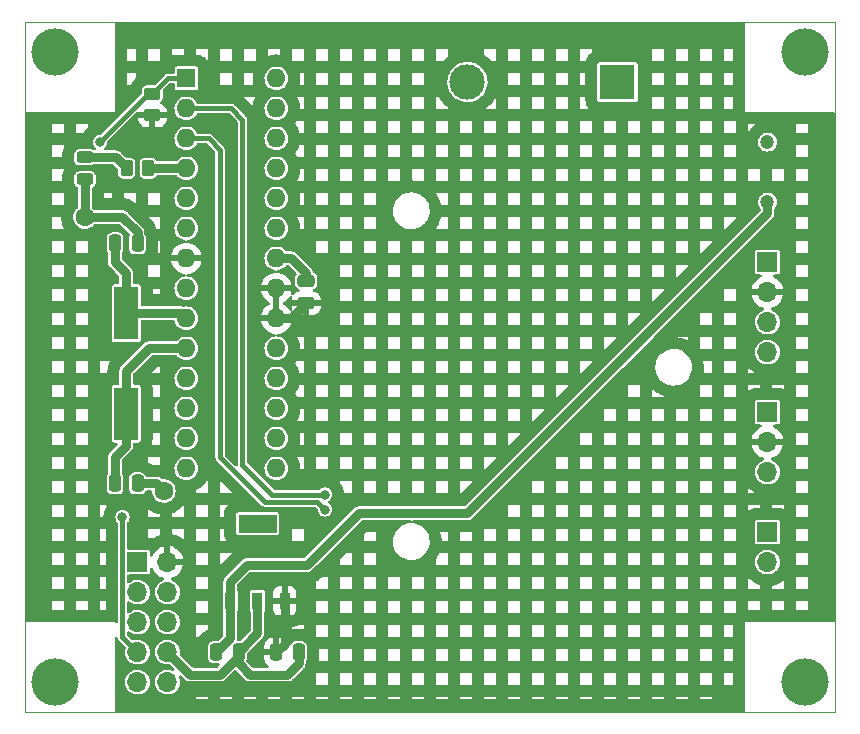
<source format=gbr>
%TF.GenerationSoftware,KiCad,Pcbnew,(6.0.0)*%
%TF.CreationDate,2022-02-18T15:42:34-07:00*%
%TF.ProjectId,SoilMoisture_Small,536f696c-4d6f-4697-9374-7572655f536d,0*%
%TF.SameCoordinates,Original*%
%TF.FileFunction,Copper,L1,Top*%
%TF.FilePolarity,Positive*%
%FSLAX46Y46*%
G04 Gerber Fmt 4.6, Leading zero omitted, Abs format (unit mm)*
G04 Created by KiCad (PCBNEW (6.0.0)) date 2022-02-18 15:42:34*
%MOMM*%
%LPD*%
G01*
G04 APERTURE LIST*
G04 Aperture macros list*
%AMRoundRect*
0 Rectangle with rounded corners*
0 $1 Rounding radius*
0 $2 $3 $4 $5 $6 $7 $8 $9 X,Y pos of 4 corners*
0 Add a 4 corners polygon primitive as box body*
4,1,4,$2,$3,$4,$5,$6,$7,$8,$9,$2,$3,0*
0 Add four circle primitives for the rounded corners*
1,1,$1+$1,$2,$3*
1,1,$1+$1,$4,$5*
1,1,$1+$1,$6,$7*
1,1,$1+$1,$8,$9*
0 Add four rect primitives between the rounded corners*
20,1,$1+$1,$2,$3,$4,$5,0*
20,1,$1+$1,$4,$5,$6,$7,0*
20,1,$1+$1,$6,$7,$8,$9,0*
20,1,$1+$1,$8,$9,$2,$3,0*%
G04 Aperture macros list end*
%TA.AperFunction,Profile*%
%ADD10C,0.100000*%
%TD*%
%TA.AperFunction,EtchedComponent*%
%ADD11C,0.100000*%
%TD*%
%TA.AperFunction,SMDPad,CuDef*%
%ADD12R,2.000000X4.500000*%
%TD*%
%TA.AperFunction,ComponentPad*%
%ADD13C,4.000000*%
%TD*%
%TA.AperFunction,ComponentPad*%
%ADD14R,1.600000X1.600000*%
%TD*%
%TA.AperFunction,ComponentPad*%
%ADD15O,1.600000X1.600000*%
%TD*%
%TA.AperFunction,SMDPad,CuDef*%
%ADD16RoundRect,0.250000X-0.250000X-0.475000X0.250000X-0.475000X0.250000X0.475000X-0.250000X0.475000X0*%
%TD*%
%TA.AperFunction,ComponentPad*%
%ADD17R,3.000000X3.000000*%
%TD*%
%TA.AperFunction,ComponentPad*%
%ADD18C,3.000000*%
%TD*%
%TA.AperFunction,ComponentPad*%
%ADD19R,1.700000X1.700000*%
%TD*%
%TA.AperFunction,ComponentPad*%
%ADD20O,1.700000X1.700000*%
%TD*%
%TA.AperFunction,SMDPad,CuDef*%
%ADD21R,0.889000X1.473200*%
%TD*%
%TA.AperFunction,SMDPad,CuDef*%
%ADD22RoundRect,0.250000X0.450000X-0.262500X0.450000X0.262500X-0.450000X0.262500X-0.450000X-0.262500X0*%
%TD*%
%TA.AperFunction,SMDPad,CuDef*%
%ADD23RoundRect,0.243750X0.456250X-0.243750X0.456250X0.243750X-0.456250X0.243750X-0.456250X-0.243750X0*%
%TD*%
%TA.AperFunction,SMDPad,CuDef*%
%ADD24RoundRect,0.250000X0.475000X-0.250000X0.475000X0.250000X-0.475000X0.250000X-0.475000X-0.250000X0*%
%TD*%
%TA.AperFunction,SMDPad,CuDef*%
%ADD25RoundRect,0.250000X-0.262500X-0.450000X0.262500X-0.450000X0.262500X0.450000X-0.262500X0.450000X0*%
%TD*%
%TA.AperFunction,ComponentPad*%
%ADD26C,1.200000*%
%TD*%
%TA.AperFunction,ViaPad*%
%ADD27C,1.600000*%
%TD*%
%TA.AperFunction,ViaPad*%
%ADD28C,0.800000*%
%TD*%
%TA.AperFunction,Conductor*%
%ADD29C,0.762000*%
%TD*%
%TA.AperFunction,Conductor*%
%ADD30C,0.381000*%
%TD*%
G04 APERTURE END LIST*
D10*
X84455000Y-71120000D02*
X153035000Y-71120000D01*
X153035000Y-71120000D02*
X153035000Y-129540000D01*
X153035000Y-129540000D02*
X84455000Y-129540000D01*
X84455000Y-129540000D02*
X84455000Y-71120000D01*
D11*
%TO.C,U1*%
X105714800Y-112834400D02*
X102565200Y-112834400D01*
X102565200Y-112834400D02*
X102565200Y-114307600D01*
X102565200Y-114307600D02*
X105714800Y-114307600D01*
X105714800Y-114307600D02*
X105714800Y-112834400D01*
G36*
X105714800Y-114307600D02*
G01*
X102565200Y-114307600D01*
X102565200Y-112834400D01*
X105714800Y-112834400D01*
X105714800Y-114307600D01*
G37*
X105714800Y-114307600D02*
X102565200Y-114307600D01*
X102565200Y-112834400D01*
X105714800Y-112834400D01*
X105714800Y-114307600D01*
%TD*%
D12*
%TO.P,Y1,1,1*%
%TO.N,Net-(C5-Pad1)*%
X93037508Y-95774997D03*
%TO.P,Y1,2,2*%
%TO.N,Net-(C4-Pad1)*%
X93037508Y-104274997D03*
%TD*%
D13*
%TO.P,REF\u002A\u002A,1*%
%TO.N,N/C*%
X86995000Y-73660000D03*
%TD*%
D14*
%TO.P,U2,1,~{RESET}/PC6*%
%TO.N,Net-(J3-Pad5)*%
X98117500Y-75885000D03*
D15*
%TO.P,U2,2,PD0*%
%TO.N,Net-(J5-Pad1)*%
X98117500Y-78425000D03*
%TO.P,U2,3,PD1*%
%TO.N,Net-(J5-Pad2)*%
X98117500Y-80965000D03*
%TO.P,U2,4,PD2*%
%TO.N,Net-(R2-Pad2)*%
X98117500Y-83505000D03*
%TO.P,U2,5,PD3*%
%TO.N,unconnected-(U2-Pad5)*%
X98117500Y-86045000D03*
%TO.P,U2,6,PD4*%
%TO.N,unconnected-(U2-Pad6)*%
X98117500Y-88585000D03*
%TO.P,U2,7,VCC*%
%TO.N,VCC*%
X98117500Y-91125000D03*
%TO.P,U2,8,GND*%
%TO.N,GND*%
X98117500Y-93665000D03*
%TO.P,U2,9,XTAL1/PB6*%
%TO.N,Net-(C5-Pad1)*%
X98117500Y-96205000D03*
%TO.P,U2,10,XTAL2/PB7*%
%TO.N,Net-(C4-Pad1)*%
X98117500Y-98745000D03*
%TO.P,U2,11,PD5*%
%TO.N,unconnected-(U2-Pad11)*%
X98117500Y-101285000D03*
%TO.P,U2,12,PD6*%
%TO.N,unconnected-(U2-Pad12)*%
X98117500Y-103825000D03*
%TO.P,U2,13,PD7*%
%TO.N,unconnected-(U2-Pad13)*%
X98117500Y-106365000D03*
%TO.P,U2,14,PB0*%
%TO.N,unconnected-(U2-Pad14)*%
X98117500Y-108905000D03*
%TO.P,U2,15,PB1*%
%TO.N,unconnected-(U2-Pad15)*%
X105737500Y-108905000D03*
%TO.P,U2,16,PB2*%
%TO.N,unconnected-(U2-Pad16)*%
X105737500Y-106365000D03*
%TO.P,U2,17,PB3*%
%TO.N,Net-(J3-Pad1)*%
X105737500Y-103825000D03*
%TO.P,U2,18,PB4*%
%TO.N,Net-(J3-Pad9)*%
X105737500Y-101285000D03*
%TO.P,U2,19,PB5*%
%TO.N,Net-(J3-Pad7)*%
X105737500Y-98745000D03*
%TO.P,U2,20,AVCC*%
%TO.N,VCC*%
X105737500Y-96205000D03*
%TO.P,U2,21,AREF*%
X105737500Y-93665000D03*
%TO.P,U2,22,GND*%
%TO.N,GND*%
X105737500Y-91125000D03*
%TO.P,U2,23,PC0*%
%TO.N,Net-(J4-Pad1)*%
X105737500Y-88585000D03*
%TO.P,U2,24,PC1*%
%TO.N,unconnected-(U2-Pad24)*%
X105737500Y-86045000D03*
%TO.P,U2,25,PC2*%
%TO.N,unconnected-(U2-Pad25)*%
X105737500Y-83505000D03*
%TO.P,U2,26,PC3*%
%TO.N,unconnected-(U2-Pad26)*%
X105737500Y-80965000D03*
%TO.P,U2,27,PC4*%
%TO.N,Net-(J2-Pad3)*%
X105737500Y-78425000D03*
%TO.P,U2,28,PC5*%
%TO.N,Net-(J2-Pad4)*%
X105737500Y-75885000D03*
%TD*%
D16*
%TO.P,C1,1*%
%TO.N,Net-(C1-Pad1)*%
X100650000Y-124460000D03*
%TO.P,C1,2*%
%TO.N,GND*%
X102550000Y-124460000D03*
%TD*%
D17*
%TO.P,J1,1,1*%
%TO.N,/9V*%
X134620000Y-76200000D03*
D18*
%TO.P,J1,2,2*%
%TO.N,GND*%
X121920000Y-76200000D03*
%TD*%
D19*
%TO.P,J2,1,Pin_1*%
%TO.N,GND*%
X147320000Y-91440000D03*
D20*
%TO.P,J2,2,Pin_2*%
%TO.N,VCC*%
X147320000Y-93980000D03*
%TO.P,J2,3,Pin_3*%
%TO.N,Net-(J2-Pad3)*%
X147320000Y-96520000D03*
%TO.P,J2,4,Pin_4*%
%TO.N,Net-(J2-Pad4)*%
X147320000Y-99060000D03*
%TD*%
D21*
%TO.P,U1,1,VIN*%
%TO.N,Net-(C1-Pad1)*%
X101840000Y-120109000D03*
%TO.P,U1,2,GND*%
%TO.N,GND*%
X104140000Y-120109000D03*
%TO.P,U1,3,VOUT*%
%TO.N,VCC*%
X106440000Y-120109000D03*
%TD*%
D13*
%TO.P,REF\u002A\u002A,1*%
%TO.N,N/C*%
X150495000Y-127000000D03*
%TD*%
%TO.P,REF\u002A\u002A,1*%
%TO.N,N/C*%
X150495000Y-73660000D03*
%TD*%
D19*
%TO.P,J3,1,Pin_1*%
%TO.N,Net-(J3-Pad1)*%
X93980000Y-116840000D03*
D20*
%TO.P,J3,2,Pin_2*%
%TO.N,VCC*%
X96520000Y-116840000D03*
%TO.P,J3,3,Pin_3*%
%TO.N,unconnected-(J3-Pad3)*%
X93980000Y-119380000D03*
%TO.P,J3,4,Pin_4*%
%TO.N,GND*%
X96520000Y-119380000D03*
%TO.P,J3,5,Pin_5*%
%TO.N,Net-(J3-Pad5)*%
X93980000Y-121920000D03*
%TO.P,J3,6,Pin_6*%
%TO.N,GND*%
X96520000Y-121920000D03*
%TO.P,J3,7,Pin_7*%
%TO.N,Net-(J3-Pad7)*%
X93980000Y-124460000D03*
%TO.P,J3,8,Pin_8*%
%TO.N,GND*%
X96520000Y-124460000D03*
%TO.P,J3,9,Pin_9*%
%TO.N,Net-(J3-Pad9)*%
X93980000Y-127000000D03*
%TO.P,J3,10,Pin_10*%
%TO.N,GND*%
X96520000Y-127000000D03*
%TD*%
D16*
%TO.P,C2,1*%
%TO.N,VCC*%
X105730000Y-124460000D03*
%TO.P,C2,2*%
%TO.N,GND*%
X107630000Y-124460000D03*
%TD*%
D22*
%TO.P,R1,1*%
%TO.N,VCC*%
X95250000Y-79020000D03*
%TO.P,R1,2*%
%TO.N,Net-(J3-Pad5)*%
X95250000Y-77195000D03*
%TD*%
D13*
%TO.P,REF\u002A\u002A,1*%
%TO.N,N/C*%
X86995000Y-127000000D03*
%TD*%
D23*
%TO.P,D1,1,K*%
%TO.N,GND*%
X89535000Y-84442500D03*
%TO.P,D1,2,A*%
%TO.N,Net-(D1-Pad2)*%
X89535000Y-82567500D03*
%TD*%
D16*
%TO.P,C4,1*%
%TO.N,Net-(C4-Pad1)*%
X92087500Y-110185000D03*
%TO.P,C4,2*%
%TO.N,GND*%
X93987500Y-110185000D03*
%TD*%
D24*
%TO.P,C3,1*%
%TO.N,VCC*%
X108277500Y-94930000D03*
%TO.P,C3,2*%
%TO.N,GND*%
X108277500Y-93030000D03*
%TD*%
D25*
%TO.P,R2,1*%
%TO.N,Net-(D1-Pad2)*%
X93067500Y-83505000D03*
%TO.P,R2,2*%
%TO.N,Net-(R2-Pad2)*%
X94892500Y-83505000D03*
%TD*%
D19*
%TO.P,J4,1,Pin_1*%
%TO.N,Net-(J4-Pad1)*%
X147320000Y-104140000D03*
D20*
%TO.P,J4,2,Pin_2*%
%TO.N,VCC*%
X147320000Y-106680000D03*
%TO.P,J4,3,Pin_3*%
%TO.N,GND*%
X147320000Y-109220000D03*
%TD*%
D16*
%TO.P,C5,1*%
%TO.N,Net-(C5-Pad1)*%
X92087500Y-89865000D03*
%TO.P,C5,2*%
%TO.N,GND*%
X93987500Y-89865000D03*
%TD*%
D26*
%TO.P,SW1,1,A*%
%TO.N,Net-(C1-Pad1)*%
X147320000Y-86360000D03*
%TO.P,SW1,2,B*%
%TO.N,/9V*%
X147320000Y-81280000D03*
%TD*%
D19*
%TO.P,J5,1,Pin_1*%
%TO.N,Net-(J5-Pad1)*%
X147320000Y-114300000D03*
D20*
%TO.P,J5,2,Pin_2*%
%TO.N,Net-(J5-Pad2)*%
X147320000Y-116840000D03*
%TD*%
D27*
%TO.N,GND*%
X96208758Y-110813758D03*
X89535000Y-87630000D03*
D28*
%TO.N,Net-(J3-Pad5)*%
X90805000Y-81280000D03*
%TO.N,Net-(J3-Pad7)*%
X92710000Y-113030000D03*
%TO.N,Net-(J5-Pad1)*%
X109855000Y-111125000D03*
%TO.N,Net-(J5-Pad2)*%
X109855000Y-112395000D03*
%TD*%
D29*
%TO.N,GND*%
X102550000Y-124460000D02*
X104140000Y-122870000D01*
X102550000Y-124780000D02*
X100965000Y-126365000D01*
X108277500Y-92402500D02*
X107000000Y-91125000D01*
X107630000Y-124460000D02*
X107630000Y-125415000D01*
X107630000Y-125415000D02*
X106680000Y-126365000D01*
X95579997Y-110184997D02*
X96208748Y-110813748D01*
X92710000Y-87630000D02*
X93987500Y-88907500D01*
X100965000Y-126365000D02*
X98425000Y-126365000D01*
X107000000Y-91125000D02*
X105737500Y-91125000D01*
X108277500Y-93030000D02*
X108277500Y-92402500D01*
X98425000Y-126365000D02*
X96520000Y-124460000D01*
X106680000Y-126365000D02*
X103505000Y-126365000D01*
X103505000Y-126365000D02*
X102550000Y-125410000D01*
X93987500Y-88907500D02*
X93987500Y-89865000D01*
X89535000Y-87630000D02*
X92710000Y-87630000D01*
X102550000Y-124460000D02*
X102550000Y-124780000D01*
X102550000Y-125410000D02*
X102550000Y-124460000D01*
X104140000Y-122870000D02*
X104140000Y-120109000D01*
X89535000Y-84442503D02*
X89535000Y-87630000D01*
X93987493Y-110184997D02*
X95579997Y-110184997D01*
%TO.N,VCC*%
X108277500Y-94930000D02*
X107002500Y-96205000D01*
X106440000Y-123750000D02*
X106440000Y-120109000D01*
X107002500Y-96205000D02*
X105737500Y-96205000D01*
X105730000Y-124460000D02*
X106440000Y-123750000D01*
%TO.N,Net-(C4-Pad1)*%
X93037500Y-104275000D02*
X93037500Y-100637500D01*
X93037500Y-100637500D02*
X94930000Y-98745000D01*
X92087500Y-110185000D02*
X92087500Y-107962500D01*
X92075000Y-107950000D02*
X93037500Y-106987500D01*
X93037508Y-106987492D02*
X93037508Y-104275001D01*
X94930000Y-98745000D02*
X98117500Y-98745000D01*
%TO.N,Net-(C5-Pad1)*%
X92087497Y-89864997D02*
X92087497Y-91452497D01*
X93037500Y-95775000D02*
X97687500Y-95775000D01*
X97687500Y-95775000D02*
X98117500Y-96205000D01*
X92087497Y-91452497D02*
X93037508Y-92402508D01*
X93037508Y-92402508D02*
X93037508Y-95774993D01*
D30*
%TO.N,Net-(J3-Pad5)*%
X90805000Y-81280000D02*
X94890000Y-77195000D01*
X94890000Y-77195000D02*
X95250000Y-77195000D01*
X95250000Y-77195000D02*
X96560000Y-75885000D01*
X96560000Y-75885000D02*
X98117500Y-75885000D01*
%TO.N,Net-(J3-Pad7)*%
X92710000Y-123190000D02*
X93980000Y-124460000D01*
X92710000Y-113030000D02*
X92710000Y-123190000D01*
D29*
%TO.N,Net-(C1-Pad1)*%
X147320000Y-87318131D02*
X121920000Y-112718131D01*
X147320000Y-86360000D02*
X147320000Y-87318131D01*
X101840000Y-123270000D02*
X101840000Y-120109000D01*
X103251000Y-117094000D02*
X101840000Y-118505000D01*
X100650000Y-124460000D02*
X101840000Y-123270000D01*
X101840000Y-118505000D02*
X101840000Y-120109000D01*
X112706869Y-112718131D02*
X108331000Y-117094000D01*
X121920000Y-112718131D02*
X112706869Y-112718131D01*
X108331000Y-117094000D02*
X103251000Y-117094000D01*
%TO.N,Net-(D1-Pad2)*%
X89535000Y-82567500D02*
X92130000Y-82567500D01*
X92130000Y-82567500D02*
X93067500Y-83505000D01*
D30*
%TO.N,Net-(J5-Pad1)*%
X101920000Y-78425000D02*
X98117500Y-78425000D01*
X102870000Y-108585000D02*
X102870000Y-79375000D01*
X102870000Y-79375000D02*
X101920000Y-78425000D01*
X105410000Y-111125000D02*
X102870000Y-108585000D01*
X109855000Y-111125000D02*
X105410000Y-111125000D01*
%TO.N,Net-(J5-Pad2)*%
X104775000Y-111760000D02*
X100965000Y-107950000D01*
X109855000Y-112395000D02*
X109220000Y-111760000D01*
X100965000Y-81915000D02*
X100015000Y-80965000D01*
X100965000Y-107950000D02*
X100965000Y-81915000D01*
X100015000Y-80965000D02*
X98117500Y-80965000D01*
X109220000Y-111760000D02*
X104775000Y-111760000D01*
D29*
%TO.N,Net-(R2-Pad2)*%
X94892495Y-83504989D02*
X98117508Y-83504989D01*
%TD*%
%TA.AperFunction,Conductor*%
%TO.N,VCC*%
G36*
X145357121Y-71140502D02*
G01*
X145403614Y-71194158D01*
X145415000Y-71246500D01*
X145415000Y-78740000D01*
X152908500Y-78740000D01*
X152976621Y-78760002D01*
X153023114Y-78813658D01*
X153034500Y-78866000D01*
X153034500Y-121794000D01*
X153014498Y-121862121D01*
X152960842Y-121908614D01*
X152908500Y-121920000D01*
X145415000Y-121920000D01*
X145415000Y-129413500D01*
X145394998Y-129481621D01*
X145341342Y-129528114D01*
X145289000Y-129539500D01*
X92201000Y-129539500D01*
X92132879Y-129519498D01*
X92086386Y-129465842D01*
X92075000Y-129413500D01*
X92075000Y-128398000D01*
X98931500Y-128398000D01*
X99949500Y-128398000D01*
X100963500Y-128398000D01*
X101981500Y-128398000D01*
X102995500Y-128398000D01*
X104013500Y-128398000D01*
X105027500Y-128398000D01*
X106045500Y-128398000D01*
X107059500Y-128398000D01*
X108077500Y-128398000D01*
X109091500Y-128398000D01*
X110109500Y-128398000D01*
X111123500Y-128398000D01*
X112141500Y-128398000D01*
X113155500Y-128398000D01*
X114173500Y-128398000D01*
X115187500Y-128398000D01*
X116205500Y-128398000D01*
X117219500Y-128398000D01*
X118237500Y-128398000D01*
X119251500Y-128398000D01*
X120269500Y-128398000D01*
X121283500Y-128398000D01*
X122301500Y-128398000D01*
X123315500Y-128398000D01*
X124333500Y-128398000D01*
X125347500Y-128398000D01*
X126365500Y-128398000D01*
X127379500Y-128398000D01*
X128397500Y-128398000D01*
X129411500Y-128398000D01*
X130429500Y-128398000D01*
X131443500Y-128398000D01*
X132461500Y-128398000D01*
X133475500Y-128398000D01*
X134493500Y-128398000D01*
X135507500Y-128398000D01*
X136525500Y-128398000D01*
X137539500Y-128398000D01*
X138557500Y-128398000D01*
X139571500Y-128398000D01*
X140589500Y-128398000D01*
X141603500Y-128398000D01*
X142621500Y-128398000D01*
X142621500Y-128268500D01*
X141603500Y-128268500D01*
X141603500Y-128398000D01*
X140589500Y-128398000D01*
X140589500Y-128268500D01*
X139571500Y-128268500D01*
X139571500Y-128398000D01*
X138557500Y-128398000D01*
X138557500Y-128268500D01*
X137539500Y-128268500D01*
X137539500Y-128398000D01*
X136525500Y-128398000D01*
X136525500Y-128268500D01*
X135507500Y-128268500D01*
X135507500Y-128398000D01*
X134493500Y-128398000D01*
X134493500Y-128268500D01*
X133475500Y-128268500D01*
X133475500Y-128398000D01*
X132461500Y-128398000D01*
X132461500Y-128268500D01*
X131443500Y-128268500D01*
X131443500Y-128398000D01*
X130429500Y-128398000D01*
X130429500Y-128268500D01*
X129411500Y-128268500D01*
X129411500Y-128398000D01*
X128397500Y-128398000D01*
X128397500Y-128268500D01*
X127379500Y-128268500D01*
X127379500Y-128398000D01*
X126365500Y-128398000D01*
X126365500Y-128268500D01*
X125347500Y-128268500D01*
X125347500Y-128398000D01*
X124333500Y-128398000D01*
X124333500Y-128268500D01*
X123315500Y-128268500D01*
X123315500Y-128398000D01*
X122301500Y-128398000D01*
X122301500Y-128268500D01*
X121283500Y-128268500D01*
X121283500Y-128398000D01*
X120269500Y-128398000D01*
X120269500Y-128268500D01*
X119251500Y-128268500D01*
X119251500Y-128398000D01*
X118237500Y-128398000D01*
X118237500Y-128268500D01*
X117219500Y-128268500D01*
X117219500Y-128398000D01*
X116205500Y-128398000D01*
X116205500Y-128268500D01*
X115187500Y-128268500D01*
X115187500Y-128398000D01*
X114173500Y-128398000D01*
X114173500Y-128268500D01*
X113155500Y-128268500D01*
X113155500Y-128398000D01*
X112141500Y-128398000D01*
X112141500Y-128268500D01*
X111123500Y-128268500D01*
X111123500Y-128398000D01*
X110109500Y-128398000D01*
X110109500Y-128268500D01*
X109091500Y-128268500D01*
X109091500Y-128398000D01*
X108077500Y-128398000D01*
X108077500Y-128268500D01*
X107059500Y-128268500D01*
X107059500Y-128398000D01*
X106045500Y-128398000D01*
X106045500Y-128268500D01*
X105027500Y-128268500D01*
X105027500Y-128398000D01*
X104013500Y-128398000D01*
X104013500Y-128268500D01*
X102995500Y-128268500D01*
X102995500Y-128398000D01*
X101981500Y-128398000D01*
X101981500Y-128268500D01*
X100963500Y-128268500D01*
X100963500Y-128398000D01*
X99949500Y-128398000D01*
X99949500Y-128268500D01*
X98931500Y-128268500D01*
X98931500Y-128398000D01*
X92075000Y-128398000D01*
X92075000Y-126985262D01*
X92924520Y-126985262D01*
X92941759Y-127190553D01*
X92998544Y-127388586D01*
X93001359Y-127394063D01*
X93001360Y-127394066D01*
X93022247Y-127434707D01*
X93092712Y-127571818D01*
X93220677Y-127733270D01*
X93377564Y-127866791D01*
X93557398Y-127967297D01*
X93652238Y-127998113D01*
X93747471Y-128029056D01*
X93747475Y-128029057D01*
X93753329Y-128030959D01*
X93957894Y-128055351D01*
X93964029Y-128054879D01*
X93964031Y-128054879D01*
X94020039Y-128050569D01*
X94163300Y-128039546D01*
X94169230Y-128037890D01*
X94169232Y-128037890D01*
X94355797Y-127985800D01*
X94355796Y-127985800D01*
X94361725Y-127984145D01*
X94367214Y-127981372D01*
X94367220Y-127981370D01*
X94540116Y-127894033D01*
X94545610Y-127891258D01*
X94707951Y-127764424D01*
X94842564Y-127608472D01*
X94863387Y-127571818D01*
X94941276Y-127434707D01*
X94944323Y-127429344D01*
X95009351Y-127233863D01*
X95035171Y-127029474D01*
X95035583Y-127000000D01*
X95034138Y-126985262D01*
X95464520Y-126985262D01*
X95481759Y-127190553D01*
X95538544Y-127388586D01*
X95541359Y-127394063D01*
X95541360Y-127394066D01*
X95562247Y-127434707D01*
X95632712Y-127571818D01*
X95760677Y-127733270D01*
X95917564Y-127866791D01*
X96097398Y-127967297D01*
X96192238Y-127998113D01*
X96287471Y-128029056D01*
X96287475Y-128029057D01*
X96293329Y-128030959D01*
X96497894Y-128055351D01*
X96504029Y-128054879D01*
X96504031Y-128054879D01*
X96560039Y-128050569D01*
X96703300Y-128039546D01*
X96709230Y-128037890D01*
X96709232Y-128037890D01*
X96895797Y-127985800D01*
X96895796Y-127985800D01*
X96901725Y-127984145D01*
X96907214Y-127981372D01*
X96907220Y-127981370D01*
X97080116Y-127894033D01*
X97085610Y-127891258D01*
X97247951Y-127764424D01*
X97382564Y-127608472D01*
X97403387Y-127571818D01*
X97481276Y-127434707D01*
X97484323Y-127429344D01*
X97542486Y-127254500D01*
X109091500Y-127254500D01*
X110109500Y-127254500D01*
X111123500Y-127254500D01*
X112141500Y-127254500D01*
X113155500Y-127254500D01*
X114173500Y-127254500D01*
X115187500Y-127254500D01*
X116205500Y-127254500D01*
X117219500Y-127254500D01*
X118237500Y-127254500D01*
X119251500Y-127254500D01*
X120269500Y-127254500D01*
X121283500Y-127254500D01*
X122301500Y-127254500D01*
X123315500Y-127254500D01*
X124333500Y-127254500D01*
X125347500Y-127254500D01*
X126365500Y-127254500D01*
X127379500Y-127254500D01*
X128397500Y-127254500D01*
X129411500Y-127254500D01*
X130429500Y-127254500D01*
X131443500Y-127254500D01*
X132461500Y-127254500D01*
X133475500Y-127254500D01*
X134493500Y-127254500D01*
X135507500Y-127254500D01*
X136525500Y-127254500D01*
X137539500Y-127254500D01*
X138557500Y-127254500D01*
X139571500Y-127254500D01*
X140589500Y-127254500D01*
X141603500Y-127254500D01*
X142621500Y-127254500D01*
X143635500Y-127254500D01*
X144401000Y-127254500D01*
X144401000Y-126236500D01*
X143635500Y-126236500D01*
X143635500Y-127254500D01*
X142621500Y-127254500D01*
X142621500Y-126236500D01*
X141603500Y-126236500D01*
X141603500Y-127254500D01*
X140589500Y-127254500D01*
X140589500Y-126236500D01*
X139571500Y-126236500D01*
X139571500Y-127254500D01*
X138557500Y-127254500D01*
X138557500Y-126236500D01*
X137539500Y-126236500D01*
X137539500Y-127254500D01*
X136525500Y-127254500D01*
X136525500Y-126236500D01*
X135507500Y-126236500D01*
X135507500Y-127254500D01*
X134493500Y-127254500D01*
X134493500Y-126236500D01*
X133475500Y-126236500D01*
X133475500Y-127254500D01*
X132461500Y-127254500D01*
X132461500Y-126236500D01*
X131443500Y-126236500D01*
X131443500Y-127254500D01*
X130429500Y-127254500D01*
X130429500Y-126236500D01*
X129411500Y-126236500D01*
X129411500Y-127254500D01*
X128397500Y-127254500D01*
X128397500Y-126236500D01*
X127379500Y-126236500D01*
X127379500Y-127254500D01*
X126365500Y-127254500D01*
X126365500Y-126236500D01*
X125347500Y-126236500D01*
X125347500Y-127254500D01*
X124333500Y-127254500D01*
X124333500Y-126236500D01*
X123315500Y-126236500D01*
X123315500Y-127254500D01*
X122301500Y-127254500D01*
X122301500Y-126236500D01*
X121283500Y-126236500D01*
X121283500Y-127254500D01*
X120269500Y-127254500D01*
X120269500Y-126236500D01*
X119251500Y-126236500D01*
X119251500Y-127254500D01*
X118237500Y-127254500D01*
X118237500Y-126236500D01*
X117219500Y-126236500D01*
X117219500Y-127254500D01*
X116205500Y-127254500D01*
X116205500Y-126236500D01*
X115187500Y-126236500D01*
X115187500Y-127254500D01*
X114173500Y-127254500D01*
X114173500Y-126236500D01*
X113155500Y-126236500D01*
X113155500Y-127254500D01*
X112141500Y-127254500D01*
X112141500Y-126236500D01*
X111123500Y-126236500D01*
X111123500Y-127254500D01*
X110109500Y-127254500D01*
X110109500Y-126236500D01*
X109091500Y-126236500D01*
X109091500Y-127254500D01*
X97542486Y-127254500D01*
X97549351Y-127233863D01*
X97575171Y-127029474D01*
X97575583Y-127000000D01*
X97555480Y-126794970D01*
X97495935Y-126597749D01*
X97496618Y-126597543D01*
X97489640Y-126531571D01*
X97521528Y-126468138D01*
X97582648Y-126432016D01*
X97653595Y-126434671D01*
X97702693Y-126465059D01*
X97981027Y-126743392D01*
X97991891Y-126755779D01*
X98010269Y-126779731D01*
X98040770Y-126803135D01*
X98131741Y-126872940D01*
X98202469Y-126902236D01*
X98265568Y-126928373D01*
X98265571Y-126928374D01*
X98273198Y-126931533D01*
X98425000Y-126951518D01*
X98433188Y-126950440D01*
X98454928Y-126947578D01*
X98471374Y-126946500D01*
X100918626Y-126946500D01*
X100935073Y-126947578D01*
X100965000Y-126951518D01*
X100973188Y-126950440D01*
X101108614Y-126932611D01*
X101116802Y-126931533D01*
X101124429Y-126928374D01*
X101124432Y-126928373D01*
X101187531Y-126902236D01*
X101258259Y-126872940D01*
X101349231Y-126803135D01*
X101349234Y-126803132D01*
X101379731Y-126779731D01*
X101384754Y-126773185D01*
X101384757Y-126773182D01*
X101398109Y-126755781D01*
X101408977Y-126743389D01*
X102145905Y-126006461D01*
X102208217Y-125972435D01*
X102279032Y-125977500D01*
X102324095Y-126006461D01*
X103061026Y-126743392D01*
X103071894Y-126755784D01*
X103090269Y-126779731D01*
X103120770Y-126803135D01*
X103211741Y-126872940D01*
X103282469Y-126902236D01*
X103345568Y-126928373D01*
X103345571Y-126928374D01*
X103353198Y-126931533D01*
X103505000Y-126951518D01*
X103513188Y-126950440D01*
X103534928Y-126947578D01*
X103551374Y-126946500D01*
X106633626Y-126946500D01*
X106650073Y-126947578D01*
X106680000Y-126951518D01*
X106688188Y-126950440D01*
X106823614Y-126932611D01*
X106831802Y-126931533D01*
X106839429Y-126928374D01*
X106839432Y-126928373D01*
X106902531Y-126902236D01*
X106973259Y-126872940D01*
X107064231Y-126803135D01*
X107064234Y-126803132D01*
X107094731Y-126779731D01*
X107099754Y-126773185D01*
X107099757Y-126773182D01*
X107113106Y-126755785D01*
X107123973Y-126743393D01*
X108008391Y-125858974D01*
X108020784Y-125848106D01*
X108038178Y-125834759D01*
X108044731Y-125829731D01*
X108054281Y-125817286D01*
X108080205Y-125783500D01*
X108132912Y-125714812D01*
X108132913Y-125714810D01*
X108137940Y-125708259D01*
X108182536Y-125600595D01*
X108193373Y-125574432D01*
X108193374Y-125574429D01*
X108196533Y-125566802D01*
X108216518Y-125415000D01*
X108212578Y-125385072D01*
X108211500Y-125368626D01*
X108211500Y-125285979D01*
X108230139Y-125222500D01*
X109320335Y-125222500D01*
X110109500Y-125222500D01*
X111123500Y-125222500D01*
X112141500Y-125222500D01*
X113155500Y-125222500D01*
X114173500Y-125222500D01*
X115187500Y-125222500D01*
X116205500Y-125222500D01*
X117219500Y-125222500D01*
X118237500Y-125222500D01*
X119251500Y-125222500D01*
X120269500Y-125222500D01*
X121283500Y-125222500D01*
X122301500Y-125222500D01*
X123315500Y-125222500D01*
X124333500Y-125222500D01*
X125347500Y-125222500D01*
X126365500Y-125222500D01*
X127379500Y-125222500D01*
X128397500Y-125222500D01*
X129411500Y-125222500D01*
X130429500Y-125222500D01*
X131443500Y-125222500D01*
X132461500Y-125222500D01*
X133475500Y-125222500D01*
X134493500Y-125222500D01*
X135507500Y-125222500D01*
X136525500Y-125222500D01*
X137539500Y-125222500D01*
X138557500Y-125222500D01*
X139571500Y-125222500D01*
X140589500Y-125222500D01*
X141603500Y-125222500D01*
X142621500Y-125222500D01*
X143635500Y-125222500D01*
X144401000Y-125222500D01*
X144401000Y-124204500D01*
X143635500Y-124204500D01*
X143635500Y-125222500D01*
X142621500Y-125222500D01*
X142621500Y-124204500D01*
X141603500Y-124204500D01*
X141603500Y-125222500D01*
X140589500Y-125222500D01*
X140589500Y-124204500D01*
X139571500Y-124204500D01*
X139571500Y-125222500D01*
X138557500Y-125222500D01*
X138557500Y-124204500D01*
X137539500Y-124204500D01*
X137539500Y-125222500D01*
X136525500Y-125222500D01*
X136525500Y-124204500D01*
X135507500Y-124204500D01*
X135507500Y-125222500D01*
X134493500Y-125222500D01*
X134493500Y-124204500D01*
X133475500Y-124204500D01*
X133475500Y-125222500D01*
X132461500Y-125222500D01*
X132461500Y-124204500D01*
X131443500Y-124204500D01*
X131443500Y-125222500D01*
X130429500Y-125222500D01*
X130429500Y-124204500D01*
X129411500Y-124204500D01*
X129411500Y-125222500D01*
X128397500Y-125222500D01*
X128397500Y-124204500D01*
X127379500Y-124204500D01*
X127379500Y-125222500D01*
X126365500Y-125222500D01*
X126365500Y-124204500D01*
X125347500Y-124204500D01*
X125347500Y-125222500D01*
X124333500Y-125222500D01*
X124333500Y-124204500D01*
X123315500Y-124204500D01*
X123315500Y-125222500D01*
X122301500Y-125222500D01*
X122301500Y-124204500D01*
X121283500Y-124204500D01*
X121283500Y-125222500D01*
X120269500Y-125222500D01*
X120269500Y-124204500D01*
X119251500Y-124204500D01*
X119251500Y-125222500D01*
X118237500Y-125222500D01*
X118237500Y-124204500D01*
X117219500Y-124204500D01*
X117219500Y-125222500D01*
X116205500Y-125222500D01*
X116205500Y-124204500D01*
X115187500Y-124204500D01*
X115187500Y-125222500D01*
X114173500Y-125222500D01*
X114173500Y-124204500D01*
X113155500Y-124204500D01*
X113155500Y-125222500D01*
X112141500Y-125222500D01*
X112141500Y-124204500D01*
X111123500Y-124204500D01*
X111123500Y-125222500D01*
X110109500Y-125222500D01*
X110109500Y-124204500D01*
X109344500Y-124204500D01*
X109344500Y-124988834D01*
X109344465Y-124991800D01*
X109343620Y-125027682D01*
X109343515Y-125030649D01*
X109342956Y-125042507D01*
X109342781Y-125045473D01*
X109340244Y-125081303D01*
X109340000Y-125084262D01*
X109337019Y-125115797D01*
X109336065Y-125123405D01*
X109321743Y-125214995D01*
X109320335Y-125222500D01*
X108230139Y-125222500D01*
X108231502Y-125217858D01*
X108236149Y-125211119D01*
X108277041Y-125155757D01*
X108277042Y-125155754D01*
X108282634Y-125148184D01*
X108327519Y-125020369D01*
X108330500Y-124988834D01*
X108330500Y-123931166D01*
X108327519Y-123899631D01*
X108282634Y-123771816D01*
X108277042Y-123764246D01*
X108277041Y-123764243D01*
X108207742Y-123670421D01*
X108202150Y-123662850D01*
X108101910Y-123588811D01*
X108100757Y-123587959D01*
X108100754Y-123587958D01*
X108093184Y-123582366D01*
X107965369Y-123537481D01*
X107957723Y-123536758D01*
X107957722Y-123536758D01*
X107951752Y-123536194D01*
X107933834Y-123534500D01*
X107326166Y-123534500D01*
X107308248Y-123536194D01*
X107302278Y-123536758D01*
X107302277Y-123536758D01*
X107294631Y-123537481D01*
X107166816Y-123582366D01*
X107159246Y-123587958D01*
X107159243Y-123587959D01*
X107158090Y-123588811D01*
X107057850Y-123662850D01*
X107052258Y-123670421D01*
X106982959Y-123764243D01*
X106982958Y-123764246D01*
X106977366Y-123771816D01*
X106974247Y-123780699D01*
X106961157Y-123817973D01*
X106919714Y-123875619D01*
X106853684Y-123901707D01*
X106784032Y-123887956D01*
X106732871Y-123838731D01*
X106722750Y-123816101D01*
X106673412Y-123668216D01*
X106667239Y-123655038D01*
X106581937Y-123517193D01*
X106572901Y-123505792D01*
X106458171Y-123391261D01*
X106446760Y-123382249D01*
X106308757Y-123297184D01*
X106295576Y-123291037D01*
X106141290Y-123239862D01*
X106127914Y-123236995D01*
X106033562Y-123227328D01*
X106027145Y-123227000D01*
X106002115Y-123227000D01*
X105986876Y-123231475D01*
X105985671Y-123232865D01*
X105984000Y-123240548D01*
X105984000Y-124588000D01*
X105963998Y-124656121D01*
X105910342Y-124702614D01*
X105858000Y-124714000D01*
X104740116Y-124714000D01*
X104724877Y-124718475D01*
X104723672Y-124719865D01*
X104722001Y-124727548D01*
X104722001Y-124982095D01*
X104722338Y-124988614D01*
X104732257Y-125084206D01*
X104735149Y-125097600D01*
X104786588Y-125251784D01*
X104792761Y-125264962D01*
X104878063Y-125402807D01*
X104887099Y-125414208D01*
X105001829Y-125528739D01*
X105013240Y-125537751D01*
X105033501Y-125550240D01*
X105080994Y-125603013D01*
X105092418Y-125673084D01*
X105064144Y-125738208D01*
X105005150Y-125777707D01*
X104967385Y-125783500D01*
X103798056Y-125783500D01*
X103729935Y-125763498D01*
X103708960Y-125746595D01*
X103234753Y-125272387D01*
X103200728Y-125210075D01*
X103204966Y-125141544D01*
X103244974Y-125027616D01*
X103247519Y-125020369D01*
X103250500Y-124988834D01*
X103250500Y-124634056D01*
X103270502Y-124565935D01*
X103287405Y-124544961D01*
X103644481Y-124187885D01*
X104722000Y-124187885D01*
X104726475Y-124203124D01*
X104727865Y-124204329D01*
X104735548Y-124206000D01*
X105457885Y-124206000D01*
X105473124Y-124201525D01*
X105474329Y-124200135D01*
X105476000Y-124192452D01*
X105476000Y-123245116D01*
X105471525Y-123229877D01*
X105470135Y-123228672D01*
X105462452Y-123227001D01*
X105432905Y-123227001D01*
X105426386Y-123227338D01*
X105330794Y-123237257D01*
X105317400Y-123240149D01*
X105163216Y-123291588D01*
X105150038Y-123297761D01*
X105012193Y-123383063D01*
X105000792Y-123392099D01*
X104886261Y-123506829D01*
X104877249Y-123518240D01*
X104792184Y-123656243D01*
X104786037Y-123669424D01*
X104734862Y-123823710D01*
X104731995Y-123837086D01*
X104722328Y-123931438D01*
X104722000Y-123937855D01*
X104722000Y-124187885D01*
X103644481Y-124187885D01*
X104518388Y-123313977D01*
X104530780Y-123303109D01*
X104548181Y-123289757D01*
X104554731Y-123284731D01*
X104603807Y-123220774D01*
X104647940Y-123163259D01*
X104649203Y-123160210D01*
X109091500Y-123160210D01*
X109098269Y-123169374D01*
X109103567Y-123177137D01*
X109111974Y-123190500D01*
X110109500Y-123190500D01*
X111123500Y-123190500D01*
X112141500Y-123190500D01*
X113155500Y-123190500D01*
X114173500Y-123190500D01*
X115187500Y-123190500D01*
X116205500Y-123190500D01*
X117219500Y-123190500D01*
X118237500Y-123190500D01*
X119251500Y-123190500D01*
X120269500Y-123190500D01*
X121283500Y-123190500D01*
X122301500Y-123190500D01*
X123315500Y-123190500D01*
X124333500Y-123190500D01*
X125347500Y-123190500D01*
X126365500Y-123190500D01*
X127379500Y-123190500D01*
X128397500Y-123190500D01*
X129411500Y-123190500D01*
X130429500Y-123190500D01*
X131443500Y-123190500D01*
X132461500Y-123190500D01*
X133475500Y-123190500D01*
X134493500Y-123190500D01*
X135507500Y-123190500D01*
X136525500Y-123190500D01*
X137539500Y-123190500D01*
X138557500Y-123190500D01*
X139571500Y-123190500D01*
X140589500Y-123190500D01*
X141603500Y-123190500D01*
X142621500Y-123190500D01*
X143635500Y-123190500D01*
X144401000Y-123190500D01*
X144401000Y-122172500D01*
X143635500Y-122172500D01*
X143635500Y-123190500D01*
X142621500Y-123190500D01*
X142621500Y-122172500D01*
X141603500Y-122172500D01*
X141603500Y-123190500D01*
X140589500Y-123190500D01*
X140589500Y-122172500D01*
X139571500Y-122172500D01*
X139571500Y-123190500D01*
X138557500Y-123190500D01*
X138557500Y-122172500D01*
X137539500Y-122172500D01*
X137539500Y-123190500D01*
X136525500Y-123190500D01*
X136525500Y-122172500D01*
X135507500Y-122172500D01*
X135507500Y-123190500D01*
X134493500Y-123190500D01*
X134493500Y-122172500D01*
X133475500Y-122172500D01*
X133475500Y-123190500D01*
X132461500Y-123190500D01*
X132461500Y-122172500D01*
X131443500Y-122172500D01*
X131443500Y-123190500D01*
X130429500Y-123190500D01*
X130429500Y-122172500D01*
X129411500Y-122172500D01*
X129411500Y-123190500D01*
X128397500Y-123190500D01*
X128397500Y-122172500D01*
X127379500Y-122172500D01*
X127379500Y-123190500D01*
X126365500Y-123190500D01*
X126365500Y-122172500D01*
X125347500Y-122172500D01*
X125347500Y-123190500D01*
X124333500Y-123190500D01*
X124333500Y-122172500D01*
X123315500Y-122172500D01*
X123315500Y-123190500D01*
X122301500Y-123190500D01*
X122301500Y-122172500D01*
X121283500Y-122172500D01*
X121283500Y-123190500D01*
X120269500Y-123190500D01*
X120269500Y-122172500D01*
X119251500Y-122172500D01*
X119251500Y-123190500D01*
X118237500Y-123190500D01*
X118237500Y-122172500D01*
X117219500Y-122172500D01*
X117219500Y-123190500D01*
X116205500Y-123190500D01*
X116205500Y-122172500D01*
X115187500Y-122172500D01*
X115187500Y-123190500D01*
X114173500Y-123190500D01*
X114173500Y-122172500D01*
X113155500Y-122172500D01*
X113155500Y-123190500D01*
X112141500Y-123190500D01*
X112141500Y-122172500D01*
X111123500Y-122172500D01*
X111123500Y-123190500D01*
X110109500Y-123190500D01*
X110109500Y-122172500D01*
X109091500Y-122172500D01*
X109091500Y-123160210D01*
X104649203Y-123160210D01*
X104706533Y-123021801D01*
X104726519Y-122870000D01*
X104722578Y-122840067D01*
X104721500Y-122823620D01*
X104721500Y-122552003D01*
X107059500Y-122552003D01*
X107062578Y-122551229D01*
X107092468Y-122544671D01*
X107100005Y-122543257D01*
X107191595Y-122528935D01*
X107199203Y-122527981D01*
X107230738Y-122525000D01*
X107233697Y-122524756D01*
X107269527Y-122522219D01*
X107272493Y-122522044D01*
X107284351Y-122521485D01*
X107287318Y-122521380D01*
X107323200Y-122520535D01*
X107326166Y-122520500D01*
X107933834Y-122520500D01*
X107936800Y-122520535D01*
X107972682Y-122521380D01*
X107975649Y-122521485D01*
X107987507Y-122522044D01*
X107990473Y-122522219D01*
X108026303Y-122524756D01*
X108029262Y-122525000D01*
X108060797Y-122527981D01*
X108068405Y-122528935D01*
X108077500Y-122530357D01*
X108077500Y-122172500D01*
X107638018Y-122172500D01*
X107632977Y-122175498D01*
X107601642Y-122192654D01*
X107593635Y-122196674D01*
X107495179Y-122241804D01*
X107486906Y-122245246D01*
X107350651Y-122296326D01*
X107343179Y-122298863D01*
X107251945Y-122326689D01*
X107244331Y-122328753D01*
X107213706Y-122336034D01*
X107205980Y-122337617D01*
X107112010Y-122353826D01*
X107104197Y-122354923D01*
X107059500Y-122359778D01*
X107059500Y-122552003D01*
X104721500Y-122552003D01*
X104721500Y-121039677D01*
X104742736Y-120969674D01*
X104766472Y-120934151D01*
X104766473Y-120934148D01*
X104773367Y-120923831D01*
X104780043Y-120890269D01*
X105487501Y-120890269D01*
X105487871Y-120897090D01*
X105493395Y-120947952D01*
X105497021Y-120963204D01*
X105542176Y-121083654D01*
X105550714Y-121099249D01*
X105627215Y-121201324D01*
X105639776Y-121213885D01*
X105741851Y-121290386D01*
X105757446Y-121298924D01*
X105877894Y-121344078D01*
X105893149Y-121347705D01*
X105944014Y-121353231D01*
X105950828Y-121353600D01*
X106167885Y-121353600D01*
X106183124Y-121349125D01*
X106184329Y-121347735D01*
X106186000Y-121340052D01*
X106186000Y-121335484D01*
X106694000Y-121335484D01*
X106698475Y-121350723D01*
X106699865Y-121351928D01*
X106707548Y-121353599D01*
X106929169Y-121353599D01*
X106935990Y-121353229D01*
X106986852Y-121347705D01*
X107002104Y-121344079D01*
X107122554Y-121298924D01*
X107138149Y-121290386D01*
X107240224Y-121213885D01*
X107252785Y-121201324D01*
X107284880Y-121158500D01*
X109091500Y-121158500D01*
X110109500Y-121158500D01*
X111123500Y-121158500D01*
X112141500Y-121158500D01*
X113155500Y-121158500D01*
X114173500Y-121158500D01*
X115187500Y-121158500D01*
X116205500Y-121158500D01*
X117219500Y-121158500D01*
X118237500Y-121158500D01*
X119251500Y-121158500D01*
X120269500Y-121158500D01*
X121283500Y-121158500D01*
X122301500Y-121158500D01*
X123315500Y-121158500D01*
X124333500Y-121158500D01*
X125347500Y-121158500D01*
X126365500Y-121158500D01*
X127379500Y-121158500D01*
X128397500Y-121158500D01*
X129411500Y-121158500D01*
X130429500Y-121158500D01*
X131443500Y-121158500D01*
X132461500Y-121158500D01*
X133475500Y-121158500D01*
X134493500Y-121158500D01*
X135507500Y-121158500D01*
X136525500Y-121158500D01*
X137539500Y-121158500D01*
X138557500Y-121158500D01*
X139571500Y-121158500D01*
X140589500Y-121158500D01*
X141603500Y-121158500D01*
X142621500Y-121158500D01*
X143635500Y-121158500D01*
X144653500Y-121158500D01*
X144653500Y-120906000D01*
X145667500Y-120906000D01*
X146685500Y-120906000D01*
X147699500Y-120906000D01*
X148717500Y-120906000D01*
X149731500Y-120906000D01*
X150749500Y-120906000D01*
X150749500Y-120140500D01*
X149731500Y-120140500D01*
X149731500Y-120906000D01*
X148717500Y-120906000D01*
X148717500Y-120140500D01*
X147699500Y-120140500D01*
X147699500Y-120906000D01*
X146685500Y-120906000D01*
X146685500Y-120140500D01*
X145667500Y-120140500D01*
X145667500Y-120906000D01*
X144653500Y-120906000D01*
X144653500Y-120140500D01*
X143635500Y-120140500D01*
X143635500Y-121158500D01*
X142621500Y-121158500D01*
X142621500Y-120140500D01*
X141603500Y-120140500D01*
X141603500Y-121158500D01*
X140589500Y-121158500D01*
X140589500Y-120140500D01*
X139571500Y-120140500D01*
X139571500Y-121158500D01*
X138557500Y-121158500D01*
X138557500Y-120140500D01*
X137539500Y-120140500D01*
X137539500Y-121158500D01*
X136525500Y-121158500D01*
X136525500Y-120140500D01*
X135507500Y-120140500D01*
X135507500Y-121158500D01*
X134493500Y-121158500D01*
X134493500Y-120140500D01*
X133475500Y-120140500D01*
X133475500Y-121158500D01*
X132461500Y-121158500D01*
X132461500Y-120140500D01*
X131443500Y-120140500D01*
X131443500Y-121158500D01*
X130429500Y-121158500D01*
X130429500Y-120140500D01*
X129411500Y-120140500D01*
X129411500Y-121158500D01*
X128397500Y-121158500D01*
X128397500Y-120140500D01*
X127379500Y-120140500D01*
X127379500Y-121158500D01*
X126365500Y-121158500D01*
X126365500Y-120140500D01*
X125347500Y-120140500D01*
X125347500Y-121158500D01*
X124333500Y-121158500D01*
X124333500Y-120140500D01*
X123315500Y-120140500D01*
X123315500Y-121158500D01*
X122301500Y-121158500D01*
X122301500Y-120140500D01*
X121283500Y-120140500D01*
X121283500Y-121158500D01*
X120269500Y-121158500D01*
X120269500Y-120140500D01*
X119251500Y-120140500D01*
X119251500Y-121158500D01*
X118237500Y-121158500D01*
X118237500Y-120140500D01*
X117219500Y-120140500D01*
X117219500Y-121158500D01*
X116205500Y-121158500D01*
X116205500Y-120140500D01*
X115187500Y-120140500D01*
X115187500Y-121158500D01*
X114173500Y-121158500D01*
X114173500Y-120140500D01*
X113155500Y-120140500D01*
X113155500Y-121158500D01*
X112141500Y-121158500D01*
X112141500Y-120140500D01*
X111123500Y-120140500D01*
X111123500Y-121158500D01*
X110109500Y-121158500D01*
X110109500Y-120140500D01*
X109091500Y-120140500D01*
X109091500Y-121158500D01*
X107284880Y-121158500D01*
X107329286Y-121099249D01*
X107337824Y-121083654D01*
X107382978Y-120963206D01*
X107386605Y-120947951D01*
X107392131Y-120897086D01*
X107392500Y-120890272D01*
X107392500Y-120381115D01*
X107388025Y-120365876D01*
X107386635Y-120364671D01*
X107378952Y-120363000D01*
X106712115Y-120363000D01*
X106696876Y-120367475D01*
X106695671Y-120368865D01*
X106694000Y-120376548D01*
X106694000Y-121335484D01*
X106186000Y-121335484D01*
X106186000Y-120381115D01*
X106181525Y-120365876D01*
X106180135Y-120364671D01*
X106172452Y-120363000D01*
X105505616Y-120363000D01*
X105490377Y-120367475D01*
X105489172Y-120368865D01*
X105487501Y-120376548D01*
X105487501Y-120890269D01*
X104780043Y-120890269D01*
X104785000Y-120865348D01*
X104785000Y-119836885D01*
X105487500Y-119836885D01*
X105491975Y-119852124D01*
X105493365Y-119853329D01*
X105501048Y-119855000D01*
X106167885Y-119855000D01*
X106183124Y-119850525D01*
X106184329Y-119849135D01*
X106186000Y-119841452D01*
X106186000Y-119836885D01*
X106694000Y-119836885D01*
X106698475Y-119852124D01*
X106699865Y-119853329D01*
X106707548Y-119855000D01*
X107374384Y-119855000D01*
X107389623Y-119850525D01*
X107390828Y-119849135D01*
X107392499Y-119841452D01*
X107392499Y-119327731D01*
X107392129Y-119320910D01*
X107386605Y-119270048D01*
X107382979Y-119254796D01*
X107337824Y-119134346D01*
X107333528Y-119126500D01*
X109091500Y-119126500D01*
X110109500Y-119126500D01*
X111123500Y-119126500D01*
X112141500Y-119126500D01*
X113155500Y-119126500D01*
X114173500Y-119126500D01*
X115187500Y-119126500D01*
X116205500Y-119126500D01*
X117219500Y-119126500D01*
X118237500Y-119126500D01*
X119251500Y-119126500D01*
X120269500Y-119126500D01*
X121283500Y-119126500D01*
X122301500Y-119126500D01*
X123315500Y-119126500D01*
X124333500Y-119126500D01*
X125347500Y-119126500D01*
X126365500Y-119126500D01*
X127379500Y-119126500D01*
X128397500Y-119126500D01*
X129411500Y-119126500D01*
X130429500Y-119126500D01*
X131443500Y-119126500D01*
X132461500Y-119126500D01*
X133475500Y-119126500D01*
X134493500Y-119126500D01*
X135507500Y-119126500D01*
X136525500Y-119126500D01*
X137539500Y-119126500D01*
X138557500Y-119126500D01*
X139571500Y-119126500D01*
X140589500Y-119126500D01*
X141603500Y-119126500D01*
X142621500Y-119126500D01*
X143635500Y-119126500D01*
X144653500Y-119126500D01*
X145667500Y-119126500D01*
X146685500Y-119126500D01*
X147699500Y-119126500D01*
X148717500Y-119126500D01*
X149731500Y-119126500D01*
X150749500Y-119126500D01*
X151763500Y-119126500D01*
X151893000Y-119126500D01*
X151893000Y-118108500D01*
X151763500Y-118108500D01*
X151763500Y-119126500D01*
X150749500Y-119126500D01*
X150749500Y-118108500D01*
X149731500Y-118108500D01*
X149731500Y-119126500D01*
X148717500Y-119126500D01*
X148717500Y-118364592D01*
X148676986Y-118399562D01*
X148672229Y-118403469D01*
X148509888Y-118530303D01*
X148504946Y-118533973D01*
X148444115Y-118576885D01*
X148438998Y-118580310D01*
X148418236Y-118593486D01*
X148412959Y-118596657D01*
X148348227Y-118633430D01*
X148342801Y-118636340D01*
X148158916Y-118729227D01*
X148153355Y-118731867D01*
X148085349Y-118762146D01*
X148079665Y-118764512D01*
X148056738Y-118773405D01*
X148050944Y-118775491D01*
X147980297Y-118798992D01*
X147974409Y-118800793D01*
X147775984Y-118856194D01*
X147770015Y-118857704D01*
X147699500Y-118873725D01*
X147699500Y-119126500D01*
X146685500Y-119126500D01*
X146685500Y-118804629D01*
X146584055Y-118771668D01*
X146578248Y-118769623D01*
X146508649Y-118743185D01*
X146502947Y-118740858D01*
X146480413Y-118731013D01*
X146474833Y-118728411D01*
X146408153Y-118695310D01*
X146402708Y-118692439D01*
X146222874Y-118591933D01*
X146217575Y-118588800D01*
X146154452Y-118549357D01*
X146149313Y-118545968D01*
X146129120Y-118531934D01*
X146124151Y-118528298D01*
X146065157Y-118482868D01*
X146060371Y-118478992D01*
X145903484Y-118345471D01*
X145898894Y-118341367D01*
X145844623Y-118290403D01*
X145840239Y-118286080D01*
X145823157Y-118268391D01*
X145818989Y-118263858D01*
X145769952Y-118207843D01*
X145766011Y-118203113D01*
X145691022Y-118108500D01*
X145667500Y-118108500D01*
X145667500Y-119126500D01*
X144653500Y-119126500D01*
X144653500Y-118108500D01*
X143635500Y-118108500D01*
X143635500Y-119126500D01*
X142621500Y-119126500D01*
X142621500Y-118108500D01*
X141603500Y-118108500D01*
X141603500Y-119126500D01*
X140589500Y-119126500D01*
X140589500Y-118108500D01*
X139571500Y-118108500D01*
X139571500Y-119126500D01*
X138557500Y-119126500D01*
X138557500Y-118108500D01*
X137539500Y-118108500D01*
X137539500Y-119126500D01*
X136525500Y-119126500D01*
X136525500Y-118108500D01*
X135507500Y-118108500D01*
X135507500Y-119126500D01*
X134493500Y-119126500D01*
X134493500Y-118108500D01*
X133475500Y-118108500D01*
X133475500Y-119126500D01*
X132461500Y-119126500D01*
X132461500Y-118108500D01*
X131443500Y-118108500D01*
X131443500Y-119126500D01*
X130429500Y-119126500D01*
X130429500Y-118108500D01*
X129411500Y-118108500D01*
X129411500Y-119126500D01*
X128397500Y-119126500D01*
X128397500Y-118108500D01*
X127379500Y-118108500D01*
X127379500Y-119126500D01*
X126365500Y-119126500D01*
X126365500Y-118108500D01*
X125347500Y-118108500D01*
X125347500Y-119126500D01*
X124333500Y-119126500D01*
X124333500Y-118108500D01*
X123315500Y-118108500D01*
X123315500Y-119126500D01*
X122301500Y-119126500D01*
X122301500Y-118108500D01*
X121283500Y-118108500D01*
X121283500Y-119126500D01*
X120269500Y-119126500D01*
X120269500Y-118108500D01*
X119251500Y-118108500D01*
X119251500Y-119126500D01*
X118237500Y-119126500D01*
X118237500Y-118108500D01*
X117219500Y-118108500D01*
X117219500Y-119126500D01*
X116205500Y-119126500D01*
X116205500Y-118108500D01*
X115187500Y-118108500D01*
X115187500Y-119126500D01*
X114173500Y-119126500D01*
X114173500Y-118108500D01*
X113155500Y-118108500D01*
X113155500Y-119126500D01*
X112141500Y-119126500D01*
X112141500Y-118108500D01*
X111123500Y-118108500D01*
X111123500Y-119126500D01*
X110109500Y-119126500D01*
X110109500Y-118108500D01*
X109572876Y-118108500D01*
X109516251Y-118165125D01*
X109479241Y-118207327D01*
X109473604Y-118213345D01*
X109450345Y-118236604D01*
X109444328Y-118242240D01*
X109369387Y-118307962D01*
X109363013Y-118313194D01*
X109332516Y-118336595D01*
X109332514Y-118336597D01*
X109241542Y-118406402D01*
X109234839Y-118411205D01*
X109151957Y-118466584D01*
X109144955Y-118470938D01*
X109116469Y-118487384D01*
X109109198Y-118491270D01*
X109091500Y-118499998D01*
X109091500Y-119126500D01*
X107333528Y-119126500D01*
X107329286Y-119118751D01*
X107252785Y-119016676D01*
X107240224Y-119004115D01*
X107138149Y-118927614D01*
X107122554Y-118919076D01*
X107002106Y-118873922D01*
X106986851Y-118870295D01*
X106935986Y-118864769D01*
X106929172Y-118864400D01*
X106712115Y-118864400D01*
X106696876Y-118868875D01*
X106695671Y-118870265D01*
X106694000Y-118877948D01*
X106694000Y-119836885D01*
X106186000Y-119836885D01*
X106186000Y-118882516D01*
X106181525Y-118867277D01*
X106180135Y-118866072D01*
X106172452Y-118864401D01*
X105950831Y-118864401D01*
X105944010Y-118864771D01*
X105893148Y-118870295D01*
X105877896Y-118873921D01*
X105757446Y-118919076D01*
X105741851Y-118927614D01*
X105639776Y-119004115D01*
X105627215Y-119016676D01*
X105550714Y-119118751D01*
X105542176Y-119134346D01*
X105497022Y-119254794D01*
X105493395Y-119270049D01*
X105487869Y-119320914D01*
X105487500Y-119327728D01*
X105487500Y-119836885D01*
X104785000Y-119836885D01*
X104785000Y-119352652D01*
X104773367Y-119294169D01*
X104729052Y-119227848D01*
X104662731Y-119183533D01*
X104650562Y-119181112D01*
X104650561Y-119181112D01*
X104610316Y-119173107D01*
X104604248Y-119171900D01*
X103675752Y-119171900D01*
X103669684Y-119173107D01*
X103629439Y-119181112D01*
X103629438Y-119181112D01*
X103617269Y-119183533D01*
X103550948Y-119227848D01*
X103506633Y-119294169D01*
X103495000Y-119352652D01*
X103495000Y-120865348D01*
X103506633Y-120923831D01*
X103513527Y-120934148D01*
X103513528Y-120934151D01*
X103537264Y-120969674D01*
X103558500Y-121039677D01*
X103558500Y-122576944D01*
X103538498Y-122645065D01*
X103521595Y-122666040D01*
X102690038Y-123497596D01*
X102627726Y-123531621D01*
X102600943Y-123534500D01*
X102535371Y-123534500D01*
X102467250Y-123514498D01*
X102420757Y-123460842D01*
X102410449Y-123392055D01*
X102421500Y-123308116D01*
X102421500Y-123308114D01*
X102426518Y-123270000D01*
X102424882Y-123257570D01*
X102422578Y-123240074D01*
X102421500Y-123223627D01*
X102421500Y-121039677D01*
X102442736Y-120969674D01*
X102466472Y-120934151D01*
X102466473Y-120934148D01*
X102473367Y-120923831D01*
X102485000Y-120865348D01*
X102485000Y-119352652D01*
X102473367Y-119294169D01*
X102466473Y-119283852D01*
X102466472Y-119283849D01*
X102442736Y-119248326D01*
X102421500Y-119178323D01*
X102421500Y-118798056D01*
X102441502Y-118729935D01*
X102458405Y-118708961D01*
X103454960Y-117712405D01*
X103517272Y-117678380D01*
X103544055Y-117675500D01*
X108284626Y-117675500D01*
X108301073Y-117676578D01*
X108331000Y-117680518D01*
X108339188Y-117679440D01*
X108474614Y-117661611D01*
X108482802Y-117660533D01*
X108490429Y-117657374D01*
X108490432Y-117657373D01*
X108553530Y-117631237D01*
X108624259Y-117601940D01*
X108715231Y-117532135D01*
X108715234Y-117532132D01*
X108745731Y-117508731D01*
X108750754Y-117502185D01*
X108750757Y-117502182D01*
X108764109Y-117484781D01*
X108774977Y-117472389D01*
X109152866Y-117094500D01*
X111123500Y-117094500D01*
X112141500Y-117094500D01*
X113155500Y-117094500D01*
X114173500Y-117094500D01*
X119251500Y-117094500D01*
X120269500Y-117094500D01*
X121283500Y-117094500D01*
X122301500Y-117094500D01*
X123315500Y-117094500D01*
X124333500Y-117094500D01*
X125347500Y-117094500D01*
X126365500Y-117094500D01*
X127379500Y-117094500D01*
X128397500Y-117094500D01*
X129411500Y-117094500D01*
X130429500Y-117094500D01*
X131443500Y-117094500D01*
X132461500Y-117094500D01*
X133475500Y-117094500D01*
X134493500Y-117094500D01*
X135507500Y-117094500D01*
X136525500Y-117094500D01*
X137539500Y-117094500D01*
X138557500Y-117094500D01*
X139571500Y-117094500D01*
X140589500Y-117094500D01*
X141603500Y-117094500D01*
X142621500Y-117094500D01*
X143635500Y-117094500D01*
X144653500Y-117094500D01*
X144653500Y-116825262D01*
X146264520Y-116825262D01*
X146265036Y-116831406D01*
X146280902Y-117020342D01*
X146281759Y-117030553D01*
X146338544Y-117228586D01*
X146341359Y-117234063D01*
X146341360Y-117234066D01*
X146416025Y-117379348D01*
X146432712Y-117411818D01*
X146560677Y-117573270D01*
X146565370Y-117577264D01*
X146565371Y-117577265D01*
X146685427Y-117679440D01*
X146717564Y-117706791D01*
X146722942Y-117709797D01*
X146722944Y-117709798D01*
X146753387Y-117726812D01*
X146897398Y-117807297D01*
X146981280Y-117834552D01*
X147087471Y-117869056D01*
X147087475Y-117869057D01*
X147093329Y-117870959D01*
X147297894Y-117895351D01*
X147304029Y-117894879D01*
X147304031Y-117894879D01*
X147376625Y-117889293D01*
X147503300Y-117879546D01*
X147509230Y-117877890D01*
X147509232Y-117877890D01*
X147695797Y-117825800D01*
X147695796Y-117825800D01*
X147701725Y-117824145D01*
X147707214Y-117821372D01*
X147707220Y-117821370D01*
X147880116Y-117734033D01*
X147885610Y-117731258D01*
X147901345Y-117718965D01*
X148043101Y-117608213D01*
X148047951Y-117604424D01*
X148054435Y-117596913D01*
X148178540Y-117453134D01*
X148178540Y-117453133D01*
X148182564Y-117448472D01*
X148203387Y-117411818D01*
X148233601Y-117358631D01*
X148284323Y-117269344D01*
X148342486Y-117094500D01*
X149731500Y-117094500D01*
X150749500Y-117094500D01*
X151763500Y-117094500D01*
X151893000Y-117094500D01*
X151893000Y-116076500D01*
X151763500Y-116076500D01*
X151763500Y-117094500D01*
X150749500Y-117094500D01*
X150749500Y-116076500D01*
X149731500Y-116076500D01*
X149731500Y-117094500D01*
X148342486Y-117094500D01*
X148349351Y-117073863D01*
X148375171Y-116869474D01*
X148375583Y-116840000D01*
X148355480Y-116634970D01*
X148295935Y-116437749D01*
X148199218Y-116255849D01*
X148101075Y-116135514D01*
X148072906Y-116100975D01*
X148072903Y-116100972D01*
X148069011Y-116096200D01*
X148051786Y-116081950D01*
X147915025Y-115968811D01*
X147915021Y-115968809D01*
X147910275Y-115964882D01*
X147729055Y-115866897D01*
X147532254Y-115805977D01*
X147526129Y-115805333D01*
X147526128Y-115805333D01*
X147333498Y-115785087D01*
X147333496Y-115785087D01*
X147327369Y-115784443D01*
X147240529Y-115792346D01*
X147128342Y-115802555D01*
X147128339Y-115802556D01*
X147122203Y-115803114D01*
X146924572Y-115861280D01*
X146742002Y-115956726D01*
X146737201Y-115960586D01*
X146737198Y-115960588D01*
X146590677Y-116078394D01*
X146581447Y-116085815D01*
X146449024Y-116243630D01*
X146446056Y-116249028D01*
X146446053Y-116249033D01*
X146352743Y-116418765D01*
X146349776Y-116424162D01*
X146287484Y-116620532D01*
X146286798Y-116626649D01*
X146286797Y-116626653D01*
X146276819Y-116715611D01*
X146264520Y-116825262D01*
X144653500Y-116825262D01*
X144653500Y-116076500D01*
X143635500Y-116076500D01*
X143635500Y-117094500D01*
X142621500Y-117094500D01*
X142621500Y-116076500D01*
X141603500Y-116076500D01*
X141603500Y-117094500D01*
X140589500Y-117094500D01*
X140589500Y-116076500D01*
X139571500Y-116076500D01*
X139571500Y-117094500D01*
X138557500Y-117094500D01*
X138557500Y-116076500D01*
X137539500Y-116076500D01*
X137539500Y-117094500D01*
X136525500Y-117094500D01*
X136525500Y-116076500D01*
X135507500Y-116076500D01*
X135507500Y-117094500D01*
X134493500Y-117094500D01*
X134493500Y-116076500D01*
X133475500Y-116076500D01*
X133475500Y-117094500D01*
X132461500Y-117094500D01*
X132461500Y-116076500D01*
X131443500Y-116076500D01*
X131443500Y-117094500D01*
X130429500Y-117094500D01*
X130429500Y-116076500D01*
X129411500Y-116076500D01*
X129411500Y-117094500D01*
X128397500Y-117094500D01*
X128397500Y-116076500D01*
X127379500Y-116076500D01*
X127379500Y-117094500D01*
X126365500Y-117094500D01*
X126365500Y-116076500D01*
X125347500Y-116076500D01*
X125347500Y-117094500D01*
X124333500Y-117094500D01*
X124333500Y-116076500D01*
X123315500Y-116076500D01*
X123315500Y-117094500D01*
X122301500Y-117094500D01*
X122301500Y-116076500D01*
X121283500Y-116076500D01*
X121283500Y-117094500D01*
X120269500Y-117094500D01*
X120269500Y-116076500D01*
X119542143Y-116076500D01*
X119519490Y-116135514D01*
X119517584Y-116140198D01*
X119493392Y-116196372D01*
X119491298Y-116200977D01*
X119482566Y-116219202D01*
X119480289Y-116223719D01*
X119451671Y-116277768D01*
X119449216Y-116282188D01*
X119323710Y-116497830D01*
X119321080Y-116502148D01*
X119288227Y-116553719D01*
X119285424Y-116557929D01*
X119273890Y-116574525D01*
X119270920Y-116578620D01*
X119251500Y-116604298D01*
X119251500Y-117094500D01*
X114173500Y-117094500D01*
X114173500Y-116076500D01*
X113155500Y-116076500D01*
X113155500Y-117094500D01*
X112141500Y-117094500D01*
X112141500Y-116076500D01*
X111604876Y-116076500D01*
X111123500Y-116557877D01*
X111123500Y-117094500D01*
X109152866Y-117094500D01*
X110840352Y-115407014D01*
X111184866Y-115062500D01*
X113155500Y-115062500D01*
X114173500Y-115062500D01*
X114173500Y-114313631D01*
X113367744Y-114313631D01*
X113155500Y-114525875D01*
X113155500Y-115062500D01*
X111184866Y-115062500D01*
X112910829Y-113336536D01*
X112973141Y-113302510D01*
X112999924Y-113299631D01*
X117075764Y-113299631D01*
X117143885Y-113319633D01*
X117190378Y-113373289D01*
X117200482Y-113443563D01*
X117170988Y-113508143D01*
X117111262Y-113546527D01*
X117085869Y-113551225D01*
X116926339Y-113564060D01*
X116926334Y-113564061D01*
X116921298Y-113564466D01*
X116916390Y-113565671D01*
X116916387Y-113565672D01*
X116686392Y-113622165D01*
X116678994Y-113623982D01*
X116674342Y-113625957D01*
X116674338Y-113625958D01*
X116453978Y-113719495D01*
X116449323Y-113721471D01*
X116238192Y-113854427D01*
X116234398Y-113857772D01*
X116054832Y-114016080D01*
X116054829Y-114016083D01*
X116051035Y-114019428D01*
X115892666Y-114212230D01*
X115767160Y-114427872D01*
X115765347Y-114432595D01*
X115765346Y-114432597D01*
X115719579Y-114551823D01*
X115677745Y-114660805D01*
X115676712Y-114665751D01*
X115676710Y-114665757D01*
X115649113Y-114797860D01*
X115626722Y-114905039D01*
X115626493Y-114910088D01*
X115626492Y-114910094D01*
X115622628Y-114995203D01*
X115615404Y-115154288D01*
X115615985Y-115159308D01*
X115615985Y-115159312D01*
X115631095Y-115289906D01*
X115644081Y-115402140D01*
X115712017Y-115642219D01*
X115740134Y-115702517D01*
X115813355Y-115859540D01*
X115817462Y-115868348D01*
X115957706Y-116074710D01*
X116129138Y-116255994D01*
X116327349Y-116407538D01*
X116547239Y-116525443D01*
X116783152Y-116606674D01*
X116898819Y-116626653D01*
X117025107Y-116648467D01*
X117025113Y-116648468D01*
X117029017Y-116649142D01*
X117032978Y-116649322D01*
X117032979Y-116649322D01*
X117057503Y-116650436D01*
X117057522Y-116650436D01*
X117058922Y-116650500D01*
X117232691Y-116650500D01*
X117235199Y-116650298D01*
X117235204Y-116650298D01*
X117413661Y-116635940D01*
X117413666Y-116635939D01*
X117418702Y-116635534D01*
X117423610Y-116634329D01*
X117423613Y-116634328D01*
X117656092Y-116577225D01*
X117661006Y-116576018D01*
X117665658Y-116574043D01*
X117665662Y-116574042D01*
X117886022Y-116480505D01*
X117886023Y-116480505D01*
X117890677Y-116478529D01*
X118101808Y-116345573D01*
X118178718Y-116277768D01*
X118285168Y-116183920D01*
X118285171Y-116183917D01*
X118288965Y-116180572D01*
X118447334Y-115987770D01*
X118572840Y-115772128D01*
X118662255Y-115539195D01*
X118665922Y-115521646D01*
X118712243Y-115299915D01*
X118713278Y-115294961D01*
X118718964Y-115169748D01*
X146269500Y-115169748D01*
X146281133Y-115228231D01*
X146325448Y-115294552D01*
X146391769Y-115338867D01*
X146403938Y-115341288D01*
X146403939Y-115341288D01*
X146444184Y-115349293D01*
X146450252Y-115350500D01*
X148189748Y-115350500D01*
X148195816Y-115349293D01*
X148236061Y-115341288D01*
X148236062Y-115341288D01*
X148248231Y-115338867D01*
X148314552Y-115294552D01*
X148358867Y-115228231D01*
X148370500Y-115169748D01*
X148370500Y-115062500D01*
X149731500Y-115062500D01*
X150749500Y-115062500D01*
X151763500Y-115062500D01*
X151893000Y-115062500D01*
X151893000Y-114044500D01*
X151763500Y-114044500D01*
X151763500Y-115062500D01*
X150749500Y-115062500D01*
X150749500Y-114044500D01*
X149731500Y-114044500D01*
X149731500Y-115062500D01*
X148370500Y-115062500D01*
X148370500Y-113430252D01*
X148369293Y-113424184D01*
X148361288Y-113383939D01*
X148361288Y-113383938D01*
X148358867Y-113371769D01*
X148314552Y-113305448D01*
X148248231Y-113261133D01*
X148236062Y-113258712D01*
X148236061Y-113258712D01*
X148195816Y-113250707D01*
X148189748Y-113249500D01*
X146450252Y-113249500D01*
X146444184Y-113250707D01*
X146403939Y-113258712D01*
X146403938Y-113258712D01*
X146391769Y-113261133D01*
X146325448Y-113305448D01*
X146281133Y-113371769D01*
X146278712Y-113383938D01*
X146278712Y-113383939D01*
X146270707Y-113424184D01*
X146269500Y-113430252D01*
X146269500Y-115169748D01*
X118718964Y-115169748D01*
X118724596Y-115045712D01*
X118721674Y-115020452D01*
X118696501Y-114802890D01*
X118695919Y-114797860D01*
X118689796Y-114776220D01*
X118630511Y-114566716D01*
X118627983Y-114557781D01*
X118522538Y-114331652D01*
X118510291Y-114313631D01*
X119612711Y-114313631D01*
X119671607Y-114521765D01*
X119672887Y-114526659D01*
X119687162Y-114586119D01*
X119688243Y-114591057D01*
X119692169Y-114610883D01*
X119693052Y-114615864D01*
X119702517Y-114676302D01*
X119703199Y-114681315D01*
X119731876Y-114929167D01*
X119732356Y-114934203D01*
X119736942Y-114995203D01*
X119737220Y-115000254D01*
X119737925Y-115020452D01*
X119738000Y-115025506D01*
X119737806Y-115062500D01*
X120269500Y-115062500D01*
X121283500Y-115062500D01*
X122301500Y-115062500D01*
X123315500Y-115062500D01*
X124333500Y-115062500D01*
X125347500Y-115062500D01*
X126365500Y-115062500D01*
X127379500Y-115062500D01*
X128397500Y-115062500D01*
X129411500Y-115062500D01*
X130429500Y-115062500D01*
X131443500Y-115062500D01*
X132461500Y-115062500D01*
X133475500Y-115062500D01*
X134493500Y-115062500D01*
X135507500Y-115062500D01*
X136525500Y-115062500D01*
X137539500Y-115062500D01*
X138557500Y-115062500D01*
X139571500Y-115062500D01*
X140589500Y-115062500D01*
X141603500Y-115062500D01*
X142621500Y-115062500D01*
X143635500Y-115062500D01*
X144653500Y-115062500D01*
X144653500Y-114044500D01*
X143635500Y-114044500D01*
X143635500Y-115062500D01*
X142621500Y-115062500D01*
X142621500Y-114044500D01*
X141603500Y-114044500D01*
X141603500Y-115062500D01*
X140589500Y-115062500D01*
X140589500Y-114044500D01*
X139571500Y-114044500D01*
X139571500Y-115062500D01*
X138557500Y-115062500D01*
X138557500Y-114044500D01*
X137539500Y-114044500D01*
X137539500Y-115062500D01*
X136525500Y-115062500D01*
X136525500Y-114044500D01*
X135507500Y-114044500D01*
X135507500Y-115062500D01*
X134493500Y-115062500D01*
X134493500Y-114044500D01*
X133475500Y-114044500D01*
X133475500Y-115062500D01*
X132461500Y-115062500D01*
X132461500Y-114044500D01*
X131443500Y-114044500D01*
X131443500Y-115062500D01*
X130429500Y-115062500D01*
X130429500Y-114044500D01*
X129411500Y-114044500D01*
X129411500Y-115062500D01*
X128397500Y-115062500D01*
X128397500Y-114044500D01*
X127379500Y-114044500D01*
X127379500Y-115062500D01*
X126365500Y-115062500D01*
X126365500Y-114044500D01*
X125347500Y-114044500D01*
X125347500Y-115062500D01*
X124333500Y-115062500D01*
X124333500Y-114044500D01*
X123315500Y-114044500D01*
X123315500Y-115062500D01*
X122301500Y-115062500D01*
X122301500Y-114270901D01*
X122212289Y-114288646D01*
X122204154Y-114289989D01*
X122052352Y-114309974D01*
X122044147Y-114310782D01*
X121944687Y-114317301D01*
X121936446Y-114317571D01*
X121903554Y-114317571D01*
X121895313Y-114317301D01*
X121839320Y-114313631D01*
X121283500Y-114313631D01*
X121283500Y-115062500D01*
X120269500Y-115062500D01*
X120269500Y-114313631D01*
X119612711Y-114313631D01*
X118510291Y-114313631D01*
X118382294Y-114125290D01*
X118210862Y-113944006D01*
X118012651Y-113792462D01*
X117792761Y-113674557D01*
X117556848Y-113593326D01*
X117428901Y-113571226D01*
X117314893Y-113551533D01*
X117314887Y-113551532D01*
X117310983Y-113550858D01*
X117308668Y-113550753D01*
X117243446Y-113523651D01*
X117203021Y-113465288D01*
X117200566Y-113394334D01*
X117236862Y-113333316D01*
X117300384Y-113301608D01*
X117322617Y-113299631D01*
X121873626Y-113299631D01*
X121890073Y-113300709D01*
X121920000Y-113304649D01*
X121928188Y-113303571D01*
X121966274Y-113298557D01*
X122071802Y-113284664D01*
X122079429Y-113281505D01*
X122079432Y-113281504D01*
X122156696Y-113249500D01*
X122213259Y-113226071D01*
X122304231Y-113156266D01*
X122304234Y-113156263D01*
X122334731Y-113132862D01*
X122339754Y-113126316D01*
X122339757Y-113126313D01*
X122353109Y-113108912D01*
X122363977Y-113096520D01*
X122429997Y-113030500D01*
X125347500Y-113030500D01*
X126365500Y-113030500D01*
X127379500Y-113030500D01*
X128397500Y-113030500D01*
X129411500Y-113030500D01*
X130429500Y-113030500D01*
X131443500Y-113030500D01*
X132461500Y-113030500D01*
X133475500Y-113030500D01*
X134493500Y-113030500D01*
X135507500Y-113030500D01*
X136525500Y-113030500D01*
X137539500Y-113030500D01*
X138557500Y-113030500D01*
X139571500Y-113030500D01*
X140589500Y-113030500D01*
X141603500Y-113030500D01*
X142621500Y-113030500D01*
X143635500Y-113030500D01*
X144653500Y-113030500D01*
X149731500Y-113030500D01*
X150749500Y-113030500D01*
X151763500Y-113030500D01*
X151893000Y-113030500D01*
X151893000Y-112012500D01*
X151763500Y-112012500D01*
X151763500Y-113030500D01*
X150749500Y-113030500D01*
X150749500Y-112012500D01*
X149731500Y-112012500D01*
X149731500Y-113030500D01*
X144653500Y-113030500D01*
X144653500Y-112539188D01*
X145667500Y-112539188D01*
X145752162Y-112469707D01*
X145762093Y-112462341D01*
X145828414Y-112418026D01*
X145839022Y-112411669D01*
X145970772Y-112341248D01*
X145981950Y-112335961D01*
X146027372Y-112317147D01*
X146039013Y-112312981D01*
X146181953Y-112269621D01*
X146193948Y-112266617D01*
X146252431Y-112254984D01*
X146258523Y-112253927D01*
X146332493Y-112242954D01*
X146338632Y-112242197D01*
X146363213Y-112239776D01*
X146369381Y-112239321D01*
X146444070Y-112235652D01*
X146450252Y-112235500D01*
X146685500Y-112235500D01*
X147699500Y-112235500D01*
X148189748Y-112235500D01*
X148195930Y-112235652D01*
X148270619Y-112239321D01*
X148276787Y-112239776D01*
X148301368Y-112242197D01*
X148307507Y-112242954D01*
X148381477Y-112253927D01*
X148387569Y-112254984D01*
X148446052Y-112266617D01*
X148458047Y-112269621D01*
X148600987Y-112312981D01*
X148612628Y-112317147D01*
X148658050Y-112335961D01*
X148669228Y-112341248D01*
X148717500Y-112367050D01*
X148717500Y-112012500D01*
X147699500Y-112012500D01*
X147699500Y-112235500D01*
X146685500Y-112235500D01*
X146685500Y-112012500D01*
X145667500Y-112012500D01*
X145667500Y-112539188D01*
X144653500Y-112539188D01*
X144653500Y-112012500D01*
X143635500Y-112012500D01*
X143635500Y-113030500D01*
X142621500Y-113030500D01*
X142621500Y-112012500D01*
X141603500Y-112012500D01*
X141603500Y-113030500D01*
X140589500Y-113030500D01*
X140589500Y-112012500D01*
X139571500Y-112012500D01*
X139571500Y-113030500D01*
X138557500Y-113030500D01*
X138557500Y-112012500D01*
X137539500Y-112012500D01*
X137539500Y-113030500D01*
X136525500Y-113030500D01*
X136525500Y-112012500D01*
X135507500Y-112012500D01*
X135507500Y-113030500D01*
X134493500Y-113030500D01*
X134493500Y-112012500D01*
X133475500Y-112012500D01*
X133475500Y-113030500D01*
X132461500Y-113030500D01*
X132461500Y-112012500D01*
X131443500Y-112012500D01*
X131443500Y-113030500D01*
X130429500Y-113030500D01*
X130429500Y-112012500D01*
X129411500Y-112012500D01*
X129411500Y-113030500D01*
X128397500Y-113030500D01*
X128397500Y-112012500D01*
X127379500Y-112012500D01*
X127379500Y-113030500D01*
X126365500Y-113030500D01*
X126365500Y-112012500D01*
X125347500Y-112012500D01*
X125347500Y-113030500D01*
X122429997Y-113030500D01*
X124461997Y-110998500D01*
X127379500Y-110998500D01*
X128397500Y-110998500D01*
X129411500Y-110998500D01*
X130429500Y-110998500D01*
X131443500Y-110998500D01*
X132461500Y-110998500D01*
X133475500Y-110998500D01*
X134493500Y-110998500D01*
X135507500Y-110998500D01*
X136525500Y-110998500D01*
X137539500Y-110998500D01*
X138557500Y-110998500D01*
X139571500Y-110998500D01*
X140589500Y-110998500D01*
X141603500Y-110998500D01*
X142621500Y-110998500D01*
X143635500Y-110998500D01*
X144653500Y-110998500D01*
X144653500Y-110458823D01*
X145667500Y-110458823D01*
X145667500Y-110998500D01*
X146270410Y-110998500D01*
X149731500Y-110998500D01*
X150749500Y-110998500D01*
X151763500Y-110998500D01*
X151893000Y-110998500D01*
X151893000Y-109980500D01*
X151763500Y-109980500D01*
X151763500Y-110998500D01*
X150749500Y-110998500D01*
X150749500Y-109980500D01*
X149731500Y-109980500D01*
X149731500Y-110998500D01*
X146270410Y-110998500D01*
X146222874Y-110971933D01*
X146217575Y-110968800D01*
X146154452Y-110929357D01*
X146149313Y-110925968D01*
X146129120Y-110911934D01*
X146124151Y-110908298D01*
X146065157Y-110862868D01*
X146060371Y-110858992D01*
X145903484Y-110725471D01*
X145898894Y-110721367D01*
X145844623Y-110670403D01*
X145840239Y-110666080D01*
X145823157Y-110648391D01*
X145818989Y-110643858D01*
X145769952Y-110587843D01*
X145766012Y-110583114D01*
X145667500Y-110458823D01*
X144653500Y-110458823D01*
X144653500Y-109980500D01*
X143635500Y-109980500D01*
X143635500Y-110998500D01*
X142621500Y-110998500D01*
X142621500Y-109980500D01*
X141603500Y-109980500D01*
X141603500Y-110998500D01*
X140589500Y-110998500D01*
X140589500Y-109980500D01*
X139571500Y-109980500D01*
X139571500Y-110998500D01*
X138557500Y-110998500D01*
X138557500Y-109980500D01*
X137539500Y-109980500D01*
X137539500Y-110998500D01*
X136525500Y-110998500D01*
X136525500Y-109980500D01*
X135507500Y-109980500D01*
X135507500Y-110998500D01*
X134493500Y-110998500D01*
X134493500Y-109980500D01*
X133475500Y-109980500D01*
X133475500Y-110998500D01*
X132461500Y-110998500D01*
X132461500Y-109980500D01*
X131443500Y-109980500D01*
X131443500Y-110998500D01*
X130429500Y-110998500D01*
X130429500Y-109980500D01*
X129411500Y-109980500D01*
X129411500Y-110998500D01*
X128397500Y-110998500D01*
X128397500Y-109980500D01*
X127379500Y-109980500D01*
X127379500Y-110998500D01*
X124461997Y-110998500D01*
X126493997Y-108966500D01*
X129411500Y-108966500D01*
X130429500Y-108966500D01*
X131443500Y-108966500D01*
X132461500Y-108966500D01*
X133475500Y-108966500D01*
X134493500Y-108966500D01*
X135507500Y-108966500D01*
X136525500Y-108966500D01*
X137539500Y-108966500D01*
X138557500Y-108966500D01*
X139571500Y-108966500D01*
X140589500Y-108966500D01*
X141603500Y-108966500D01*
X142621500Y-108966500D01*
X143635500Y-108966500D01*
X144653500Y-108966500D01*
X144653500Y-107948500D01*
X143635500Y-107948500D01*
X143635500Y-108966500D01*
X142621500Y-108966500D01*
X142621500Y-107948500D01*
X141603500Y-107948500D01*
X141603500Y-108966500D01*
X140589500Y-108966500D01*
X140589500Y-107948500D01*
X139571500Y-107948500D01*
X139571500Y-108966500D01*
X138557500Y-108966500D01*
X138557500Y-107948500D01*
X137539500Y-107948500D01*
X137539500Y-108966500D01*
X136525500Y-108966500D01*
X136525500Y-107948500D01*
X135507500Y-107948500D01*
X135507500Y-108966500D01*
X134493500Y-108966500D01*
X134493500Y-107948500D01*
X133475500Y-107948500D01*
X133475500Y-108966500D01*
X132461500Y-108966500D01*
X132461500Y-107948500D01*
X131443500Y-107948500D01*
X131443500Y-108966500D01*
X130429500Y-108966500D01*
X130429500Y-107948500D01*
X129411500Y-107948500D01*
X129411500Y-108966500D01*
X126493997Y-108966500D01*
X128512531Y-106947966D01*
X145988257Y-106947966D01*
X146018565Y-107082446D01*
X146021645Y-107092275D01*
X146101770Y-107289603D01*
X146106413Y-107298794D01*
X146217694Y-107480388D01*
X146223777Y-107488699D01*
X146363213Y-107649667D01*
X146370580Y-107656883D01*
X146534434Y-107792916D01*
X146542881Y-107798831D01*
X146726756Y-107906279D01*
X146736042Y-107910729D01*
X146935001Y-107986703D01*
X146949866Y-107991022D01*
X146949289Y-107993008D01*
X147004260Y-108022082D01*
X147039110Y-108083936D01*
X147034988Y-108154813D01*
X146993201Y-108212209D01*
X146951930Y-108233228D01*
X146930489Y-108239538D01*
X146930484Y-108239540D01*
X146924572Y-108241280D01*
X146742002Y-108336726D01*
X146737201Y-108340586D01*
X146737198Y-108340588D01*
X146642595Y-108416651D01*
X146581447Y-108465815D01*
X146449024Y-108623630D01*
X146446056Y-108629028D01*
X146446053Y-108629033D01*
X146389683Y-108731571D01*
X146349776Y-108804162D01*
X146287484Y-109000532D01*
X146286798Y-109006649D01*
X146286797Y-109006653D01*
X146273216Y-109127732D01*
X146264520Y-109205262D01*
X146265036Y-109211406D01*
X146280916Y-109400509D01*
X146281759Y-109410553D01*
X146283458Y-109416478D01*
X146336776Y-109602419D01*
X146338544Y-109608586D01*
X146341359Y-109614063D01*
X146341360Y-109614066D01*
X146419054Y-109765243D01*
X146432712Y-109791818D01*
X146560677Y-109953270D01*
X146717564Y-110086791D01*
X146897398Y-110187297D01*
X146972130Y-110211579D01*
X147087471Y-110249056D01*
X147087475Y-110249057D01*
X147093329Y-110250959D01*
X147297894Y-110275351D01*
X147304029Y-110274879D01*
X147304031Y-110274879D01*
X147360039Y-110270569D01*
X147503300Y-110259546D01*
X147509230Y-110257890D01*
X147509232Y-110257890D01*
X147695797Y-110205800D01*
X147695796Y-110205800D01*
X147701725Y-110204145D01*
X147707214Y-110201372D01*
X147707220Y-110201370D01*
X147880116Y-110114033D01*
X147885610Y-110111258D01*
X148047951Y-109984424D01*
X148112495Y-109909649D01*
X148178540Y-109833134D01*
X148178540Y-109833133D01*
X148182564Y-109828472D01*
X148193578Y-109809085D01*
X148265724Y-109682084D01*
X148284323Y-109649344D01*
X148349351Y-109453863D01*
X148375171Y-109249474D01*
X148375583Y-109220000D01*
X148355480Y-109014970D01*
X148340846Y-108966500D01*
X149731500Y-108966500D01*
X150749500Y-108966500D01*
X151763500Y-108966500D01*
X151893000Y-108966500D01*
X151893000Y-107948500D01*
X151763500Y-107948500D01*
X151763500Y-108966500D01*
X150749500Y-108966500D01*
X150749500Y-107948500D01*
X149731500Y-107948500D01*
X149731500Y-108966500D01*
X148340846Y-108966500D01*
X148295935Y-108817749D01*
X148199218Y-108635849D01*
X148113702Y-108530996D01*
X148072906Y-108480975D01*
X148072903Y-108480972D01*
X148069011Y-108476200D01*
X148008254Y-108425937D01*
X147915025Y-108348811D01*
X147915021Y-108348809D01*
X147910275Y-108344882D01*
X147729055Y-108246897D01*
X147678183Y-108231150D01*
X147619025Y-108191899D01*
X147590477Y-108126895D01*
X147601605Y-108056776D01*
X147648876Y-108003804D01*
X147679235Y-107990099D01*
X147812255Y-107950191D01*
X147821842Y-107946433D01*
X148013095Y-107852739D01*
X148021945Y-107847464D01*
X148195328Y-107723792D01*
X148203200Y-107717139D01*
X148354052Y-107566812D01*
X148360730Y-107558965D01*
X148485003Y-107386020D01*
X148490313Y-107377183D01*
X148584670Y-107186267D01*
X148588469Y-107176672D01*
X148650377Y-106972910D01*
X148652555Y-106962837D01*
X148653986Y-106951962D01*
X148651775Y-106937778D01*
X148640358Y-106934500D01*
X149731500Y-106934500D01*
X150749500Y-106934500D01*
X151763500Y-106934500D01*
X151893000Y-106934500D01*
X151893000Y-105916500D01*
X151763500Y-105916500D01*
X151763500Y-106934500D01*
X150749500Y-106934500D01*
X150749500Y-105916500D01*
X149731500Y-105916500D01*
X149731500Y-106934500D01*
X148640358Y-106934500D01*
X148638617Y-106934000D01*
X146003225Y-106934000D01*
X145989694Y-106937973D01*
X145988257Y-106947966D01*
X128512531Y-106947966D01*
X128525997Y-106934500D01*
X131443500Y-106934500D01*
X132461500Y-106934500D01*
X133475500Y-106934500D01*
X134493500Y-106934500D01*
X135507500Y-106934500D01*
X136525500Y-106934500D01*
X137539500Y-106934500D01*
X138557500Y-106934500D01*
X139571500Y-106934500D01*
X140589500Y-106934500D01*
X141603500Y-106934500D01*
X142621500Y-106934500D01*
X143635500Y-106934500D01*
X144653500Y-106934500D01*
X144653500Y-106414183D01*
X145984389Y-106414183D01*
X145985912Y-106422607D01*
X145998292Y-106426000D01*
X148638344Y-106426000D01*
X148651875Y-106422027D01*
X148653180Y-106412947D01*
X148611214Y-106245875D01*
X148607894Y-106236124D01*
X148522972Y-106040814D01*
X148518105Y-106031739D01*
X148402426Y-105852926D01*
X148396136Y-105844757D01*
X148252806Y-105687240D01*
X148245273Y-105680215D01*
X148078139Y-105548222D01*
X148069552Y-105542517D01*
X147883117Y-105439599D01*
X147873705Y-105435369D01*
X147873435Y-105435273D01*
X147873341Y-105435205D01*
X147868989Y-105433249D01*
X147869393Y-105432351D01*
X147815899Y-105393679D01*
X147789983Y-105327581D01*
X147803917Y-105257965D01*
X147853276Y-105206934D01*
X147915495Y-105190500D01*
X148189748Y-105190500D01*
X148195816Y-105189293D01*
X148236061Y-105181288D01*
X148236062Y-105181288D01*
X148248231Y-105178867D01*
X148314552Y-105134552D01*
X148358867Y-105068231D01*
X148370500Y-105009748D01*
X148370500Y-104902500D01*
X149731500Y-104902500D01*
X150749500Y-104902500D01*
X151763500Y-104902500D01*
X151893000Y-104902500D01*
X151893000Y-103884500D01*
X151763500Y-103884500D01*
X151763500Y-104902500D01*
X150749500Y-104902500D01*
X150749500Y-103884500D01*
X149731500Y-103884500D01*
X149731500Y-104902500D01*
X148370500Y-104902500D01*
X148370500Y-103270252D01*
X148358867Y-103211769D01*
X148314552Y-103145448D01*
X148248231Y-103101133D01*
X148236062Y-103098712D01*
X148236061Y-103098712D01*
X148195816Y-103090707D01*
X148189748Y-103089500D01*
X146450252Y-103089500D01*
X146444184Y-103090707D01*
X146403939Y-103098712D01*
X146403938Y-103098712D01*
X146391769Y-103101133D01*
X146325448Y-103145448D01*
X146281133Y-103211769D01*
X146269500Y-103270252D01*
X146269500Y-105009748D01*
X146281133Y-105068231D01*
X146325448Y-105134552D01*
X146391769Y-105178867D01*
X146403938Y-105181288D01*
X146403939Y-105181288D01*
X146444184Y-105189293D01*
X146450252Y-105190500D01*
X146725233Y-105190500D01*
X146793354Y-105210502D01*
X146839847Y-105264158D01*
X146849951Y-105334432D01*
X146820457Y-105399012D01*
X146783413Y-105428263D01*
X146598463Y-105524542D01*
X146589738Y-105530036D01*
X146419433Y-105657905D01*
X146411726Y-105664748D01*
X146264590Y-105818717D01*
X146258104Y-105826727D01*
X146138098Y-106002649D01*
X146133000Y-106011623D01*
X146043338Y-106204783D01*
X146039775Y-106214470D01*
X145984389Y-106414183D01*
X144653500Y-106414183D01*
X144653500Y-105916500D01*
X143635500Y-105916500D01*
X143635500Y-106934500D01*
X142621500Y-106934500D01*
X142621500Y-105916500D01*
X141603500Y-105916500D01*
X141603500Y-106934500D01*
X140589500Y-106934500D01*
X140589500Y-105916500D01*
X139571500Y-105916500D01*
X139571500Y-106934500D01*
X138557500Y-106934500D01*
X138557500Y-105916500D01*
X137539500Y-105916500D01*
X137539500Y-106934500D01*
X136525500Y-106934500D01*
X136525500Y-105916500D01*
X135507500Y-105916500D01*
X135507500Y-106934500D01*
X134493500Y-106934500D01*
X134493500Y-105916500D01*
X133475500Y-105916500D01*
X133475500Y-106934500D01*
X132461500Y-106934500D01*
X132461500Y-105916500D01*
X131443500Y-105916500D01*
X131443500Y-106934500D01*
X128525997Y-106934500D01*
X130557997Y-104902500D01*
X133475500Y-104902500D01*
X134493500Y-104902500D01*
X135507500Y-104902500D01*
X136525500Y-104902500D01*
X137539500Y-104902500D01*
X138557500Y-104902500D01*
X139571500Y-104902500D01*
X140589500Y-104902500D01*
X141603500Y-104902500D01*
X142621500Y-104902500D01*
X143635500Y-104902500D01*
X144653500Y-104902500D01*
X144653500Y-103884500D01*
X143635500Y-103884500D01*
X143635500Y-104902500D01*
X142621500Y-104902500D01*
X142621500Y-103884500D01*
X141603500Y-103884500D01*
X141603500Y-104902500D01*
X140589500Y-104902500D01*
X140589500Y-103884500D01*
X139571500Y-103884500D01*
X139571500Y-104902500D01*
X138557500Y-104902500D01*
X138557500Y-103884500D01*
X137539500Y-103884500D01*
X137539500Y-104902500D01*
X136525500Y-104902500D01*
X136525500Y-103884500D01*
X135507500Y-103884500D01*
X135507500Y-104902500D01*
X134493500Y-104902500D01*
X134493500Y-103884500D01*
X133475500Y-103884500D01*
X133475500Y-104902500D01*
X130557997Y-104902500D01*
X132589997Y-102870500D01*
X135507500Y-102870500D01*
X136525500Y-102870500D01*
X136525500Y-102146769D01*
X137539500Y-102146769D01*
X137539500Y-102870500D01*
X138557500Y-102870500D01*
X141603500Y-102870500D01*
X142621500Y-102870500D01*
X143635500Y-102870500D01*
X144653500Y-102870500D01*
X149731500Y-102870500D01*
X150749500Y-102870500D01*
X151763500Y-102870500D01*
X151893000Y-102870500D01*
X151893000Y-101852500D01*
X151763500Y-101852500D01*
X151763500Y-102870500D01*
X150749500Y-102870500D01*
X150749500Y-101852500D01*
X149731500Y-101852500D01*
X149731500Y-102870500D01*
X144653500Y-102870500D01*
X144653500Y-102379188D01*
X145667500Y-102379188D01*
X145752162Y-102309707D01*
X145762093Y-102302341D01*
X145828414Y-102258026D01*
X145839022Y-102251669D01*
X145970772Y-102181248D01*
X145981950Y-102175961D01*
X146027372Y-102157147D01*
X146039013Y-102152981D01*
X146181953Y-102109621D01*
X146193948Y-102106617D01*
X146252431Y-102094984D01*
X146258523Y-102093927D01*
X146332493Y-102082954D01*
X146338632Y-102082197D01*
X146363213Y-102079776D01*
X146369381Y-102079321D01*
X146444070Y-102075652D01*
X146450252Y-102075500D01*
X146685500Y-102075500D01*
X147699500Y-102075500D01*
X148189748Y-102075500D01*
X148195930Y-102075652D01*
X148270619Y-102079321D01*
X148276787Y-102079776D01*
X148301368Y-102082197D01*
X148307507Y-102082954D01*
X148381477Y-102093927D01*
X148387569Y-102094984D01*
X148446052Y-102106617D01*
X148458047Y-102109621D01*
X148600987Y-102152981D01*
X148612628Y-102157147D01*
X148658050Y-102175961D01*
X148669228Y-102181248D01*
X148717500Y-102207050D01*
X148717500Y-101852500D01*
X147699500Y-101852500D01*
X147699500Y-102075500D01*
X146685500Y-102075500D01*
X146685500Y-101852500D01*
X145667500Y-101852500D01*
X145667500Y-102379188D01*
X144653500Y-102379188D01*
X144653500Y-101852500D01*
X143635500Y-101852500D01*
X143635500Y-102870500D01*
X142621500Y-102870500D01*
X142621500Y-101852500D01*
X141603500Y-101852500D01*
X141603500Y-102870500D01*
X138557500Y-102870500D01*
X138557500Y-102782537D01*
X138417114Y-102734198D01*
X138412369Y-102732457D01*
X138355405Y-102710249D01*
X138350731Y-102708318D01*
X138332210Y-102700227D01*
X138327616Y-102698109D01*
X138272576Y-102671384D01*
X138268069Y-102669083D01*
X138048179Y-102551178D01*
X138043769Y-102548698D01*
X137991057Y-102517647D01*
X137986751Y-102514993D01*
X137969764Y-102504045D01*
X137965571Y-102501222D01*
X137915548Y-102466065D01*
X137911470Y-102463074D01*
X137713259Y-102311530D01*
X137709303Y-102308378D01*
X137662250Y-102269314D01*
X137658425Y-102266007D01*
X137643406Y-102252484D01*
X137639716Y-102249024D01*
X137595940Y-102206305D01*
X137592392Y-102202701D01*
X137539500Y-102146769D01*
X136525500Y-102146769D01*
X136525500Y-101852500D01*
X135507500Y-101852500D01*
X135507500Y-102870500D01*
X132589997Y-102870500D01*
X135056209Y-100404288D01*
X137815404Y-100404288D01*
X137815985Y-100409308D01*
X137815985Y-100409312D01*
X137827682Y-100510403D01*
X137844081Y-100652140D01*
X137845460Y-100657011D01*
X137845460Y-100657014D01*
X137863966Y-100722412D01*
X137912017Y-100892219D01*
X137929894Y-100930556D01*
X138006977Y-101095862D01*
X138017462Y-101118348D01*
X138157706Y-101324710D01*
X138161190Y-101328394D01*
X138297373Y-101472403D01*
X138329138Y-101505994D01*
X138527349Y-101657538D01*
X138747239Y-101775443D01*
X138983152Y-101856674D01*
X139111099Y-101878774D01*
X139225107Y-101898467D01*
X139225113Y-101898468D01*
X139229017Y-101899142D01*
X139232978Y-101899322D01*
X139232979Y-101899322D01*
X139257503Y-101900436D01*
X139257522Y-101900436D01*
X139258922Y-101900500D01*
X139432691Y-101900500D01*
X139435199Y-101900298D01*
X139435204Y-101900298D01*
X139613661Y-101885940D01*
X139613666Y-101885939D01*
X139618702Y-101885534D01*
X139623610Y-101884329D01*
X139623613Y-101884328D01*
X139856092Y-101827225D01*
X139861006Y-101826018D01*
X139865658Y-101824043D01*
X139865662Y-101824042D01*
X140086022Y-101730505D01*
X140086023Y-101730505D01*
X140090677Y-101728529D01*
X140301808Y-101595573D01*
X140345325Y-101557208D01*
X140485168Y-101433920D01*
X140485171Y-101433917D01*
X140488965Y-101430572D01*
X140647334Y-101237770D01*
X140772840Y-101022128D01*
X140862255Y-100789195D01*
X140866400Y-100769357D01*
X140912243Y-100549915D01*
X140913278Y-100544961D01*
X140913830Y-100532825D01*
X140921758Y-100358213D01*
X140924596Y-100295712D01*
X140922742Y-100279683D01*
X140896501Y-100052890D01*
X140895919Y-100047860D01*
X140831582Y-99820500D01*
X141883412Y-99820500D01*
X141887162Y-99836119D01*
X141888243Y-99841057D01*
X141892169Y-99860883D01*
X141893052Y-99865864D01*
X141902517Y-99926302D01*
X141903199Y-99931315D01*
X141931876Y-100179167D01*
X141932356Y-100184203D01*
X141936942Y-100245203D01*
X141937220Y-100250254D01*
X141937925Y-100270452D01*
X141938000Y-100275506D01*
X141937680Y-100336653D01*
X141937552Y-100341710D01*
X141926234Y-100590959D01*
X141925903Y-100596007D01*
X141920678Y-100656948D01*
X141920145Y-100661977D01*
X141917612Y-100682027D01*
X141916878Y-100687030D01*
X141906784Y-100747349D01*
X141905849Y-100752320D01*
X141887845Y-100838500D01*
X142621500Y-100838500D01*
X143635500Y-100838500D01*
X144653500Y-100838500D01*
X144653500Y-100298823D01*
X145667500Y-100298823D01*
X145667500Y-100838500D01*
X146270410Y-100838500D01*
X149731500Y-100838500D01*
X150749500Y-100838500D01*
X151763500Y-100838500D01*
X151893000Y-100838500D01*
X151893000Y-99820500D01*
X151763500Y-99820500D01*
X151763500Y-100838500D01*
X150749500Y-100838500D01*
X150749500Y-99820500D01*
X149731500Y-99820500D01*
X149731500Y-100838500D01*
X146270410Y-100838500D01*
X146222874Y-100811933D01*
X146217575Y-100808800D01*
X146154452Y-100769357D01*
X146149313Y-100765968D01*
X146129120Y-100751934D01*
X146124151Y-100748298D01*
X146065157Y-100702868D01*
X146060371Y-100698992D01*
X145903484Y-100565471D01*
X145898894Y-100561367D01*
X145844623Y-100510403D01*
X145840239Y-100506080D01*
X145823157Y-100488391D01*
X145818989Y-100483858D01*
X145769952Y-100427843D01*
X145766012Y-100423114D01*
X145667500Y-100298823D01*
X144653500Y-100298823D01*
X144653500Y-99820500D01*
X143635500Y-99820500D01*
X143635500Y-100838500D01*
X142621500Y-100838500D01*
X142621500Y-99820500D01*
X141883412Y-99820500D01*
X140831582Y-99820500D01*
X140827983Y-99807781D01*
X140765366Y-99673498D01*
X140724675Y-99586234D01*
X140724673Y-99586230D01*
X140722538Y-99581652D01*
X140717027Y-99573542D01*
X140585142Y-99379481D01*
X140582294Y-99375290D01*
X140410862Y-99194006D01*
X140358418Y-99153909D01*
X140216677Y-99045540D01*
X140216676Y-99045539D01*
X140216314Y-99045262D01*
X146264520Y-99045262D01*
X146265036Y-99051406D01*
X146277011Y-99194006D01*
X146281759Y-99250553D01*
X146338544Y-99448586D01*
X146341359Y-99454063D01*
X146341360Y-99454066D01*
X146429897Y-99626341D01*
X146432712Y-99631818D01*
X146560677Y-99793270D01*
X146565370Y-99797264D01*
X146565371Y-99797265D01*
X146638265Y-99859302D01*
X146717564Y-99926791D01*
X146722942Y-99929797D01*
X146722944Y-99929798D01*
X146754563Y-99947469D01*
X146897398Y-100027297D01*
X146976165Y-100052890D01*
X147087471Y-100089056D01*
X147087475Y-100089057D01*
X147093329Y-100090959D01*
X147297894Y-100115351D01*
X147304029Y-100114879D01*
X147304031Y-100114879D01*
X147360039Y-100110569D01*
X147503300Y-100099546D01*
X147509230Y-100097890D01*
X147509232Y-100097890D01*
X147695797Y-100045800D01*
X147695796Y-100045800D01*
X147701725Y-100044145D01*
X147707214Y-100041372D01*
X147707220Y-100041370D01*
X147839952Y-99974322D01*
X147885610Y-99951258D01*
X147917553Y-99926302D01*
X148012615Y-99852031D01*
X148047951Y-99824424D01*
X148112495Y-99749649D01*
X148178540Y-99673134D01*
X148178540Y-99673133D01*
X148182564Y-99668472D01*
X148203387Y-99631818D01*
X148281276Y-99494707D01*
X148284323Y-99489344D01*
X148349351Y-99293863D01*
X148375171Y-99089474D01*
X148375583Y-99060000D01*
X148355480Y-98854970D01*
X148340846Y-98806500D01*
X149731500Y-98806500D01*
X150749500Y-98806500D01*
X151763500Y-98806500D01*
X151893000Y-98806500D01*
X151893000Y-97788500D01*
X151763500Y-97788500D01*
X151763500Y-98806500D01*
X150749500Y-98806500D01*
X150749500Y-97788500D01*
X149731500Y-97788500D01*
X149731500Y-98806500D01*
X148340846Y-98806500D01*
X148295935Y-98657749D01*
X148199218Y-98475849D01*
X148113702Y-98370996D01*
X148072906Y-98320975D01*
X148072903Y-98320972D01*
X148069011Y-98316200D01*
X147997029Y-98256651D01*
X147915025Y-98188811D01*
X147915021Y-98188809D01*
X147910275Y-98184882D01*
X147729055Y-98086897D01*
X147532254Y-98025977D01*
X147526129Y-98025333D01*
X147526128Y-98025333D01*
X147333498Y-98005087D01*
X147333496Y-98005087D01*
X147327369Y-98004443D01*
X147240529Y-98012346D01*
X147128342Y-98022555D01*
X147128339Y-98022556D01*
X147122203Y-98023114D01*
X146924572Y-98081280D01*
X146919107Y-98084137D01*
X146900323Y-98093957D01*
X146742002Y-98176726D01*
X146737201Y-98180586D01*
X146737198Y-98180588D01*
X146642595Y-98256651D01*
X146581447Y-98305815D01*
X146449024Y-98463630D01*
X146446056Y-98469028D01*
X146446053Y-98469033D01*
X146404937Y-98543824D01*
X146349776Y-98644162D01*
X146287484Y-98840532D01*
X146286798Y-98846649D01*
X146286797Y-98846653D01*
X146272797Y-98971471D01*
X146264520Y-99045262D01*
X140216314Y-99045262D01*
X140212651Y-99042462D01*
X139992761Y-98924557D01*
X139756848Y-98843326D01*
X139628901Y-98821226D01*
X139543648Y-98806500D01*
X141603500Y-98806500D01*
X142621500Y-98806500D01*
X143635500Y-98806500D01*
X144653500Y-98806500D01*
X144653500Y-97788500D01*
X143635500Y-97788500D01*
X143635500Y-98806500D01*
X142621500Y-98806500D01*
X142621500Y-97788500D01*
X141603500Y-97788500D01*
X141603500Y-98806500D01*
X139543648Y-98806500D01*
X139514893Y-98801533D01*
X139514887Y-98801532D01*
X139510983Y-98800858D01*
X139507022Y-98800678D01*
X139507021Y-98800678D01*
X139482497Y-98799564D01*
X139482478Y-98799564D01*
X139481078Y-98799500D01*
X139307309Y-98799500D01*
X139304801Y-98799702D01*
X139304796Y-98799702D01*
X139126339Y-98814060D01*
X139126334Y-98814061D01*
X139121298Y-98814466D01*
X139116390Y-98815671D01*
X139116387Y-98815672D01*
X138886392Y-98872165D01*
X138878994Y-98873982D01*
X138874342Y-98875957D01*
X138874338Y-98875958D01*
X138653978Y-98969495D01*
X138649323Y-98971471D01*
X138438192Y-99104427D01*
X138434398Y-99107772D01*
X138254832Y-99266080D01*
X138254829Y-99266083D01*
X138251035Y-99269428D01*
X138092666Y-99462230D01*
X137967160Y-99677872D01*
X137877745Y-99910805D01*
X137876712Y-99915751D01*
X137876710Y-99915757D01*
X137840109Y-100090959D01*
X137826722Y-100155039D01*
X137826493Y-100160088D01*
X137826492Y-100160094D01*
X137821481Y-100270452D01*
X137815404Y-100404288D01*
X135056209Y-100404288D01*
X137671540Y-97788957D01*
X139571500Y-97788957D01*
X139608672Y-97791818D01*
X139612612Y-97792183D01*
X139628342Y-97793892D01*
X139632269Y-97794381D01*
X139679664Y-97801042D01*
X139683574Y-97801655D01*
X139929439Y-97844123D01*
X139934406Y-97845084D01*
X139994208Y-97857905D01*
X139999130Y-97859064D01*
X140018705Y-97864090D01*
X140023577Y-97865445D01*
X140082158Y-97883020D01*
X140086972Y-97884571D01*
X140322885Y-97965802D01*
X140327631Y-97967543D01*
X140384595Y-97989751D01*
X140389269Y-97991682D01*
X140407790Y-97999773D01*
X140412384Y-98001891D01*
X140467424Y-98028616D01*
X140471931Y-98030917D01*
X140589500Y-98093957D01*
X140589500Y-97788500D01*
X139571500Y-97788500D01*
X139571500Y-97788957D01*
X137671540Y-97788957D01*
X138685997Y-96774500D01*
X141603500Y-96774500D01*
X142621500Y-96774500D01*
X143635500Y-96774500D01*
X144653500Y-96774500D01*
X144653500Y-95756500D01*
X143635500Y-95756500D01*
X143635500Y-96774500D01*
X142621500Y-96774500D01*
X142621500Y-95756500D01*
X141603500Y-95756500D01*
X141603500Y-96774500D01*
X138685997Y-96774500D01*
X140717997Y-94742500D01*
X143635500Y-94742500D01*
X144653500Y-94742500D01*
X144653500Y-94247966D01*
X145988257Y-94247966D01*
X146018565Y-94382446D01*
X146021645Y-94392275D01*
X146101770Y-94589603D01*
X146106413Y-94598794D01*
X146217694Y-94780388D01*
X146223777Y-94788699D01*
X146363213Y-94949667D01*
X146370580Y-94956883D01*
X146534434Y-95092916D01*
X146542881Y-95098831D01*
X146726756Y-95206279D01*
X146736042Y-95210729D01*
X146935001Y-95286703D01*
X146949866Y-95291022D01*
X146949289Y-95293008D01*
X147004260Y-95322082D01*
X147039110Y-95383936D01*
X147034988Y-95454813D01*
X146993201Y-95512209D01*
X146951930Y-95533228D01*
X146930489Y-95539538D01*
X146930484Y-95539540D01*
X146924572Y-95541280D01*
X146919107Y-95544137D01*
X146870082Y-95569767D01*
X146742002Y-95636726D01*
X146737201Y-95640586D01*
X146737198Y-95640588D01*
X146587138Y-95761239D01*
X146581447Y-95765815D01*
X146449024Y-95923630D01*
X146446056Y-95929028D01*
X146446053Y-95929033D01*
X146433977Y-95951000D01*
X146349776Y-96104162D01*
X146287484Y-96300532D01*
X146286798Y-96306649D01*
X146286797Y-96306653D01*
X146267746Y-96476497D01*
X146264520Y-96505262D01*
X146281759Y-96710553D01*
X146283458Y-96716478D01*
X146326335Y-96866007D01*
X146338544Y-96908586D01*
X146341359Y-96914063D01*
X146341360Y-96914066D01*
X146429897Y-97086341D01*
X146432712Y-97091818D01*
X146560677Y-97253270D01*
X146565370Y-97257264D01*
X146565371Y-97257265D01*
X146661329Y-97338931D01*
X146717564Y-97386791D01*
X146897398Y-97487297D01*
X146954637Y-97505895D01*
X147087471Y-97549056D01*
X147087475Y-97549057D01*
X147093329Y-97550959D01*
X147297894Y-97575351D01*
X147304029Y-97574879D01*
X147304031Y-97574879D01*
X147360039Y-97570569D01*
X147503300Y-97559546D01*
X147509230Y-97557890D01*
X147509232Y-97557890D01*
X147695797Y-97505800D01*
X147695796Y-97505800D01*
X147701725Y-97504145D01*
X147707214Y-97501372D01*
X147707220Y-97501370D01*
X147880116Y-97414033D01*
X147885610Y-97411258D01*
X148047951Y-97284424D01*
X148112495Y-97209649D01*
X148178540Y-97133134D01*
X148178540Y-97133133D01*
X148182564Y-97128472D01*
X148203387Y-97091818D01*
X148227115Y-97050048D01*
X148284323Y-96949344D01*
X148342486Y-96774500D01*
X149731500Y-96774500D01*
X150749500Y-96774500D01*
X151763500Y-96774500D01*
X151893000Y-96774500D01*
X151893000Y-95756500D01*
X151763500Y-95756500D01*
X151763500Y-96774500D01*
X150749500Y-96774500D01*
X150749500Y-95756500D01*
X149731500Y-95756500D01*
X149731500Y-96774500D01*
X148342486Y-96774500D01*
X148349351Y-96753863D01*
X148375171Y-96549474D01*
X148375583Y-96520000D01*
X148355480Y-96314970D01*
X148295935Y-96117749D01*
X148199218Y-95935849D01*
X148125859Y-95845902D01*
X148072906Y-95780975D01*
X148072903Y-95780972D01*
X148069011Y-95776200D01*
X148051786Y-95761950D01*
X147915025Y-95648811D01*
X147915021Y-95648809D01*
X147910275Y-95644882D01*
X147729055Y-95546897D01*
X147678183Y-95531150D01*
X147619025Y-95491899D01*
X147590477Y-95426895D01*
X147601605Y-95356776D01*
X147648876Y-95303804D01*
X147679235Y-95290099D01*
X147812255Y-95250191D01*
X147821842Y-95246433D01*
X148013095Y-95152739D01*
X148021945Y-95147464D01*
X148195328Y-95023792D01*
X148203200Y-95017139D01*
X148354052Y-94866812D01*
X148360730Y-94858965D01*
X148444418Y-94742500D01*
X149731500Y-94742500D01*
X150749500Y-94742500D01*
X151763500Y-94742500D01*
X151893000Y-94742500D01*
X151893000Y-93724500D01*
X151763500Y-93724500D01*
X151763500Y-94742500D01*
X150749500Y-94742500D01*
X150749500Y-93724500D01*
X149731500Y-93724500D01*
X149731500Y-94742500D01*
X148444418Y-94742500D01*
X148485003Y-94686020D01*
X148490313Y-94677183D01*
X148584670Y-94486267D01*
X148588469Y-94476672D01*
X148650377Y-94272910D01*
X148652555Y-94262837D01*
X148653986Y-94251962D01*
X148651775Y-94237778D01*
X148638617Y-94234000D01*
X146003225Y-94234000D01*
X145989694Y-94237973D01*
X145988257Y-94247966D01*
X144653500Y-94247966D01*
X144653500Y-93724500D01*
X143635500Y-93724500D01*
X143635500Y-94742500D01*
X140717997Y-94742500D01*
X141746314Y-93714183D01*
X145984389Y-93714183D01*
X145985912Y-93722607D01*
X145998292Y-93726000D01*
X148638344Y-93726000D01*
X148651875Y-93722027D01*
X148653180Y-93712947D01*
X148611214Y-93545875D01*
X148607894Y-93536124D01*
X148522972Y-93340814D01*
X148518105Y-93331739D01*
X148402426Y-93152926D01*
X148396136Y-93144757D01*
X148252806Y-92987240D01*
X148245273Y-92980215D01*
X148078139Y-92848222D01*
X148069552Y-92842517D01*
X147883117Y-92739599D01*
X147873705Y-92735369D01*
X147873435Y-92735273D01*
X147873341Y-92735205D01*
X147868989Y-92733249D01*
X147869393Y-92732351D01*
X147839167Y-92710500D01*
X149731500Y-92710500D01*
X150749500Y-92710500D01*
X151763500Y-92710500D01*
X151893000Y-92710500D01*
X151893000Y-91692500D01*
X151763500Y-91692500D01*
X151763500Y-92710500D01*
X150749500Y-92710500D01*
X150749500Y-91692500D01*
X149731500Y-91692500D01*
X149731500Y-92710500D01*
X147839167Y-92710500D01*
X147815899Y-92693679D01*
X147789983Y-92627581D01*
X147803917Y-92557965D01*
X147853276Y-92506934D01*
X147915495Y-92490500D01*
X148189748Y-92490500D01*
X148195816Y-92489293D01*
X148236061Y-92481288D01*
X148236062Y-92481288D01*
X148248231Y-92478867D01*
X148314552Y-92434552D01*
X148358867Y-92368231D01*
X148370500Y-92309748D01*
X148370500Y-90678500D01*
X149731500Y-90678500D01*
X150749500Y-90678500D01*
X151763500Y-90678500D01*
X151893000Y-90678500D01*
X151893000Y-89660500D01*
X151763500Y-89660500D01*
X151763500Y-90678500D01*
X150749500Y-90678500D01*
X150749500Y-89660500D01*
X149731500Y-89660500D01*
X149731500Y-90678500D01*
X148370500Y-90678500D01*
X148370500Y-90570252D01*
X148358867Y-90511769D01*
X148314552Y-90445448D01*
X148248231Y-90401133D01*
X148236062Y-90398712D01*
X148236061Y-90398712D01*
X148195816Y-90390707D01*
X148189748Y-90389500D01*
X146450252Y-90389500D01*
X146444184Y-90390707D01*
X146403939Y-90398712D01*
X146403938Y-90398712D01*
X146391769Y-90401133D01*
X146325448Y-90445448D01*
X146281133Y-90511769D01*
X146269500Y-90570252D01*
X146269500Y-92309748D01*
X146281133Y-92368231D01*
X146325448Y-92434552D01*
X146391769Y-92478867D01*
X146403938Y-92481288D01*
X146403939Y-92481288D01*
X146444184Y-92489293D01*
X146450252Y-92490500D01*
X146725233Y-92490500D01*
X146793354Y-92510502D01*
X146839847Y-92564158D01*
X146849951Y-92634432D01*
X146820457Y-92699012D01*
X146783413Y-92728263D01*
X146598463Y-92824542D01*
X146589738Y-92830036D01*
X146419433Y-92957905D01*
X146411726Y-92964748D01*
X146264590Y-93118717D01*
X146258104Y-93126727D01*
X146138098Y-93302649D01*
X146133000Y-93311623D01*
X146043338Y-93504783D01*
X146039775Y-93514470D01*
X145984389Y-93714183D01*
X141746314Y-93714183D01*
X146813996Y-88646500D01*
X149731500Y-88646500D01*
X150749500Y-88646500D01*
X151763500Y-88646500D01*
X151893000Y-88646500D01*
X151893000Y-87628500D01*
X151763500Y-87628500D01*
X151763500Y-88646500D01*
X150749500Y-88646500D01*
X150749500Y-87628500D01*
X149731500Y-87628500D01*
X149731500Y-88646500D01*
X146813996Y-88646500D01*
X147698388Y-87762108D01*
X147710780Y-87751240D01*
X147728178Y-87737890D01*
X147734731Y-87732862D01*
X147740112Y-87725850D01*
X147814810Y-87628500D01*
X147827939Y-87611390D01*
X147831823Y-87602015D01*
X147883374Y-87477559D01*
X147886533Y-87469933D01*
X147892173Y-87427097D01*
X147901500Y-87356247D01*
X147901500Y-87356245D01*
X147905440Y-87326319D01*
X147906518Y-87318131D01*
X147902578Y-87288205D01*
X147901500Y-87271758D01*
X147901500Y-86964871D01*
X147921502Y-86896750D01*
X147930977Y-86883881D01*
X147931996Y-86882667D01*
X147937099Y-86877807D01*
X147944584Y-86866542D01*
X147994455Y-86791479D01*
X148036483Y-86728222D01*
X148060211Y-86665757D01*
X148079682Y-86614500D01*
X149731500Y-86614500D01*
X150749500Y-86614500D01*
X151763500Y-86614500D01*
X151893000Y-86614500D01*
X151893000Y-85596500D01*
X151763500Y-85596500D01*
X151763500Y-86614500D01*
X150749500Y-86614500D01*
X150749500Y-85596500D01*
X149731500Y-85596500D01*
X149731500Y-86614500D01*
X148079682Y-86614500D01*
X148097757Y-86566919D01*
X148097758Y-86566914D01*
X148100257Y-86560336D01*
X148107239Y-86510655D01*
X148124700Y-86386416D01*
X148124700Y-86386411D01*
X148125251Y-86382493D01*
X148125565Y-86360000D01*
X148105546Y-86181528D01*
X148099427Y-86163955D01*
X148057367Y-86043175D01*
X148046485Y-86011927D01*
X147951316Y-85859625D01*
X147882244Y-85790069D01*
X147829733Y-85737190D01*
X147829729Y-85737187D01*
X147824770Y-85732193D01*
X147813761Y-85725206D01*
X147766860Y-85695442D01*
X147673136Y-85635963D01*
X147636100Y-85622775D01*
X147510586Y-85578081D01*
X147510581Y-85578080D01*
X147503951Y-85575719D01*
X147496965Y-85574886D01*
X147496961Y-85574885D01*
X147369177Y-85559648D01*
X147325624Y-85554455D01*
X147318621Y-85555191D01*
X147318620Y-85555191D01*
X147154025Y-85572490D01*
X147154021Y-85572491D01*
X147147017Y-85573227D01*
X147140346Y-85575498D01*
X146983677Y-85628832D01*
X146983674Y-85628833D01*
X146977007Y-85631103D01*
X146971009Y-85634793D01*
X146971007Y-85634794D01*
X146900526Y-85678154D01*
X146824045Y-85725206D01*
X146819014Y-85730132D01*
X146819011Y-85730135D01*
X146757809Y-85790069D01*
X146695732Y-85850859D01*
X146691913Y-85856784D01*
X146691912Y-85856786D01*
X146637687Y-85940927D01*
X146598446Y-86001817D01*
X146596037Y-86008437D01*
X146596035Y-86008440D01*
X146569698Y-86080801D01*
X146537022Y-86170578D01*
X146514514Y-86348753D01*
X146515201Y-86355760D01*
X146515201Y-86355763D01*
X146521111Y-86416038D01*
X146532039Y-86527486D01*
X146534262Y-86534168D01*
X146534262Y-86534169D01*
X146576388Y-86660805D01*
X146588726Y-86697896D01*
X146592373Y-86703918D01*
X146663555Y-86821453D01*
X146681759Y-86851512D01*
X146686649Y-86856576D01*
X146686650Y-86856577D01*
X146703138Y-86873651D01*
X146736069Y-86936548D01*
X146738500Y-86961177D01*
X146738500Y-87025076D01*
X146718498Y-87093197D01*
X146701595Y-87114171D01*
X121716039Y-112099726D01*
X121653727Y-112133752D01*
X121626944Y-112136631D01*
X112753242Y-112136631D01*
X112736795Y-112135553D01*
X112715057Y-112132691D01*
X112706869Y-112131613D01*
X112668755Y-112136631D01*
X112668750Y-112136631D01*
X112563253Y-112150520D01*
X112563251Y-112150521D01*
X112555067Y-112151598D01*
X112547440Y-112154757D01*
X112547441Y-112154757D01*
X112421238Y-112207032D01*
X112421236Y-112207033D01*
X112413610Y-112210192D01*
X112292138Y-112303400D01*
X112273761Y-112327350D01*
X112262893Y-112339742D01*
X108127039Y-116475595D01*
X108064727Y-116509621D01*
X108037944Y-116512500D01*
X103297373Y-116512500D01*
X103280926Y-116511422D01*
X103259188Y-116508560D01*
X103251000Y-116507482D01*
X103212886Y-116512500D01*
X103212881Y-116512500D01*
X103107384Y-116526389D01*
X103107382Y-116526390D01*
X103099198Y-116527467D01*
X103091571Y-116530626D01*
X103091572Y-116530626D01*
X102965369Y-116582901D01*
X102965367Y-116582902D01*
X102957741Y-116586061D01*
X102920471Y-116614659D01*
X102875532Y-116649142D01*
X102836269Y-116679269D01*
X102831241Y-116685822D01*
X102817892Y-116703219D01*
X102807024Y-116715611D01*
X101461612Y-118061022D01*
X101449221Y-118071890D01*
X101425269Y-118090269D01*
X101401868Y-118120766D01*
X101401865Y-118120769D01*
X101332060Y-118211741D01*
X101310473Y-118263858D01*
X101276668Y-118345471D01*
X101273467Y-118353198D01*
X101253482Y-118505000D01*
X101254560Y-118513188D01*
X101257422Y-118534928D01*
X101258500Y-118551374D01*
X101258500Y-119178323D01*
X101237264Y-119248326D01*
X101213528Y-119283849D01*
X101213527Y-119283852D01*
X101206633Y-119294169D01*
X101195000Y-119352652D01*
X101195000Y-120865348D01*
X101206633Y-120923831D01*
X101213527Y-120934148D01*
X101213528Y-120934151D01*
X101237264Y-120969674D01*
X101258500Y-121039677D01*
X101258500Y-122976944D01*
X101238498Y-123045065D01*
X101221595Y-123066039D01*
X100790039Y-123497595D01*
X100727727Y-123531621D01*
X100700944Y-123534500D01*
X100346166Y-123534500D01*
X100328248Y-123536194D01*
X100322278Y-123536758D01*
X100322277Y-123536758D01*
X100314631Y-123537481D01*
X100186816Y-123582366D01*
X100179246Y-123587958D01*
X100179243Y-123587959D01*
X100178090Y-123588811D01*
X100077850Y-123662850D01*
X100072258Y-123670421D01*
X100002959Y-123764243D01*
X100002958Y-123764246D01*
X99997366Y-123771816D01*
X99952481Y-123899631D01*
X99949500Y-123931166D01*
X99949500Y-124988834D01*
X99952481Y-125020369D01*
X99997366Y-125148184D01*
X100002958Y-125155754D01*
X100002959Y-125155757D01*
X100052257Y-125222500D01*
X100077850Y-125257150D01*
X100085421Y-125262742D01*
X100179243Y-125332041D01*
X100179246Y-125332042D01*
X100186816Y-125337634D01*
X100314631Y-125382519D01*
X100322277Y-125383242D01*
X100322278Y-125383242D01*
X100328248Y-125383806D01*
X100346166Y-125385500D01*
X100817944Y-125385500D01*
X100886065Y-125405502D01*
X100932558Y-125459158D01*
X100942662Y-125529432D01*
X100913168Y-125594012D01*
X100907039Y-125600595D01*
X100761039Y-125746595D01*
X100698727Y-125780621D01*
X100671944Y-125783500D01*
X98718055Y-125783500D01*
X98649934Y-125763498D01*
X98628960Y-125746595D01*
X97596014Y-124713648D01*
X97561988Y-124651336D01*
X97560102Y-124608762D01*
X97574731Y-124492956D01*
X97575171Y-124489474D01*
X97575583Y-124460000D01*
X97555480Y-124254970D01*
X97495935Y-124057749D01*
X97399218Y-123875849D01*
X97321615Y-123780699D01*
X97272906Y-123720975D01*
X97272903Y-123720972D01*
X97269011Y-123716200D01*
X97212469Y-123669424D01*
X97115025Y-123588811D01*
X97115021Y-123588809D01*
X97110275Y-123584882D01*
X96929055Y-123486897D01*
X96732254Y-123425977D01*
X96726129Y-123425333D01*
X96726128Y-123425333D01*
X96533498Y-123405087D01*
X96533496Y-123405087D01*
X96527369Y-123404443D01*
X96440529Y-123412346D01*
X96328342Y-123422555D01*
X96328339Y-123422556D01*
X96322203Y-123423114D01*
X96124572Y-123481280D01*
X96119107Y-123484137D01*
X96093363Y-123497596D01*
X95942002Y-123576726D01*
X95937201Y-123580586D01*
X95937198Y-123580588D01*
X95926971Y-123588811D01*
X95781447Y-123705815D01*
X95649024Y-123863630D01*
X95646056Y-123869028D01*
X95646053Y-123869033D01*
X95580153Y-123988906D01*
X95549776Y-124044162D01*
X95487484Y-124240532D01*
X95486798Y-124246649D01*
X95486797Y-124246653D01*
X95481042Y-124297961D01*
X95464520Y-124445262D01*
X95465036Y-124451406D01*
X95480374Y-124634056D01*
X95481759Y-124650553D01*
X95538544Y-124848586D01*
X95541359Y-124854063D01*
X95541360Y-124854066D01*
X95622898Y-125012722D01*
X95632712Y-125031818D01*
X95760677Y-125193270D01*
X95765370Y-125197264D01*
X95765371Y-125197265D01*
X95842307Y-125262742D01*
X95917564Y-125326791D01*
X95922942Y-125329797D01*
X95922944Y-125329798D01*
X95961342Y-125351258D01*
X96097398Y-125427297D01*
X96192238Y-125458113D01*
X96287471Y-125489056D01*
X96287475Y-125489057D01*
X96293329Y-125490959D01*
X96497894Y-125515351D01*
X96504029Y-125514879D01*
X96504031Y-125514879D01*
X96561435Y-125510462D01*
X96676978Y-125501571D01*
X96746432Y-125516288D01*
X96775739Y-125538105D01*
X97054920Y-125817286D01*
X97088946Y-125879598D01*
X97083881Y-125950413D01*
X97041334Y-126007249D01*
X96974814Y-126032060D01*
X96928568Y-126026746D01*
X96732254Y-125965977D01*
X96726129Y-125965333D01*
X96726128Y-125965333D01*
X96533498Y-125945087D01*
X96533496Y-125945087D01*
X96527369Y-125944443D01*
X96461768Y-125950413D01*
X96328342Y-125962555D01*
X96328339Y-125962556D01*
X96322203Y-125963114D01*
X96124572Y-126021280D01*
X96119107Y-126024137D01*
X96113828Y-126026897D01*
X95942002Y-126116726D01*
X95937201Y-126120586D01*
X95937198Y-126120588D01*
X95786254Y-126241950D01*
X95781447Y-126245815D01*
X95649024Y-126403630D01*
X95646056Y-126409028D01*
X95646053Y-126409033D01*
X95578688Y-126531571D01*
X95549776Y-126584162D01*
X95487484Y-126780532D01*
X95486798Y-126786649D01*
X95486797Y-126786653D01*
X95477119Y-126872940D01*
X95464520Y-126985262D01*
X95034138Y-126985262D01*
X95015480Y-126794970D01*
X94955935Y-126597749D01*
X94859218Y-126415849D01*
X94785859Y-126325902D01*
X94732906Y-126260975D01*
X94732903Y-126260972D01*
X94729011Y-126256200D01*
X94705198Y-126236500D01*
X94575025Y-126128811D01*
X94575021Y-126128809D01*
X94570275Y-126124882D01*
X94389055Y-126026897D01*
X94192254Y-125965977D01*
X94186129Y-125965333D01*
X94186128Y-125965333D01*
X93993498Y-125945087D01*
X93993496Y-125945087D01*
X93987369Y-125944443D01*
X93921768Y-125950413D01*
X93788342Y-125962555D01*
X93788339Y-125962556D01*
X93782203Y-125963114D01*
X93584572Y-126021280D01*
X93579107Y-126024137D01*
X93573828Y-126026897D01*
X93402002Y-126116726D01*
X93397201Y-126120586D01*
X93397198Y-126120588D01*
X93246254Y-126241950D01*
X93241447Y-126245815D01*
X93109024Y-126403630D01*
X93106056Y-126409028D01*
X93106053Y-126409033D01*
X93038688Y-126531571D01*
X93009776Y-126584162D01*
X92947484Y-126780532D01*
X92946798Y-126786649D01*
X92946797Y-126786653D01*
X92937119Y-126872940D01*
X92924520Y-126985262D01*
X92075000Y-126985262D01*
X92075000Y-123296505D01*
X92095002Y-123228384D01*
X92148658Y-123181891D01*
X92218932Y-123171787D01*
X92283512Y-123201281D01*
X92320832Y-123257568D01*
X92325565Y-123272132D01*
X92330178Y-123291351D01*
X92331949Y-123302536D01*
X92331950Y-123302539D01*
X92333501Y-123312332D01*
X92338002Y-123321166D01*
X92338004Y-123321171D01*
X92343143Y-123331256D01*
X92350711Y-123349526D01*
X92357273Y-123369723D01*
X92363100Y-123377744D01*
X92363102Y-123377747D01*
X92369757Y-123386906D01*
X92380087Y-123403763D01*
X92380762Y-123405087D01*
X92389731Y-123422689D01*
X92477312Y-123510270D01*
X92477315Y-123510272D01*
X92955949Y-123988906D01*
X92989975Y-124051218D01*
X92986956Y-124116099D01*
X92962736Y-124192452D01*
X92947484Y-124240532D01*
X92946798Y-124246649D01*
X92946797Y-124246653D01*
X92941042Y-124297961D01*
X92924520Y-124445262D01*
X92925036Y-124451406D01*
X92940374Y-124634056D01*
X92941759Y-124650553D01*
X92998544Y-124848586D01*
X93001359Y-124854063D01*
X93001360Y-124854066D01*
X93082898Y-125012722D01*
X93092712Y-125031818D01*
X93220677Y-125193270D01*
X93225370Y-125197264D01*
X93225371Y-125197265D01*
X93302307Y-125262742D01*
X93377564Y-125326791D01*
X93382942Y-125329797D01*
X93382944Y-125329798D01*
X93421342Y-125351258D01*
X93557398Y-125427297D01*
X93652238Y-125458113D01*
X93747471Y-125489056D01*
X93747475Y-125489057D01*
X93753329Y-125490959D01*
X93957894Y-125515351D01*
X93964029Y-125514879D01*
X93964031Y-125514879D01*
X94020039Y-125510569D01*
X94163300Y-125499546D01*
X94169230Y-125497890D01*
X94169232Y-125497890D01*
X94355797Y-125445800D01*
X94355796Y-125445800D01*
X94361725Y-125444145D01*
X94367214Y-125441372D01*
X94367220Y-125441370D01*
X94540116Y-125354033D01*
X94545610Y-125351258D01*
X94707951Y-125224424D01*
X94715098Y-125216145D01*
X94838540Y-125073134D01*
X94838540Y-125073133D01*
X94842564Y-125068472D01*
X94863387Y-125031818D01*
X94941276Y-124894707D01*
X94944323Y-124889344D01*
X95009351Y-124693863D01*
X95035171Y-124489474D01*
X95035583Y-124460000D01*
X95015480Y-124254970D01*
X94955935Y-124057749D01*
X94859218Y-123875849D01*
X94781615Y-123780699D01*
X94732906Y-123720975D01*
X94732903Y-123720972D01*
X94729011Y-123716200D01*
X94672469Y-123669424D01*
X94575025Y-123588811D01*
X94575021Y-123588809D01*
X94570275Y-123584882D01*
X94389055Y-123486897D01*
X94192254Y-123425977D01*
X94186129Y-123425333D01*
X94186128Y-123425333D01*
X93993498Y-123405087D01*
X93993496Y-123405087D01*
X93987369Y-123404443D01*
X93900529Y-123412346D01*
X93788342Y-123422555D01*
X93788339Y-123422556D01*
X93782203Y-123423114D01*
X93776295Y-123424853D01*
X93776294Y-123424853D01*
X93632903Y-123467055D01*
X93561906Y-123467100D01*
X93508233Y-123435276D01*
X93263457Y-123190500D01*
X98931500Y-123190500D01*
X99168026Y-123190500D01*
X99176433Y-123177137D01*
X99181731Y-123169374D01*
X99262215Y-123060408D01*
X99268077Y-123053061D01*
X99342195Y-122966968D01*
X99348589Y-122960080D01*
X99375080Y-122933589D01*
X99381968Y-122927195D01*
X99468061Y-122853077D01*
X99475408Y-122847215D01*
X99584374Y-122766731D01*
X99592138Y-122761433D01*
X99688296Y-122700937D01*
X99696433Y-122696232D01*
X99729545Y-122678700D01*
X99738010Y-122674614D01*
X99842097Y-122629086D01*
X99850843Y-122625643D01*
X99949500Y-122590997D01*
X99949500Y-122172500D01*
X98931500Y-122172500D01*
X98931500Y-123190500D01*
X93263457Y-123190500D01*
X93137905Y-123064948D01*
X93103879Y-123002636D01*
X93101000Y-122975853D01*
X93101000Y-122824106D01*
X93121002Y-122755985D01*
X93174658Y-122709492D01*
X93244932Y-122699388D01*
X93308664Y-122728152D01*
X93377564Y-122786791D01*
X93557398Y-122887297D01*
X93652238Y-122918113D01*
X93747471Y-122949056D01*
X93747475Y-122949057D01*
X93753329Y-122950959D01*
X93957894Y-122975351D01*
X93964029Y-122974879D01*
X93964031Y-122974879D01*
X94020039Y-122970569D01*
X94163300Y-122959546D01*
X94169230Y-122957890D01*
X94169232Y-122957890D01*
X94355797Y-122905800D01*
X94355796Y-122905800D01*
X94361725Y-122904145D01*
X94367214Y-122901372D01*
X94367220Y-122901370D01*
X94540116Y-122814033D01*
X94545610Y-122811258D01*
X94609384Y-122761433D01*
X94703101Y-122688213D01*
X94707951Y-122684424D01*
X94741925Y-122645065D01*
X94838540Y-122533134D01*
X94838540Y-122533133D01*
X94842564Y-122528472D01*
X94863387Y-122491818D01*
X94881056Y-122460714D01*
X94944323Y-122349344D01*
X95009351Y-122153863D01*
X95035171Y-121949474D01*
X95035501Y-121925865D01*
X95035534Y-121923522D01*
X95035534Y-121923518D01*
X95035583Y-121920000D01*
X95034138Y-121905262D01*
X95464520Y-121905262D01*
X95481759Y-122110553D01*
X95483458Y-122116478D01*
X95535029Y-122296326D01*
X95538544Y-122308586D01*
X95541359Y-122314063D01*
X95541360Y-122314066D01*
X95561794Y-122353826D01*
X95632712Y-122491818D01*
X95760677Y-122653270D01*
X95765370Y-122657264D01*
X95765371Y-122657265D01*
X95893994Y-122766731D01*
X95917564Y-122786791D01*
X96097398Y-122887297D01*
X96192238Y-122918113D01*
X96287471Y-122949056D01*
X96287475Y-122949057D01*
X96293329Y-122950959D01*
X96497894Y-122975351D01*
X96504029Y-122974879D01*
X96504031Y-122974879D01*
X96560039Y-122970569D01*
X96703300Y-122959546D01*
X96709230Y-122957890D01*
X96709232Y-122957890D01*
X96895797Y-122905800D01*
X96895796Y-122905800D01*
X96901725Y-122904145D01*
X96907214Y-122901372D01*
X96907220Y-122901370D01*
X97080116Y-122814033D01*
X97085610Y-122811258D01*
X97149384Y-122761433D01*
X97243101Y-122688213D01*
X97247951Y-122684424D01*
X97281925Y-122645065D01*
X97378540Y-122533134D01*
X97378540Y-122533133D01*
X97382564Y-122528472D01*
X97403387Y-122491818D01*
X97421056Y-122460714D01*
X97484323Y-122349344D01*
X97549351Y-122153863D01*
X97575171Y-121949474D01*
X97575501Y-121925865D01*
X97575534Y-121923522D01*
X97575534Y-121923518D01*
X97575583Y-121920000D01*
X97555480Y-121714970D01*
X97495935Y-121517749D01*
X97399218Y-121335849D01*
X97325859Y-121245902D01*
X97272906Y-121180975D01*
X97272903Y-121180972D01*
X97269011Y-121176200D01*
X97251786Y-121161950D01*
X97247616Y-121158500D01*
X98931500Y-121158500D01*
X99949500Y-121158500D01*
X99949500Y-120140500D01*
X98931500Y-120140500D01*
X98931500Y-121158500D01*
X97247616Y-121158500D01*
X97115025Y-121048811D01*
X97115021Y-121048809D01*
X97110275Y-121044882D01*
X96929055Y-120946897D01*
X96732254Y-120885977D01*
X96726129Y-120885333D01*
X96726128Y-120885333D01*
X96533498Y-120865087D01*
X96533496Y-120865087D01*
X96527369Y-120864443D01*
X96440529Y-120872346D01*
X96328342Y-120882555D01*
X96328339Y-120882556D01*
X96322203Y-120883114D01*
X96124572Y-120941280D01*
X95942002Y-121036726D01*
X95937201Y-121040586D01*
X95937198Y-121040588D01*
X95812251Y-121141048D01*
X95781447Y-121165815D01*
X95649024Y-121323630D01*
X95646056Y-121329028D01*
X95646053Y-121329033D01*
X95552743Y-121498765D01*
X95549776Y-121504162D01*
X95487484Y-121700532D01*
X95486798Y-121706649D01*
X95486797Y-121706653D01*
X95477000Y-121794000D01*
X95464520Y-121905262D01*
X95034138Y-121905262D01*
X95015480Y-121714970D01*
X94955935Y-121517749D01*
X94859218Y-121335849D01*
X94785859Y-121245902D01*
X94732906Y-121180975D01*
X94732903Y-121180972D01*
X94729011Y-121176200D01*
X94711786Y-121161950D01*
X94575025Y-121048811D01*
X94575021Y-121048809D01*
X94570275Y-121044882D01*
X94389055Y-120946897D01*
X94192254Y-120885977D01*
X94186129Y-120885333D01*
X94186128Y-120885333D01*
X93993498Y-120865087D01*
X93993496Y-120865087D01*
X93987369Y-120864443D01*
X93900529Y-120872346D01*
X93788342Y-120882555D01*
X93788339Y-120882556D01*
X93782203Y-120883114D01*
X93584572Y-120941280D01*
X93402002Y-121036726D01*
X93397201Y-121040586D01*
X93397198Y-121040588D01*
X93305952Y-121113952D01*
X93240329Y-121141048D01*
X93170475Y-121128365D01*
X93118567Y-121079929D01*
X93101000Y-121015755D01*
X93101000Y-120284106D01*
X93121002Y-120215985D01*
X93174658Y-120169492D01*
X93244932Y-120159388D01*
X93308664Y-120188152D01*
X93377564Y-120246791D01*
X93557398Y-120347297D01*
X93647423Y-120376548D01*
X93747471Y-120409056D01*
X93747475Y-120409057D01*
X93753329Y-120410959D01*
X93957894Y-120435351D01*
X93964029Y-120434879D01*
X93964031Y-120434879D01*
X94020039Y-120430569D01*
X94163300Y-120419546D01*
X94169230Y-120417890D01*
X94169232Y-120417890D01*
X94317302Y-120376548D01*
X94361725Y-120364145D01*
X94367214Y-120361372D01*
X94367220Y-120361370D01*
X94540116Y-120274033D01*
X94545610Y-120271258D01*
X94707951Y-120144424D01*
X94842564Y-119988472D01*
X94863387Y-119951818D01*
X94919336Y-119853329D01*
X94944323Y-119809344D01*
X95009351Y-119613863D01*
X95035171Y-119409474D01*
X95035583Y-119380000D01*
X95015480Y-119174970D01*
X94955935Y-118977749D01*
X94859218Y-118795849D01*
X94774879Y-118692439D01*
X94732906Y-118640975D01*
X94732903Y-118640972D01*
X94729011Y-118636200D01*
X94677379Y-118593486D01*
X94575025Y-118508811D01*
X94575021Y-118508809D01*
X94570275Y-118504882D01*
X94389055Y-118406897D01*
X94192254Y-118345977D01*
X94186129Y-118345333D01*
X94186128Y-118345333D01*
X93993498Y-118325087D01*
X93993496Y-118325087D01*
X93987369Y-118324443D01*
X93900529Y-118332346D01*
X93788342Y-118342555D01*
X93788339Y-118342556D01*
X93782203Y-118343114D01*
X93584572Y-118401280D01*
X93579107Y-118404137D01*
X93573828Y-118406897D01*
X93402002Y-118496726D01*
X93397201Y-118500586D01*
X93397198Y-118500588D01*
X93305952Y-118573952D01*
X93240329Y-118601048D01*
X93170475Y-118588365D01*
X93118567Y-118539929D01*
X93101000Y-118475755D01*
X93101000Y-118016500D01*
X93121002Y-117948379D01*
X93174658Y-117901886D01*
X93227000Y-117890500D01*
X94849748Y-117890500D01*
X94858998Y-117888660D01*
X94896061Y-117881288D01*
X94896062Y-117881288D01*
X94908231Y-117878867D01*
X94974552Y-117834552D01*
X95018867Y-117768231D01*
X95025670Y-117734033D01*
X95029293Y-117715816D01*
X95030500Y-117709748D01*
X95030500Y-117426752D01*
X95050502Y-117358631D01*
X95104158Y-117312138D01*
X95174432Y-117302034D01*
X95239012Y-117331528D01*
X95273243Y-117379348D01*
X95301770Y-117449603D01*
X95306413Y-117458794D01*
X95417694Y-117640388D01*
X95423777Y-117648699D01*
X95563213Y-117809667D01*
X95570580Y-117816883D01*
X95734434Y-117952916D01*
X95742881Y-117958831D01*
X95926756Y-118066279D01*
X95936042Y-118070729D01*
X96135001Y-118146703D01*
X96149866Y-118151022D01*
X96149289Y-118153008D01*
X96204260Y-118182082D01*
X96239110Y-118243936D01*
X96234988Y-118314813D01*
X96193201Y-118372209D01*
X96151930Y-118393228D01*
X96130489Y-118399538D01*
X96130484Y-118399540D01*
X96124572Y-118401280D01*
X96119107Y-118404137D01*
X96113828Y-118406897D01*
X95942002Y-118496726D01*
X95937201Y-118500586D01*
X95937198Y-118500588D01*
X95823588Y-118591933D01*
X95781447Y-118625815D01*
X95649024Y-118783630D01*
X95646056Y-118789028D01*
X95646053Y-118789033D01*
X95597172Y-118877948D01*
X95549776Y-118964162D01*
X95487484Y-119160532D01*
X95486798Y-119166649D01*
X95486797Y-119166653D01*
X95475200Y-119270048D01*
X95464520Y-119365262D01*
X95481759Y-119570553D01*
X95538544Y-119768586D01*
X95541359Y-119774063D01*
X95541360Y-119774066D01*
X95629897Y-119946341D01*
X95632712Y-119951818D01*
X95760677Y-120113270D01*
X95765370Y-120117264D01*
X95765371Y-120117265D01*
X95814866Y-120159388D01*
X95917564Y-120246791D01*
X96097398Y-120347297D01*
X96187423Y-120376548D01*
X96287471Y-120409056D01*
X96287475Y-120409057D01*
X96293329Y-120410959D01*
X96497894Y-120435351D01*
X96504029Y-120434879D01*
X96504031Y-120434879D01*
X96560039Y-120430569D01*
X96703300Y-120419546D01*
X96709230Y-120417890D01*
X96709232Y-120417890D01*
X96857302Y-120376548D01*
X96901725Y-120364145D01*
X96907214Y-120361372D01*
X96907220Y-120361370D01*
X97080116Y-120274033D01*
X97085610Y-120271258D01*
X97247951Y-120144424D01*
X97382564Y-119988472D01*
X97403387Y-119951818D01*
X97459336Y-119853329D01*
X97484323Y-119809344D01*
X97549351Y-119613863D01*
X97575171Y-119409474D01*
X97575583Y-119380000D01*
X97555480Y-119174970D01*
X97540846Y-119126500D01*
X98931500Y-119126500D01*
X99949500Y-119126500D01*
X99949500Y-118108500D01*
X98931500Y-118108500D01*
X98931500Y-119126500D01*
X97540846Y-119126500D01*
X97495935Y-118977749D01*
X97399218Y-118795849D01*
X97314879Y-118692439D01*
X97272906Y-118640975D01*
X97272903Y-118640972D01*
X97269011Y-118636200D01*
X97217379Y-118593486D01*
X97115025Y-118508811D01*
X97115021Y-118508809D01*
X97110275Y-118504882D01*
X96929055Y-118406897D01*
X96878183Y-118391150D01*
X96819025Y-118351899D01*
X96790477Y-118286895D01*
X96801605Y-118216776D01*
X96848876Y-118163804D01*
X96879235Y-118150099D01*
X97012255Y-118110191D01*
X97021842Y-118106433D01*
X97213095Y-118012739D01*
X97221945Y-118007464D01*
X97395328Y-117883792D01*
X97403200Y-117877139D01*
X97554052Y-117726812D01*
X97560730Y-117718965D01*
X97685003Y-117546020D01*
X97690313Y-117537183D01*
X97784670Y-117346267D01*
X97788469Y-117336672D01*
X97850377Y-117132910D01*
X97852555Y-117122837D01*
X97853986Y-117111962D01*
X97851775Y-117097778D01*
X97840358Y-117094500D01*
X98931500Y-117094500D01*
X99949500Y-117094500D01*
X100963500Y-117094500D01*
X100994123Y-117094500D01*
X101981500Y-116107124D01*
X101981500Y-116076500D01*
X100963500Y-116076500D01*
X100963500Y-117094500D01*
X99949500Y-117094500D01*
X99949500Y-116076500D01*
X98931500Y-116076500D01*
X98931500Y-117094500D01*
X97840358Y-117094500D01*
X97838617Y-117094000D01*
X96392000Y-117094000D01*
X96323879Y-117073998D01*
X96277386Y-117020342D01*
X96266000Y-116968000D01*
X96266000Y-116567885D01*
X96774000Y-116567885D01*
X96778475Y-116583124D01*
X96779865Y-116584329D01*
X96787548Y-116586000D01*
X97838344Y-116586000D01*
X97851875Y-116582027D01*
X97853180Y-116572947D01*
X97811214Y-116405875D01*
X97807894Y-116396124D01*
X97722972Y-116200814D01*
X97718105Y-116191739D01*
X97602426Y-116012926D01*
X97596136Y-116004757D01*
X97452806Y-115847240D01*
X97445273Y-115840215D01*
X97278139Y-115708222D01*
X97269552Y-115702517D01*
X97083117Y-115599599D01*
X97073705Y-115595369D01*
X96872959Y-115524280D01*
X96862988Y-115521646D01*
X96791837Y-115508972D01*
X96778540Y-115510432D01*
X96774000Y-115524989D01*
X96774000Y-116567885D01*
X96266000Y-116567885D01*
X96266000Y-115523102D01*
X96262082Y-115509758D01*
X96247806Y-115507771D01*
X96209324Y-115513660D01*
X96199288Y-115516051D01*
X95996868Y-115582212D01*
X95987359Y-115586209D01*
X95798463Y-115684542D01*
X95789738Y-115690036D01*
X95619433Y-115817905D01*
X95611726Y-115824748D01*
X95464590Y-115978717D01*
X95458104Y-115986727D01*
X95338098Y-116162649D01*
X95333000Y-116171623D01*
X95270788Y-116305647D01*
X95223964Y-116359014D01*
X95155720Y-116378595D01*
X95087725Y-116358171D01*
X95041565Y-116304229D01*
X95030500Y-116252597D01*
X95030500Y-115970252D01*
X95018867Y-115911769D01*
X94974552Y-115845448D01*
X94908231Y-115801133D01*
X94896062Y-115798712D01*
X94896061Y-115798712D01*
X94855816Y-115790707D01*
X94849748Y-115789500D01*
X93227000Y-115789500D01*
X93158879Y-115769498D01*
X93112386Y-115715842D01*
X93101000Y-115663500D01*
X93101000Y-115062500D01*
X98931500Y-115062500D01*
X99949500Y-115062500D01*
X100963500Y-115062500D01*
X101550349Y-115062500D01*
X107059500Y-115062500D01*
X108077500Y-115062500D01*
X108077500Y-114044500D01*
X107059500Y-114044500D01*
X107059500Y-115062500D01*
X101550349Y-115062500D01*
X101549216Y-115061120D01*
X101541850Y-115051188D01*
X101486595Y-114968493D01*
X101480238Y-114957887D01*
X101409822Y-114826148D01*
X101404535Y-114814970D01*
X101385721Y-114769549D01*
X101381556Y-114757907D01*
X101338194Y-114614962D01*
X101335189Y-114602968D01*
X101320684Y-114530047D01*
X101320684Y-114530044D01*
X101315786Y-114505420D01*
X101313972Y-114493190D01*
X101299330Y-114344532D01*
X101298723Y-114332181D01*
X101298723Y-114307600D01*
X102310302Y-114307600D01*
X102315200Y-114332224D01*
X102329705Y-114405145D01*
X102384960Y-114487840D01*
X102467655Y-114543095D01*
X102565200Y-114562498D01*
X102577371Y-114560077D01*
X102577653Y-114560021D01*
X102602234Y-114557600D01*
X105677766Y-114557600D01*
X105702347Y-114560021D01*
X105714800Y-114562498D01*
X105812345Y-114543095D01*
X105895040Y-114487840D01*
X105901933Y-114477524D01*
X105943402Y-114415462D01*
X105943403Y-114415460D01*
X105950295Y-114405145D01*
X105964800Y-114332224D01*
X105969698Y-114307600D01*
X105967221Y-114295147D01*
X105964800Y-114270566D01*
X105964800Y-112871434D01*
X105967221Y-112846853D01*
X105967277Y-112846571D01*
X105969698Y-112834400D01*
X105950295Y-112736855D01*
X105919950Y-112691440D01*
X105901933Y-112664476D01*
X105895040Y-112654160D01*
X105866361Y-112634997D01*
X105822662Y-112605798D01*
X105822660Y-112605797D01*
X105812345Y-112598905D01*
X105739424Y-112584400D01*
X105714800Y-112579502D01*
X105702629Y-112581923D01*
X105702347Y-112581979D01*
X105677766Y-112584400D01*
X102602234Y-112584400D01*
X102577653Y-112581979D01*
X102577371Y-112581923D01*
X102565200Y-112579502D01*
X102540576Y-112584400D01*
X102467655Y-112598905D01*
X102384960Y-112654160D01*
X102378067Y-112664476D01*
X102360050Y-112691440D01*
X102329705Y-112736855D01*
X102310302Y-112834400D01*
X102312723Y-112846571D01*
X102312779Y-112846853D01*
X102315200Y-112871434D01*
X102315200Y-114270566D01*
X102312779Y-114295147D01*
X102310302Y-114307600D01*
X101298723Y-114307600D01*
X101298723Y-114283019D01*
X101299330Y-114270669D01*
X101301200Y-114251682D01*
X101301200Y-114044500D01*
X100963500Y-114044500D01*
X100963500Y-115062500D01*
X99949500Y-115062500D01*
X99949500Y-114044500D01*
X98931500Y-114044500D01*
X98931500Y-115062500D01*
X93101000Y-115062500D01*
X93101000Y-114776220D01*
X94867500Y-114776220D01*
X94930619Y-114779321D01*
X94936787Y-114779776D01*
X94961368Y-114782197D01*
X94967507Y-114782954D01*
X95041477Y-114793927D01*
X95047569Y-114794984D01*
X95106052Y-114806617D01*
X95118047Y-114809621D01*
X95231399Y-114844006D01*
X95240720Y-114837588D01*
X95245037Y-114834745D01*
X95262510Y-114823742D01*
X95266938Y-114821079D01*
X95321128Y-114789982D01*
X95325661Y-114787503D01*
X95523737Y-114684391D01*
X95528368Y-114682099D01*
X95584921Y-114655547D01*
X95589641Y-114653448D01*
X95608676Y-114645446D01*
X95613480Y-114643542D01*
X95672046Y-114621702D01*
X95676926Y-114619995D01*
X95885500Y-114551823D01*
X95885500Y-114504475D01*
X96899500Y-114504475D01*
X96933943Y-114505628D01*
X96951822Y-114507510D01*
X97045906Y-114524269D01*
X97050971Y-114525278D01*
X97111966Y-114538743D01*
X97116987Y-114539960D01*
X97136951Y-114545234D01*
X97141922Y-114546657D01*
X97201659Y-114565091D01*
X97206566Y-114566716D01*
X97417065Y-114641258D01*
X97421901Y-114643083D01*
X97479921Y-114666349D01*
X97484679Y-114668371D01*
X97503513Y-114676836D01*
X97508179Y-114679050D01*
X97564059Y-114706972D01*
X97568633Y-114709376D01*
X97764131Y-114817297D01*
X97768603Y-114819887D01*
X97822017Y-114852300D01*
X97826377Y-114855069D01*
X97843575Y-114866495D01*
X97847819Y-114869442D01*
X97898413Y-114906132D01*
X97902535Y-114909252D01*
X97917500Y-114921071D01*
X97917500Y-114044500D01*
X96899500Y-114044500D01*
X96899500Y-114504475D01*
X95885500Y-114504475D01*
X95885500Y-114044500D01*
X94867500Y-114044500D01*
X94867500Y-114776220D01*
X93101000Y-114776220D01*
X93101000Y-113546231D01*
X93121002Y-113478110D01*
X93134874Y-113460897D01*
X93138282Y-113458282D01*
X93234536Y-113332841D01*
X93295044Y-113186762D01*
X93315682Y-113030000D01*
X93295044Y-112873238D01*
X93234536Y-112727159D01*
X93157657Y-112626968D01*
X93143305Y-112608264D01*
X93138282Y-112601718D01*
X93012841Y-112505464D01*
X92866762Y-112444956D01*
X92710000Y-112424318D01*
X92553238Y-112444956D01*
X92407159Y-112505464D01*
X92281718Y-112601718D01*
X92276695Y-112608264D01*
X92262343Y-112626968D01*
X92185464Y-112727159D01*
X92124956Y-112873238D01*
X92104318Y-113030000D01*
X92124956Y-113186762D01*
X92185464Y-113332841D01*
X92281718Y-113458282D01*
X92283444Y-113459606D01*
X92316121Y-113519448D01*
X92319000Y-113546231D01*
X92319000Y-121892754D01*
X92298998Y-121960875D01*
X92245342Y-122007368D01*
X92175068Y-122017472D01*
X92110488Y-121987978D01*
X92075000Y-121932758D01*
X92075000Y-121920000D01*
X84581500Y-121920000D01*
X84513379Y-121899998D01*
X84466886Y-121846342D01*
X84455500Y-121794000D01*
X84455500Y-120906000D01*
X86739500Y-120906000D01*
X87757500Y-120906000D01*
X88771500Y-120906000D01*
X89789500Y-120906000D01*
X90803500Y-120906000D01*
X91305000Y-120906000D01*
X91305000Y-120140500D01*
X90803500Y-120140500D01*
X90803500Y-120906000D01*
X89789500Y-120906000D01*
X89789500Y-120140500D01*
X88771500Y-120140500D01*
X88771500Y-120906000D01*
X87757500Y-120906000D01*
X87757500Y-120140500D01*
X86739500Y-120140500D01*
X86739500Y-120906000D01*
X84455500Y-120906000D01*
X84455500Y-119126500D01*
X86739500Y-119126500D01*
X87757500Y-119126500D01*
X88771500Y-119126500D01*
X89789500Y-119126500D01*
X90803500Y-119126500D01*
X91305000Y-119126500D01*
X91305000Y-118108500D01*
X90803500Y-118108500D01*
X90803500Y-119126500D01*
X89789500Y-119126500D01*
X89789500Y-118108500D01*
X88771500Y-118108500D01*
X88771500Y-119126500D01*
X87757500Y-119126500D01*
X87757500Y-118108500D01*
X86739500Y-118108500D01*
X86739500Y-119126500D01*
X84455500Y-119126500D01*
X84455500Y-117094500D01*
X86739500Y-117094500D01*
X87757500Y-117094500D01*
X88771500Y-117094500D01*
X89789500Y-117094500D01*
X90803500Y-117094500D01*
X91305000Y-117094500D01*
X91305000Y-116076500D01*
X90803500Y-116076500D01*
X90803500Y-117094500D01*
X89789500Y-117094500D01*
X89789500Y-116076500D01*
X88771500Y-116076500D01*
X88771500Y-117094500D01*
X87757500Y-117094500D01*
X87757500Y-116076500D01*
X86739500Y-116076500D01*
X86739500Y-117094500D01*
X84455500Y-117094500D01*
X84455500Y-115062500D01*
X86739500Y-115062500D01*
X87757500Y-115062500D01*
X88771500Y-115062500D01*
X89789500Y-115062500D01*
X90803500Y-115062500D01*
X91305000Y-115062500D01*
X91305000Y-114044500D01*
X90803500Y-114044500D01*
X90803500Y-115062500D01*
X89789500Y-115062500D01*
X89789500Y-114044500D01*
X88771500Y-114044500D01*
X88771500Y-115062500D01*
X87757500Y-115062500D01*
X87757500Y-114044500D01*
X86739500Y-114044500D01*
X86739500Y-115062500D01*
X84455500Y-115062500D01*
X84455500Y-113030500D01*
X86739500Y-113030500D01*
X87757500Y-113030500D01*
X88771500Y-113030500D01*
X89789500Y-113030500D01*
X90803500Y-113030500D01*
X91091396Y-113030500D01*
X91091396Y-113013554D01*
X91091666Y-113005313D01*
X91098185Y-112905853D01*
X91098993Y-112897648D01*
X91119631Y-112740886D01*
X91120974Y-112732751D01*
X91140418Y-112634997D01*
X91142290Y-112626968D01*
X91150803Y-112595196D01*
X91153197Y-112587305D01*
X91185238Y-112492914D01*
X91188142Y-112485197D01*
X91248650Y-112339118D01*
X91252053Y-112331608D01*
X91258952Y-112317618D01*
X94867500Y-112317618D01*
X94867500Y-113030500D01*
X95885500Y-113030500D01*
X96899500Y-113030500D01*
X97917500Y-113030500D01*
X98931500Y-113030500D01*
X99949500Y-113030500D01*
X100963500Y-113030500D01*
X101301200Y-113030500D01*
X101301200Y-112890318D01*
X101299330Y-112871331D01*
X101298723Y-112858981D01*
X101298723Y-112809819D01*
X101299330Y-112797469D01*
X101313972Y-112648809D01*
X101315786Y-112636578D01*
X101335189Y-112539033D01*
X101338194Y-112527038D01*
X101381556Y-112384093D01*
X101385721Y-112372451D01*
X101404535Y-112327030D01*
X101409822Y-112315852D01*
X101480238Y-112184113D01*
X101486595Y-112173507D01*
X101541850Y-112090812D01*
X101549216Y-112080880D01*
X101605334Y-112012500D01*
X100963500Y-112012500D01*
X100963500Y-113030500D01*
X99949500Y-113030500D01*
X99949500Y-112012500D01*
X98931500Y-112012500D01*
X98931500Y-113030500D01*
X97917500Y-113030500D01*
X97917500Y-112012500D01*
X97831910Y-112012500D01*
X97801772Y-112051076D01*
X97797863Y-112055836D01*
X97669657Y-112204365D01*
X97665520Y-112208927D01*
X97614174Y-112262845D01*
X97609820Y-112267198D01*
X97592011Y-112284157D01*
X97587451Y-112288293D01*
X97531097Y-112336936D01*
X97526339Y-112340844D01*
X97371725Y-112461641D01*
X97366782Y-112465312D01*
X97305951Y-112508223D01*
X97300835Y-112511647D01*
X97280073Y-112524823D01*
X97274796Y-112527994D01*
X97210064Y-112564767D01*
X97204638Y-112567677D01*
X97029505Y-112656143D01*
X97023941Y-112658785D01*
X96955908Y-112689074D01*
X96950222Y-112691440D01*
X96927295Y-112700332D01*
X96921505Y-112702417D01*
X96899500Y-112709737D01*
X96899500Y-113030500D01*
X95885500Y-113030500D01*
X95885500Y-112804028D01*
X95872814Y-112802515D01*
X95866719Y-112801636D01*
X95793299Y-112789217D01*
X95787254Y-112788042D01*
X95763237Y-112782761D01*
X95757259Y-112781293D01*
X95685431Y-112761777D01*
X95679532Y-112760018D01*
X95492927Y-112699386D01*
X95487119Y-112697341D01*
X95417521Y-112670903D01*
X95411820Y-112668576D01*
X95389286Y-112658731D01*
X95383706Y-112656129D01*
X95317028Y-112623029D01*
X95311583Y-112620158D01*
X95140308Y-112524436D01*
X95135009Y-112521303D01*
X95071884Y-112481859D01*
X95066745Y-112478470D01*
X95046552Y-112464436D01*
X95041582Y-112460799D01*
X94982589Y-112415369D01*
X94977804Y-112411494D01*
X94867500Y-112317618D01*
X91258952Y-112317618D01*
X91296134Y-112242220D01*
X91300020Y-112234949D01*
X91316466Y-112206463D01*
X91320820Y-112199461D01*
X91376199Y-112116579D01*
X91381002Y-112109876D01*
X91416048Y-112064203D01*
X91288343Y-112019357D01*
X91279598Y-112015914D01*
X91271793Y-112012500D01*
X90803500Y-112012500D01*
X90803500Y-113030500D01*
X89789500Y-113030500D01*
X89789500Y-112012500D01*
X88771500Y-112012500D01*
X88771500Y-113030500D01*
X87757500Y-113030500D01*
X87757500Y-112012500D01*
X86739500Y-112012500D01*
X86739500Y-113030500D01*
X84455500Y-113030500D01*
X84455500Y-110998500D01*
X86739500Y-110998500D01*
X87757500Y-110998500D01*
X88771500Y-110998500D01*
X89789500Y-110998500D01*
X89789500Y-110713834D01*
X91387000Y-110713834D01*
X91389981Y-110745369D01*
X91434866Y-110873184D01*
X91440458Y-110880754D01*
X91440459Y-110880757D01*
X91463487Y-110911934D01*
X91515350Y-110982150D01*
X91522921Y-110987742D01*
X91616743Y-111057041D01*
X91616746Y-111057042D01*
X91624316Y-111062634D01*
X91752131Y-111107519D01*
X91759777Y-111108242D01*
X91759778Y-111108242D01*
X91765748Y-111108806D01*
X91783666Y-111110500D01*
X92391334Y-111110500D01*
X92409252Y-111108806D01*
X92415222Y-111108242D01*
X92415223Y-111108242D01*
X92422869Y-111107519D01*
X92550684Y-111062634D01*
X92558254Y-111057042D01*
X92558257Y-111057041D01*
X92652079Y-110987742D01*
X92659650Y-110982150D01*
X92711513Y-110911934D01*
X92734541Y-110880757D01*
X92734542Y-110880754D01*
X92740134Y-110873184D01*
X92785019Y-110745369D01*
X92788000Y-110713834D01*
X93287000Y-110713834D01*
X93289981Y-110745369D01*
X93334866Y-110873184D01*
X93340458Y-110880754D01*
X93340459Y-110880757D01*
X93363487Y-110911934D01*
X93415350Y-110982150D01*
X93422921Y-110987742D01*
X93516743Y-111057041D01*
X93516746Y-111057042D01*
X93524316Y-111062634D01*
X93652131Y-111107519D01*
X93659777Y-111108242D01*
X93659778Y-111108242D01*
X93665748Y-111108806D01*
X93683666Y-111110500D01*
X94291334Y-111110500D01*
X94309252Y-111108806D01*
X94315222Y-111108242D01*
X94315223Y-111108242D01*
X94322869Y-111107519D01*
X94450684Y-111062634D01*
X94458254Y-111057042D01*
X94458257Y-111057041D01*
X94552079Y-110987742D01*
X94559650Y-110982150D01*
X94611513Y-110911934D01*
X94634541Y-110880757D01*
X94634542Y-110880754D01*
X94640134Y-110873184D01*
X94648012Y-110850749D01*
X94689453Y-110793105D01*
X94755482Y-110767015D01*
X94766895Y-110766497D01*
X95084862Y-110766497D01*
X95152983Y-110786499D01*
X95199476Y-110840155D01*
X95210420Y-110881954D01*
X95219417Y-110989102D01*
X95219418Y-110989107D01*
X95219933Y-110995241D01*
X95274016Y-111183849D01*
X95276834Y-111189332D01*
X95360881Y-111352871D01*
X95360884Y-111352875D01*
X95363702Y-111358359D01*
X95485576Y-111512127D01*
X95490269Y-111516121D01*
X95490270Y-111516122D01*
X95526242Y-111546736D01*
X95634996Y-111639293D01*
X95640374Y-111642299D01*
X95640376Y-111642300D01*
X95676690Y-111662595D01*
X95806271Y-111735015D01*
X95992876Y-111795647D01*
X96187704Y-111818879D01*
X96193839Y-111818407D01*
X96193841Y-111818407D01*
X96377192Y-111804299D01*
X96377196Y-111804298D01*
X96383334Y-111803826D01*
X96572314Y-111751061D01*
X96747447Y-111662595D01*
X96777273Y-111639293D01*
X96887362Y-111553282D01*
X96902061Y-111541798D01*
X96931842Y-111507297D01*
X97026243Y-111397931D01*
X97026243Y-111397930D01*
X97030267Y-111393269D01*
X97127183Y-111222667D01*
X97189116Y-111036490D01*
X97193915Y-110998500D01*
X98931500Y-110998500D01*
X99949500Y-110998500D01*
X100963500Y-110998500D01*
X101981500Y-110998500D01*
X101981500Y-110953467D01*
X101008533Y-109980500D01*
X100963500Y-109980500D01*
X100963500Y-110998500D01*
X99949500Y-110998500D01*
X99949500Y-109980500D01*
X99823442Y-109980500D01*
X99820675Y-109985370D01*
X99817505Y-109990646D01*
X99777626Y-110053487D01*
X99774202Y-110058602D01*
X99760028Y-110078696D01*
X99756357Y-110083639D01*
X99710514Y-110142318D01*
X99706605Y-110147078D01*
X99578399Y-110295607D01*
X99574262Y-110300169D01*
X99522916Y-110354087D01*
X99518562Y-110358440D01*
X99500753Y-110375399D01*
X99496193Y-110379535D01*
X99439839Y-110428178D01*
X99435081Y-110432086D01*
X99280467Y-110552883D01*
X99275524Y-110556554D01*
X99214693Y-110599465D01*
X99209577Y-110602889D01*
X99188815Y-110616065D01*
X99183538Y-110619236D01*
X99118806Y-110656009D01*
X99113380Y-110658919D01*
X98938247Y-110747385D01*
X98932683Y-110750027D01*
X98931500Y-110750554D01*
X98931500Y-110998500D01*
X97193915Y-110998500D01*
X97213707Y-110841829D01*
X97214099Y-110813758D01*
X97194952Y-110618486D01*
X97193171Y-110612587D01*
X97193170Y-110612582D01*
X97140023Y-110436551D01*
X97138242Y-110430652D01*
X97046128Y-110257411D01*
X96922119Y-110105360D01*
X96770938Y-109980293D01*
X96598343Y-109886971D01*
X96504626Y-109857961D01*
X96416797Y-109830773D01*
X96416794Y-109830772D01*
X96410910Y-109828951D01*
X96404785Y-109828307D01*
X96404784Y-109828307D01*
X96221905Y-109809085D01*
X96221904Y-109809085D01*
X96215777Y-109808441D01*
X96105541Y-109818474D01*
X96035889Y-109804729D01*
X96005027Y-109782088D01*
X95999751Y-109776812D01*
X95994728Y-109770266D01*
X95964231Y-109746865D01*
X95964228Y-109746862D01*
X95873256Y-109677057D01*
X95792220Y-109643491D01*
X95739429Y-109621624D01*
X95739426Y-109621623D01*
X95731799Y-109618464D01*
X95579997Y-109598479D01*
X95571809Y-109599557D01*
X95550069Y-109602419D01*
X95533623Y-109603497D01*
X94766893Y-109603497D01*
X94698772Y-109583495D01*
X94652279Y-109529839D01*
X94648010Y-109519243D01*
X94643255Y-109505702D01*
X94643253Y-109505699D01*
X94640134Y-109496816D01*
X94634542Y-109489246D01*
X94634541Y-109489243D01*
X94565242Y-109395421D01*
X94559650Y-109387850D01*
X94520619Y-109359021D01*
X94458257Y-109312959D01*
X94458254Y-109312958D01*
X94450684Y-109307366D01*
X94322869Y-109262481D01*
X94315223Y-109261758D01*
X94315222Y-109261758D01*
X94309252Y-109261194D01*
X94291334Y-109259500D01*
X93683666Y-109259500D01*
X93665748Y-109261194D01*
X93659778Y-109261758D01*
X93659777Y-109261758D01*
X93652131Y-109262481D01*
X93524316Y-109307366D01*
X93516746Y-109312958D01*
X93516743Y-109312959D01*
X93454381Y-109359021D01*
X93415350Y-109387850D01*
X93409758Y-109395421D01*
X93340459Y-109489243D01*
X93340458Y-109489246D01*
X93334866Y-109496816D01*
X93289981Y-109624631D01*
X93287000Y-109656166D01*
X93287000Y-110713834D01*
X92788000Y-110713834D01*
X92788000Y-109656166D01*
X92785019Y-109624631D01*
X92740134Y-109496816D01*
X92734542Y-109489246D01*
X92734541Y-109489243D01*
X92693649Y-109433881D01*
X92669266Y-109367203D01*
X92669000Y-109359021D01*
X92669000Y-108890963D01*
X97112257Y-108890963D01*
X97128675Y-109086483D01*
X97182758Y-109275091D01*
X97185576Y-109280574D01*
X97269623Y-109444113D01*
X97269626Y-109444117D01*
X97272444Y-109449601D01*
X97394318Y-109603369D01*
X97399011Y-109607363D01*
X97399012Y-109607364D01*
X97452891Y-109653218D01*
X97543738Y-109730535D01*
X97549116Y-109733541D01*
X97549118Y-109733542D01*
X97629376Y-109778396D01*
X97715013Y-109826257D01*
X97901618Y-109886889D01*
X98096446Y-109910121D01*
X98102581Y-109909649D01*
X98102583Y-109909649D01*
X98285934Y-109895541D01*
X98285938Y-109895540D01*
X98292076Y-109895068D01*
X98481056Y-109842303D01*
X98656189Y-109753837D01*
X98686015Y-109730535D01*
X98784976Y-109653218D01*
X98810803Y-109633040D01*
X98818062Y-109624631D01*
X98934985Y-109489173D01*
X98934985Y-109489172D01*
X98939009Y-109484511D01*
X99035925Y-109313909D01*
X99097858Y-109127732D01*
X99122449Y-108933071D01*
X99122841Y-108905000D01*
X99103694Y-108709728D01*
X99101913Y-108703829D01*
X99101912Y-108703824D01*
X99048765Y-108527793D01*
X99046984Y-108521894D01*
X98954870Y-108348653D01*
X98830861Y-108196602D01*
X98679680Y-108071535D01*
X98507085Y-107978213D01*
X98389492Y-107941812D01*
X98325539Y-107922015D01*
X98325536Y-107922014D01*
X98319652Y-107920193D01*
X98313527Y-107919549D01*
X98313526Y-107919549D01*
X98130647Y-107900327D01*
X98130646Y-107900327D01*
X98124519Y-107899683D01*
X98003145Y-107910729D01*
X97935259Y-107916907D01*
X97935258Y-107916907D01*
X97929118Y-107917466D01*
X97923204Y-107919207D01*
X97923202Y-107919207D01*
X97846398Y-107941812D01*
X97740893Y-107972864D01*
X97735428Y-107975721D01*
X97572472Y-108060912D01*
X97572468Y-108060915D01*
X97567012Y-108063767D01*
X97562212Y-108067627D01*
X97562211Y-108067627D01*
X97541927Y-108083936D01*
X97414100Y-108186711D01*
X97287980Y-108337016D01*
X97285016Y-108342408D01*
X97285013Y-108342412D01*
X97240938Y-108422585D01*
X97193456Y-108508954D01*
X97134128Y-108695978D01*
X97112257Y-108890963D01*
X92669000Y-108890963D01*
X92669000Y-108385621D01*
X94867500Y-108385621D01*
X94899490Y-108399614D01*
X94907955Y-108403700D01*
X94941067Y-108421232D01*
X94949204Y-108425937D01*
X95045362Y-108486433D01*
X95053126Y-108491731D01*
X95162092Y-108572215D01*
X95169438Y-108578077D01*
X95182703Y-108589497D01*
X95499317Y-108589497D01*
X95555310Y-108585827D01*
X95563551Y-108585557D01*
X95596443Y-108585557D01*
X95604684Y-108585827D01*
X95704144Y-108592346D01*
X95712349Y-108593154D01*
X95864151Y-108613139D01*
X95872286Y-108614482D01*
X95885500Y-108617110D01*
X95885500Y-107948500D01*
X94867500Y-107948500D01*
X94867500Y-108385621D01*
X92669000Y-108385621D01*
X92669000Y-108230557D01*
X92689002Y-108162436D01*
X92705904Y-108141462D01*
X93415899Y-107431466D01*
X93428292Y-107420598D01*
X93445686Y-107407251D01*
X93452239Y-107402223D01*
X93545447Y-107280751D01*
X93574734Y-107210048D01*
X93600882Y-107146920D01*
X93604041Y-107139294D01*
X93610131Y-107093040D01*
X93618995Y-107025707D01*
X93618995Y-107025706D01*
X93619008Y-107025608D01*
X93619008Y-107025574D01*
X93619014Y-107025512D01*
X93622941Y-106995686D01*
X93624019Y-106987500D01*
X93620086Y-106957627D01*
X93619008Y-106941180D01*
X93619008Y-106934500D01*
X95181044Y-106934500D01*
X95885500Y-106934500D01*
X95885500Y-106350963D01*
X97112257Y-106350963D01*
X97128675Y-106546483D01*
X97182758Y-106735091D01*
X97185576Y-106740574D01*
X97269623Y-106904113D01*
X97269626Y-106904117D01*
X97272444Y-106909601D01*
X97394318Y-107063369D01*
X97399011Y-107067363D01*
X97399012Y-107067364D01*
X97428283Y-107092275D01*
X97543738Y-107190535D01*
X97549116Y-107193541D01*
X97549118Y-107193542D01*
X97585432Y-107213837D01*
X97715013Y-107286257D01*
X97901618Y-107346889D01*
X98096446Y-107370121D01*
X98102581Y-107369649D01*
X98102583Y-107369649D01*
X98285934Y-107355541D01*
X98285938Y-107355540D01*
X98292076Y-107355068D01*
X98481056Y-107302303D01*
X98656189Y-107213837D01*
X98686015Y-107190535D01*
X98805953Y-107096829D01*
X98810803Y-107093040D01*
X98819948Y-107082446D01*
X98934985Y-106949173D01*
X98934985Y-106949172D01*
X98939009Y-106944511D01*
X99035925Y-106773909D01*
X99097858Y-106587732D01*
X99122449Y-106393071D01*
X99122841Y-106365000D01*
X99103694Y-106169728D01*
X99101913Y-106163829D01*
X99101912Y-106163824D01*
X99048765Y-105987793D01*
X99046984Y-105981894D01*
X98954870Y-105808653D01*
X98830861Y-105656602D01*
X98679680Y-105531535D01*
X98507085Y-105438213D01*
X98380447Y-105399012D01*
X98325539Y-105382015D01*
X98325536Y-105382014D01*
X98319652Y-105380193D01*
X98313527Y-105379549D01*
X98313526Y-105379549D01*
X98130647Y-105360327D01*
X98130646Y-105360327D01*
X98124519Y-105359683D01*
X98001883Y-105370844D01*
X97935259Y-105376907D01*
X97935258Y-105376907D01*
X97929118Y-105377466D01*
X97923204Y-105379207D01*
X97923202Y-105379207D01*
X97874031Y-105393679D01*
X97740893Y-105432864D01*
X97735428Y-105435721D01*
X97572472Y-105520912D01*
X97572468Y-105520915D01*
X97567012Y-105523767D01*
X97562212Y-105527627D01*
X97562211Y-105527627D01*
X97543692Y-105542517D01*
X97414100Y-105646711D01*
X97287980Y-105797016D01*
X97285016Y-105802408D01*
X97285013Y-105802412D01*
X97271646Y-105826727D01*
X97193456Y-105968954D01*
X97134128Y-106155978D01*
X97112257Y-106350963D01*
X95885500Y-106350963D01*
X95885500Y-105916500D01*
X95252008Y-105916500D01*
X95252008Y-106544745D01*
X95251856Y-106550927D01*
X95248187Y-106625616D01*
X95247732Y-106631784D01*
X95245311Y-106656365D01*
X95244554Y-106662504D01*
X95233581Y-106736474D01*
X95232524Y-106742566D01*
X95220891Y-106801049D01*
X95217887Y-106813044D01*
X95181044Y-106934500D01*
X93619008Y-106934500D01*
X93619008Y-106851497D01*
X93639010Y-106783376D01*
X93692666Y-106736883D01*
X93745008Y-106725497D01*
X94057256Y-106725497D01*
X94080342Y-106720905D01*
X94103569Y-106716285D01*
X94103570Y-106716285D01*
X94115739Y-106713864D01*
X94182060Y-106669549D01*
X94226375Y-106603228D01*
X94229458Y-106587732D01*
X94236801Y-106550813D01*
X94238008Y-106544745D01*
X94238008Y-104902500D01*
X95252008Y-104902500D01*
X95885500Y-104902500D01*
X95885500Y-103884500D01*
X95252008Y-103884500D01*
X95252008Y-104902500D01*
X94238008Y-104902500D01*
X94238008Y-103810963D01*
X97112257Y-103810963D01*
X97128675Y-104006483D01*
X97182758Y-104195091D01*
X97185576Y-104200574D01*
X97269623Y-104364113D01*
X97269626Y-104364117D01*
X97272444Y-104369601D01*
X97394318Y-104523369D01*
X97399011Y-104527363D01*
X97399012Y-104527364D01*
X97430284Y-104553978D01*
X97543738Y-104650535D01*
X97549116Y-104653541D01*
X97549118Y-104653542D01*
X97585432Y-104673837D01*
X97715013Y-104746257D01*
X97901618Y-104806889D01*
X98096446Y-104830121D01*
X98102581Y-104829649D01*
X98102583Y-104829649D01*
X98285934Y-104815541D01*
X98285938Y-104815540D01*
X98292076Y-104815068D01*
X98481056Y-104762303D01*
X98656189Y-104673837D01*
X98686015Y-104650535D01*
X98805953Y-104556829D01*
X98810803Y-104553040D01*
X98840584Y-104518539D01*
X98934985Y-104409173D01*
X98934985Y-104409172D01*
X98939009Y-104404511D01*
X99035925Y-104233909D01*
X99097858Y-104047732D01*
X99122449Y-103853071D01*
X99122841Y-103825000D01*
X99103694Y-103629728D01*
X99101913Y-103623829D01*
X99101912Y-103623824D01*
X99048765Y-103447793D01*
X99046984Y-103441894D01*
X98954870Y-103268653D01*
X98830861Y-103116602D01*
X98679680Y-102991535D01*
X98507085Y-102898213D01*
X98413369Y-102869203D01*
X98325539Y-102842015D01*
X98325536Y-102842014D01*
X98319652Y-102840193D01*
X98313527Y-102839549D01*
X98313526Y-102839549D01*
X98130647Y-102820327D01*
X98130646Y-102820327D01*
X98124519Y-102819683D01*
X98001883Y-102830844D01*
X97935259Y-102836907D01*
X97935258Y-102836907D01*
X97929118Y-102837466D01*
X97923204Y-102839207D01*
X97923202Y-102839207D01*
X97816879Y-102870500D01*
X97740893Y-102892864D01*
X97735428Y-102895721D01*
X97572472Y-102980912D01*
X97572468Y-102980915D01*
X97567012Y-102983767D01*
X97562212Y-102987627D01*
X97562211Y-102987627D01*
X97527826Y-103015273D01*
X97414100Y-103106711D01*
X97287980Y-103257016D01*
X97285016Y-103262408D01*
X97285013Y-103262412D01*
X97277302Y-103276439D01*
X97193456Y-103428954D01*
X97134128Y-103615978D01*
X97112257Y-103810963D01*
X94238008Y-103810963D01*
X94238008Y-102005249D01*
X94236778Y-101999067D01*
X94228796Y-101958936D01*
X94228796Y-101958935D01*
X94226375Y-101946766D01*
X94182060Y-101880445D01*
X94140238Y-101852500D01*
X95239363Y-101852500D01*
X95244554Y-101887490D01*
X95245311Y-101893629D01*
X95247732Y-101918210D01*
X95248187Y-101924378D01*
X95251856Y-101999067D01*
X95252008Y-102005249D01*
X95252008Y-102870500D01*
X95885500Y-102870500D01*
X95885500Y-101852500D01*
X95239363Y-101852500D01*
X94140238Y-101852500D01*
X94115739Y-101836130D01*
X94103570Y-101833709D01*
X94103569Y-101833709D01*
X94063324Y-101825704D01*
X94057256Y-101824497D01*
X93745000Y-101824497D01*
X93676879Y-101804495D01*
X93630386Y-101750839D01*
X93619000Y-101698497D01*
X93619000Y-101270963D01*
X97112257Y-101270963D01*
X97128675Y-101466483D01*
X97182758Y-101655091D01*
X97185576Y-101660574D01*
X97269623Y-101824113D01*
X97269626Y-101824117D01*
X97272444Y-101829601D01*
X97394318Y-101983369D01*
X97399011Y-101987363D01*
X97399012Y-101987364D01*
X97525466Y-102094984D01*
X97543738Y-102110535D01*
X97549116Y-102113541D01*
X97549118Y-102113542D01*
X97585432Y-102133837D01*
X97715013Y-102206257D01*
X97901618Y-102266889D01*
X98096446Y-102290121D01*
X98102581Y-102289649D01*
X98102583Y-102289649D01*
X98285934Y-102275541D01*
X98285938Y-102275540D01*
X98292076Y-102275068D01*
X98481056Y-102222303D01*
X98656189Y-102133837D01*
X98686015Y-102110535D01*
X98805953Y-102016829D01*
X98810803Y-102013040D01*
X98840584Y-101978539D01*
X98934985Y-101869173D01*
X98934985Y-101869172D01*
X98939009Y-101864511D01*
X99035925Y-101693909D01*
X99097858Y-101507732D01*
X99122449Y-101313071D01*
X99122841Y-101285000D01*
X99103694Y-101089728D01*
X99101913Y-101083829D01*
X99101912Y-101083824D01*
X99048765Y-100907793D01*
X99046984Y-100901894D01*
X98954870Y-100728653D01*
X98830861Y-100576602D01*
X98679680Y-100451535D01*
X98507085Y-100358213D01*
X98413368Y-100329203D01*
X98325539Y-100302015D01*
X98325536Y-100302014D01*
X98319652Y-100300193D01*
X98313527Y-100299549D01*
X98313526Y-100299549D01*
X98130647Y-100280327D01*
X98130646Y-100280327D01*
X98124519Y-100279683D01*
X98003595Y-100290688D01*
X97935259Y-100296907D01*
X97935258Y-100296907D01*
X97929118Y-100297466D01*
X97923204Y-100299207D01*
X97923202Y-100299207D01*
X97795973Y-100336653D01*
X97740893Y-100352864D01*
X97735428Y-100355721D01*
X97572472Y-100440912D01*
X97572468Y-100440915D01*
X97567012Y-100443767D01*
X97562212Y-100447627D01*
X97562211Y-100447627D01*
X97527826Y-100475273D01*
X97414100Y-100566711D01*
X97287980Y-100717016D01*
X97285016Y-100722408D01*
X97285013Y-100722412D01*
X97208035Y-100862435D01*
X97193456Y-100888954D01*
X97134128Y-101075978D01*
X97112257Y-101270963D01*
X93619000Y-101270963D01*
X93619000Y-100930556D01*
X93639002Y-100862435D01*
X93655905Y-100841461D01*
X93658866Y-100838500D01*
X95092876Y-100838500D01*
X95885500Y-100838500D01*
X95885500Y-100340500D01*
X95590876Y-100340500D01*
X95092876Y-100838500D01*
X93658866Y-100838500D01*
X95133961Y-99363405D01*
X95196273Y-99329379D01*
X95223056Y-99326500D01*
X97240779Y-99326500D01*
X97308900Y-99346502D01*
X97339524Y-99374235D01*
X97394318Y-99443369D01*
X97399011Y-99447363D01*
X97399012Y-99447364D01*
X97448339Y-99489344D01*
X97543738Y-99570535D01*
X97549116Y-99573541D01*
X97549118Y-99573542D01*
X97585432Y-99593837D01*
X97715013Y-99666257D01*
X97901618Y-99726889D01*
X98096446Y-99750121D01*
X98102581Y-99749649D01*
X98102583Y-99749649D01*
X98285934Y-99735541D01*
X98285938Y-99735540D01*
X98292076Y-99735068D01*
X98481056Y-99682303D01*
X98656189Y-99593837D01*
X98665921Y-99586234D01*
X98783070Y-99494707D01*
X98810803Y-99473040D01*
X98823506Y-99458324D01*
X98934985Y-99329173D01*
X98934985Y-99329172D01*
X98939009Y-99324511D01*
X99035925Y-99153909D01*
X99097858Y-98967732D01*
X99122449Y-98773071D01*
X99122841Y-98745000D01*
X99103694Y-98549728D01*
X99101913Y-98543829D01*
X99101912Y-98543824D01*
X99048765Y-98367793D01*
X99046984Y-98361894D01*
X98954870Y-98188653D01*
X98830861Y-98036602D01*
X98679680Y-97911535D01*
X98507085Y-97818213D01*
X98411097Y-97788500D01*
X98325539Y-97762015D01*
X98325536Y-97762014D01*
X98319652Y-97760193D01*
X98313527Y-97759549D01*
X98313526Y-97759549D01*
X98130647Y-97740327D01*
X98130646Y-97740327D01*
X98124519Y-97739683D01*
X98001883Y-97750844D01*
X97935259Y-97756907D01*
X97935258Y-97756907D01*
X97929118Y-97757466D01*
X97923204Y-97759207D01*
X97923202Y-97759207D01*
X97805354Y-97793892D01*
X97740893Y-97812864D01*
X97735428Y-97815721D01*
X97572472Y-97900912D01*
X97572468Y-97900915D01*
X97567012Y-97903767D01*
X97562212Y-97907627D01*
X97562211Y-97907627D01*
X97527826Y-97935273D01*
X97414100Y-98026711D01*
X97349895Y-98103228D01*
X97337088Y-98118491D01*
X97277978Y-98157818D01*
X97240566Y-98163500D01*
X94976373Y-98163500D01*
X94959926Y-98162422D01*
X94938188Y-98159560D01*
X94930000Y-98158482D01*
X94891886Y-98163500D01*
X94891881Y-98163500D01*
X94786384Y-98177389D01*
X94786382Y-98177390D01*
X94778198Y-98178467D01*
X94667573Y-98224290D01*
X94664659Y-98225497D01*
X94644367Y-98233902D01*
X94644366Y-98233903D01*
X94636741Y-98237061D01*
X94545769Y-98306865D01*
X94545766Y-98306868D01*
X94515269Y-98330269D01*
X94510246Y-98336815D01*
X94510243Y-98336818D01*
X94496891Y-98354219D01*
X94486023Y-98366611D01*
X92659111Y-100193523D01*
X92646719Y-100204391D01*
X92629318Y-100217743D01*
X92629315Y-100217746D01*
X92622769Y-100222769D01*
X92599368Y-100253266D01*
X92599365Y-100253269D01*
X92529560Y-100344241D01*
X92523773Y-100358213D01*
X92485118Y-100451535D01*
X92470967Y-100485698D01*
X92469889Y-100493886D01*
X92464763Y-100532825D01*
X92450982Y-100637500D01*
X92452060Y-100645688D01*
X92454922Y-100667428D01*
X92456000Y-100683874D01*
X92456000Y-101698497D01*
X92435998Y-101766618D01*
X92382342Y-101813111D01*
X92330000Y-101824497D01*
X92017760Y-101824497D01*
X92011692Y-101825704D01*
X91971447Y-101833709D01*
X91971446Y-101833709D01*
X91959277Y-101836130D01*
X91892956Y-101880445D01*
X91848641Y-101946766D01*
X91846220Y-101958935D01*
X91846220Y-101958936D01*
X91838238Y-101999067D01*
X91837008Y-102005249D01*
X91837008Y-106544745D01*
X91838215Y-106550813D01*
X91845559Y-106587732D01*
X91848641Y-106603228D01*
X91892956Y-106669549D01*
X91959277Y-106713864D01*
X91971446Y-106716285D01*
X91971447Y-106716285D01*
X91994674Y-106720905D01*
X92017760Y-106725497D01*
X92172947Y-106725497D01*
X92241068Y-106745499D01*
X92287561Y-106799155D01*
X92297665Y-106869429D01*
X92268171Y-106934009D01*
X92262045Y-106940590D01*
X91636865Y-107565769D01*
X91567060Y-107656741D01*
X91508467Y-107798198D01*
X91488482Y-107950000D01*
X91489560Y-107958188D01*
X91504922Y-108074875D01*
X91506000Y-108091321D01*
X91506000Y-109359021D01*
X91485998Y-109427142D01*
X91481351Y-109433881D01*
X91440459Y-109489243D01*
X91440458Y-109489246D01*
X91434866Y-109496816D01*
X91389981Y-109624631D01*
X91387000Y-109656166D01*
X91387000Y-110713834D01*
X89789500Y-110713834D01*
X89789500Y-109980500D01*
X88771500Y-109980500D01*
X88771500Y-110998500D01*
X87757500Y-110998500D01*
X87757500Y-109980500D01*
X86739500Y-109980500D01*
X86739500Y-110998500D01*
X84455500Y-110998500D01*
X84455500Y-108966500D01*
X86739500Y-108966500D01*
X87757500Y-108966500D01*
X88771500Y-108966500D01*
X89789500Y-108966500D01*
X89789500Y-107948500D01*
X88771500Y-107948500D01*
X88771500Y-108966500D01*
X87757500Y-108966500D01*
X87757500Y-107948500D01*
X86739500Y-107948500D01*
X86739500Y-108966500D01*
X84455500Y-108966500D01*
X84455500Y-106934500D01*
X86739500Y-106934500D01*
X87757500Y-106934500D01*
X88771500Y-106934500D01*
X89789500Y-106934500D01*
X89789500Y-105916500D01*
X88771500Y-105916500D01*
X88771500Y-106934500D01*
X87757500Y-106934500D01*
X87757500Y-105916500D01*
X86739500Y-105916500D01*
X86739500Y-106934500D01*
X84455500Y-106934500D01*
X84455500Y-104902500D01*
X86739500Y-104902500D01*
X87757500Y-104902500D01*
X88771500Y-104902500D01*
X89789500Y-104902500D01*
X89789500Y-103884500D01*
X88771500Y-103884500D01*
X88771500Y-104902500D01*
X87757500Y-104902500D01*
X87757500Y-103884500D01*
X86739500Y-103884500D01*
X86739500Y-104902500D01*
X84455500Y-104902500D01*
X84455500Y-102870500D01*
X86739500Y-102870500D01*
X87757500Y-102870500D01*
X88771500Y-102870500D01*
X89789500Y-102870500D01*
X89789500Y-101852500D01*
X88771500Y-101852500D01*
X88771500Y-102870500D01*
X87757500Y-102870500D01*
X87757500Y-101852500D01*
X86739500Y-101852500D01*
X86739500Y-102870500D01*
X84455500Y-102870500D01*
X84455500Y-100838500D01*
X86739500Y-100838500D01*
X87757500Y-100838500D01*
X88771500Y-100838500D01*
X89789500Y-100838500D01*
X90803500Y-100838500D01*
X91442000Y-100838500D01*
X91442000Y-100718180D01*
X91438330Y-100662187D01*
X91438060Y-100653946D01*
X91438060Y-100621054D01*
X91438330Y-100612813D01*
X91444849Y-100513353D01*
X91445657Y-100505148D01*
X91465642Y-100353346D01*
X91466985Y-100345211D01*
X91486429Y-100247457D01*
X91488301Y-100239428D01*
X91496814Y-100207656D01*
X91499208Y-100199765D01*
X91531248Y-100105376D01*
X91534152Y-100097659D01*
X91592745Y-99956202D01*
X91596148Y-99948692D01*
X91640230Y-99859302D01*
X91644116Y-99852031D01*
X91660562Y-99823545D01*
X91662455Y-99820500D01*
X90803500Y-99820500D01*
X90803500Y-100838500D01*
X89789500Y-100838500D01*
X89789500Y-99820500D01*
X88771500Y-99820500D01*
X88771500Y-100838500D01*
X87757500Y-100838500D01*
X87757500Y-99820500D01*
X86739500Y-99820500D01*
X86739500Y-100838500D01*
X84455500Y-100838500D01*
X84455500Y-98806500D01*
X86739500Y-98806500D01*
X87757500Y-98806500D01*
X88771500Y-98806500D01*
X89789500Y-98806500D01*
X89789500Y-97788500D01*
X88771500Y-97788500D01*
X88771500Y-98806500D01*
X87757500Y-98806500D01*
X87757500Y-97788500D01*
X86739500Y-97788500D01*
X86739500Y-98806500D01*
X84455500Y-98806500D01*
X84455500Y-96774500D01*
X86739500Y-96774500D01*
X87757500Y-96774500D01*
X88771500Y-96774500D01*
X89789500Y-96774500D01*
X89789500Y-95756500D01*
X88771500Y-95756500D01*
X88771500Y-96774500D01*
X87757500Y-96774500D01*
X87757500Y-95756500D01*
X86739500Y-95756500D01*
X86739500Y-96774500D01*
X84455500Y-96774500D01*
X84455500Y-94742500D01*
X86739500Y-94742500D01*
X87757500Y-94742500D01*
X88771500Y-94742500D01*
X89789500Y-94742500D01*
X89789500Y-93724500D01*
X88771500Y-93724500D01*
X88771500Y-94742500D01*
X87757500Y-94742500D01*
X87757500Y-93724500D01*
X86739500Y-93724500D01*
X86739500Y-94742500D01*
X84455500Y-94742500D01*
X84455500Y-92710500D01*
X86739500Y-92710500D01*
X87757500Y-92710500D01*
X88771500Y-92710500D01*
X89789500Y-92710500D01*
X89789500Y-91692500D01*
X88771500Y-91692500D01*
X88771500Y-92710500D01*
X87757500Y-92710500D01*
X87757500Y-91692500D01*
X86739500Y-91692500D01*
X86739500Y-92710500D01*
X84455500Y-92710500D01*
X84455500Y-90678500D01*
X86739500Y-90678500D01*
X87757500Y-90678500D01*
X88771500Y-90678500D01*
X89789500Y-90678500D01*
X89789500Y-90393834D01*
X91387000Y-90393834D01*
X91389981Y-90425369D01*
X91434866Y-90553184D01*
X91440458Y-90560754D01*
X91440459Y-90560757D01*
X91481348Y-90616115D01*
X91505731Y-90682793D01*
X91505997Y-90690975D01*
X91505997Y-91406123D01*
X91504919Y-91422569D01*
X91500979Y-91452497D01*
X91505997Y-91490613D01*
X91520964Y-91604299D01*
X91579557Y-91745756D01*
X91584584Y-91752307D01*
X91649359Y-91836725D01*
X91649365Y-91836731D01*
X91672766Y-91867228D01*
X91679312Y-91872251D01*
X91679315Y-91872254D01*
X91696712Y-91885603D01*
X91709104Y-91896470D01*
X92079497Y-92266862D01*
X92419103Y-92606468D01*
X92453128Y-92668781D01*
X92456008Y-92695564D01*
X92456008Y-93198497D01*
X92436006Y-93266618D01*
X92382350Y-93313111D01*
X92330008Y-93324497D01*
X92017760Y-93324497D01*
X92011692Y-93325704D01*
X91971447Y-93333709D01*
X91971446Y-93333709D01*
X91959277Y-93336130D01*
X91892956Y-93380445D01*
X91848641Y-93446766D01*
X91846220Y-93458935D01*
X91846220Y-93458936D01*
X91842853Y-93475862D01*
X91837008Y-93505249D01*
X91837008Y-98044745D01*
X91838215Y-98050813D01*
X91845393Y-98086897D01*
X91848641Y-98103228D01*
X91892956Y-98169549D01*
X91959277Y-98213864D01*
X91971446Y-98216285D01*
X91971447Y-98216285D01*
X92011692Y-98224290D01*
X92017760Y-98225497D01*
X94057256Y-98225497D01*
X94063324Y-98224290D01*
X94103569Y-98216285D01*
X94103570Y-98216285D01*
X94115739Y-98213864D01*
X94182060Y-98169549D01*
X94226375Y-98103228D01*
X94229624Y-98086897D01*
X94236801Y-98050813D01*
X94238008Y-98044745D01*
X94238008Y-96482500D01*
X94258010Y-96414379D01*
X94311666Y-96367886D01*
X94364008Y-96356500D01*
X97025130Y-96356500D01*
X97093251Y-96376502D01*
X97139744Y-96430158D01*
X97146249Y-96447770D01*
X97174402Y-96545949D01*
X97182758Y-96575091D01*
X97185576Y-96580574D01*
X97269623Y-96744113D01*
X97269626Y-96744117D01*
X97272444Y-96749601D01*
X97394318Y-96903369D01*
X97399011Y-96907363D01*
X97399012Y-96907364D01*
X97448339Y-96949344D01*
X97543738Y-97030535D01*
X97549116Y-97033541D01*
X97549118Y-97033542D01*
X97583711Y-97052875D01*
X97715013Y-97126257D01*
X97901618Y-97186889D01*
X98096446Y-97210121D01*
X98102581Y-97209649D01*
X98102583Y-97209649D01*
X98285934Y-97195541D01*
X98285938Y-97195540D01*
X98292076Y-97195068D01*
X98481056Y-97142303D01*
X98656189Y-97053837D01*
X98686015Y-97030535D01*
X98783070Y-96954707D01*
X98810803Y-96933040D01*
X98837025Y-96902662D01*
X98934985Y-96789173D01*
X98934985Y-96789172D01*
X98939009Y-96784511D01*
X99035925Y-96613909D01*
X99097858Y-96427732D01*
X99122449Y-96233071D01*
X99122841Y-96205000D01*
X99103694Y-96009728D01*
X99101913Y-96003829D01*
X99101912Y-96003824D01*
X99048765Y-95827793D01*
X99046984Y-95821894D01*
X98954870Y-95648653D01*
X98830861Y-95496602D01*
X98679680Y-95371535D01*
X98507085Y-95278213D01*
X98404420Y-95246433D01*
X98325539Y-95222015D01*
X98325536Y-95222014D01*
X98319652Y-95220193D01*
X98313527Y-95219549D01*
X98313526Y-95219549D01*
X98130647Y-95200327D01*
X98130646Y-95200327D01*
X98124519Y-95199683D01*
X97929118Y-95217466D01*
X97923195Y-95219209D01*
X97920528Y-95219718D01*
X97855111Y-95213015D01*
X97854910Y-95213765D01*
X97850252Y-95212517D01*
X97848694Y-95212357D01*
X97839302Y-95208467D01*
X97822683Y-95206279D01*
X97695688Y-95189560D01*
X97687500Y-95188482D01*
X97679312Y-95189560D01*
X97657572Y-95192422D01*
X97641126Y-95193500D01*
X94364008Y-95193500D01*
X94295887Y-95173498D01*
X94249394Y-95119842D01*
X94238008Y-95067500D01*
X94238008Y-94179500D01*
X95252008Y-94179500D01*
X95885500Y-94179500D01*
X95885500Y-93724500D01*
X95252008Y-93724500D01*
X95252008Y-94179500D01*
X94238008Y-94179500D01*
X94238008Y-93505249D01*
X94232163Y-93475862D01*
X94228796Y-93458936D01*
X94228796Y-93458935D01*
X94226375Y-93446766D01*
X94182060Y-93380445D01*
X94115739Y-93336130D01*
X94103570Y-93333709D01*
X94103569Y-93333709D01*
X94063324Y-93325704D01*
X94057256Y-93324497D01*
X93745008Y-93324497D01*
X93676887Y-93304495D01*
X93630394Y-93250839D01*
X93619008Y-93198497D01*
X93619008Y-92636748D01*
X94867500Y-92636748D01*
X94870812Y-92639466D01*
X94879973Y-92647770D01*
X94914735Y-92682532D01*
X94923039Y-92691692D01*
X94938475Y-92710500D01*
X95885500Y-92710500D01*
X95885500Y-91766585D01*
X95865649Y-91692500D01*
X94867500Y-91692500D01*
X94867500Y-92636748D01*
X93619008Y-92636748D01*
X93619008Y-92448881D01*
X93620086Y-92432434D01*
X93622948Y-92410696D01*
X93624026Y-92402508D01*
X93619007Y-92364384D01*
X93611814Y-92309748D01*
X93605119Y-92258892D01*
X93605118Y-92258890D01*
X93604041Y-92250706D01*
X93545447Y-92109249D01*
X93452239Y-91987777D01*
X93428292Y-91969402D01*
X93415899Y-91958534D01*
X92848888Y-91391522D01*
X96834773Y-91391522D01*
X96882264Y-91568761D01*
X96886010Y-91579053D01*
X96978086Y-91776511D01*
X96983569Y-91786007D01*
X97108528Y-91964467D01*
X97115584Y-91972875D01*
X97269625Y-92126916D01*
X97278033Y-92133972D01*
X97456493Y-92258931D01*
X97465989Y-92264414D01*
X97663447Y-92356490D01*
X97673739Y-92360236D01*
X97884188Y-92416625D01*
X97894980Y-92418528D01*
X97956621Y-92423921D01*
X98022740Y-92449784D01*
X98064379Y-92507288D01*
X98068320Y-92578175D01*
X98033311Y-92639940D01*
X97970467Y-92672972D01*
X97957060Y-92674923D01*
X97935259Y-92676907D01*
X97935258Y-92676907D01*
X97929118Y-92677466D01*
X97923204Y-92679207D01*
X97923202Y-92679207D01*
X97816879Y-92710500D01*
X97740893Y-92732864D01*
X97735428Y-92735721D01*
X97572472Y-92820912D01*
X97572468Y-92820915D01*
X97567012Y-92823767D01*
X97562212Y-92827627D01*
X97562211Y-92827627D01*
X97543692Y-92842517D01*
X97414100Y-92946711D01*
X97287980Y-93097016D01*
X97285016Y-93102408D01*
X97285013Y-93102412D01*
X97271646Y-93126727D01*
X97193456Y-93268954D01*
X97191595Y-93274821D01*
X97191594Y-93274823D01*
X97170660Y-93340814D01*
X97134128Y-93455978D01*
X97112257Y-93650963D01*
X97128675Y-93846483D01*
X97182758Y-94035091D01*
X97185576Y-94040574D01*
X97269623Y-94204113D01*
X97269626Y-94204117D01*
X97272444Y-94209601D01*
X97394318Y-94363369D01*
X97399011Y-94367363D01*
X97399012Y-94367364D01*
X97514105Y-94465315D01*
X97543738Y-94490535D01*
X97549116Y-94493541D01*
X97549118Y-94493542D01*
X97583711Y-94512875D01*
X97715013Y-94586257D01*
X97901618Y-94646889D01*
X98096446Y-94670121D01*
X98102581Y-94669649D01*
X98102583Y-94669649D01*
X98285934Y-94655541D01*
X98285938Y-94655540D01*
X98292076Y-94655068D01*
X98481056Y-94602303D01*
X98656189Y-94513837D01*
X98686015Y-94490535D01*
X98805953Y-94396829D01*
X98810803Y-94393040D01*
X98819948Y-94382446D01*
X98934985Y-94249173D01*
X98934985Y-94249172D01*
X98939009Y-94244511D01*
X99035925Y-94073909D01*
X99097858Y-93887732D01*
X99122449Y-93693071D01*
X99122841Y-93665000D01*
X99103694Y-93469728D01*
X99101913Y-93463829D01*
X99101912Y-93463824D01*
X99048765Y-93287793D01*
X99046984Y-93281894D01*
X98954870Y-93108653D01*
X98830861Y-92956602D01*
X98679680Y-92831535D01*
X98507085Y-92738213D01*
X98413369Y-92709203D01*
X98325539Y-92682015D01*
X98325536Y-92682014D01*
X98319652Y-92680193D01*
X98271658Y-92675148D01*
X98206002Y-92648136D01*
X98165372Y-92589915D01*
X98162669Y-92518970D01*
X98198750Y-92457826D01*
X98262161Y-92425895D01*
X98273847Y-92424319D01*
X98340009Y-92418530D01*
X98350812Y-92416625D01*
X98561261Y-92360236D01*
X98571553Y-92356490D01*
X98769011Y-92264414D01*
X98778507Y-92258931D01*
X98956967Y-92133972D01*
X98965375Y-92126916D01*
X99119416Y-91972875D01*
X99126472Y-91964467D01*
X99251431Y-91786007D01*
X99256914Y-91776511D01*
X99348990Y-91579053D01*
X99352736Y-91568761D01*
X99398894Y-91396497D01*
X99398558Y-91382401D01*
X99390616Y-91379000D01*
X96849533Y-91379000D01*
X96836002Y-91382973D01*
X96834773Y-91391522D01*
X92848888Y-91391522D01*
X92705901Y-91248535D01*
X92671876Y-91186223D01*
X92668997Y-91159440D01*
X92668997Y-90853503D01*
X96836106Y-90853503D01*
X96836442Y-90867599D01*
X96844384Y-90871000D01*
X99385467Y-90871000D01*
X99398998Y-90867027D01*
X99400227Y-90858478D01*
X99352736Y-90681239D01*
X99348990Y-90670947D01*
X99256914Y-90473489D01*
X99251431Y-90463993D01*
X99126472Y-90285533D01*
X99119416Y-90277125D01*
X98965375Y-90123084D01*
X98956967Y-90116028D01*
X98778507Y-89991069D01*
X98769011Y-89985586D01*
X98571553Y-89893510D01*
X98561261Y-89889764D01*
X98350812Y-89833375D01*
X98340020Y-89831472D01*
X98285020Y-89826660D01*
X98218902Y-89800797D01*
X98177262Y-89743293D01*
X98173321Y-89672406D01*
X98208330Y-89610642D01*
X98271174Y-89577609D01*
X98285266Y-89575658D01*
X98285930Y-89575541D01*
X98292076Y-89575068D01*
X98481056Y-89522303D01*
X98656189Y-89433837D01*
X98686015Y-89410535D01*
X98805953Y-89316829D01*
X98810803Y-89313040D01*
X98818062Y-89304631D01*
X98934985Y-89169173D01*
X98934985Y-89169172D01*
X98939009Y-89164511D01*
X99035925Y-88993909D01*
X99097858Y-88807732D01*
X99122449Y-88613071D01*
X99122841Y-88585000D01*
X99103694Y-88389728D01*
X99101913Y-88383829D01*
X99101912Y-88383824D01*
X99048765Y-88207793D01*
X99046984Y-88201894D01*
X98954870Y-88028653D01*
X98830861Y-87876602D01*
X98679680Y-87751535D01*
X98507085Y-87658213D01*
X98355824Y-87611390D01*
X98325539Y-87602015D01*
X98325536Y-87602014D01*
X98319652Y-87600193D01*
X98313527Y-87599549D01*
X98313526Y-87599549D01*
X98130647Y-87580327D01*
X98130646Y-87580327D01*
X98124519Y-87579683D01*
X98001883Y-87590844D01*
X97935259Y-87596907D01*
X97935258Y-87596907D01*
X97929118Y-87597466D01*
X97923204Y-87599207D01*
X97923202Y-87599207D01*
X97823674Y-87628500D01*
X97740893Y-87652864D01*
X97735428Y-87655721D01*
X97572472Y-87740912D01*
X97572468Y-87740915D01*
X97567012Y-87743767D01*
X97562212Y-87747627D01*
X97562211Y-87747627D01*
X97551466Y-87756266D01*
X97414100Y-87866711D01*
X97287980Y-88017016D01*
X97285016Y-88022408D01*
X97285013Y-88022412D01*
X97222834Y-88135515D01*
X97193456Y-88188954D01*
X97134128Y-88375978D01*
X97112257Y-88570963D01*
X97128675Y-88766483D01*
X97182758Y-88955091D01*
X97185576Y-88960574D01*
X97269623Y-89124113D01*
X97269626Y-89124117D01*
X97272444Y-89129601D01*
X97394318Y-89283369D01*
X97399011Y-89287363D01*
X97399012Y-89287364D01*
X97452891Y-89333218D01*
X97543738Y-89410535D01*
X97549116Y-89413541D01*
X97549118Y-89413542D01*
X97585432Y-89433837D01*
X97715013Y-89506257D01*
X97901618Y-89566889D01*
X97938662Y-89571306D01*
X97967943Y-89574798D01*
X98033216Y-89602726D01*
X98073029Y-89661509D01*
X98074741Y-89732485D01*
X98037808Y-89793119D01*
X97973958Y-89824161D01*
X97964005Y-89825433D01*
X97894980Y-89831472D01*
X97884188Y-89833375D01*
X97673739Y-89889764D01*
X97663447Y-89893510D01*
X97465989Y-89985586D01*
X97456493Y-89991069D01*
X97278033Y-90116028D01*
X97269625Y-90123084D01*
X97115584Y-90277125D01*
X97108528Y-90285533D01*
X96983569Y-90463993D01*
X96978086Y-90473489D01*
X96886010Y-90670947D01*
X96882264Y-90681239D01*
X96836106Y-90853503D01*
X92668997Y-90853503D01*
X92668997Y-90690983D01*
X92688999Y-90622862D01*
X92693646Y-90616123D01*
X92734541Y-90560757D01*
X92734542Y-90560754D01*
X92740134Y-90553184D01*
X92785019Y-90425369D01*
X92788000Y-90393834D01*
X92788000Y-89336166D01*
X92785019Y-89304631D01*
X92740134Y-89176816D01*
X92734542Y-89169246D01*
X92734541Y-89169243D01*
X92665242Y-89075421D01*
X92659650Y-89067850D01*
X92620619Y-89039021D01*
X92558257Y-88992959D01*
X92558254Y-88992958D01*
X92550684Y-88987366D01*
X92422869Y-88942481D01*
X92415223Y-88941758D01*
X92415222Y-88941758D01*
X92409252Y-88941194D01*
X92391334Y-88939500D01*
X91783666Y-88939500D01*
X91765748Y-88941194D01*
X91759778Y-88941758D01*
X91759777Y-88941758D01*
X91752131Y-88942481D01*
X91624316Y-88987366D01*
X91616746Y-88992958D01*
X91616743Y-88992959D01*
X91554381Y-89039021D01*
X91515350Y-89067850D01*
X91509758Y-89075421D01*
X91440459Y-89169243D01*
X91440458Y-89169246D01*
X91434866Y-89176816D01*
X91389981Y-89304631D01*
X91387000Y-89336166D01*
X91387000Y-90393834D01*
X89789500Y-90393834D01*
X89789500Y-89660500D01*
X88771500Y-89660500D01*
X88771500Y-90678500D01*
X87757500Y-90678500D01*
X87757500Y-89660500D01*
X86739500Y-89660500D01*
X86739500Y-90678500D01*
X84455500Y-90678500D01*
X84455500Y-88646500D01*
X86739500Y-88646500D01*
X87757500Y-88646500D01*
X87757500Y-88578601D01*
X87698391Y-88463588D01*
X87695712Y-88458047D01*
X87664967Y-88390273D01*
X87662562Y-88384608D01*
X87653509Y-88361745D01*
X87651382Y-88355965D01*
X87627381Y-88285468D01*
X87625539Y-88279591D01*
X87571456Y-88090983D01*
X87569904Y-88085023D01*
X87552902Y-88012531D01*
X87551643Y-88006504D01*
X87547204Y-87982316D01*
X87546241Y-87976236D01*
X87536396Y-87902451D01*
X87535731Y-87896330D01*
X87519313Y-87700810D01*
X87518948Y-87694665D01*
X87516637Y-87628500D01*
X86739500Y-87628500D01*
X86739500Y-88646500D01*
X84455500Y-88646500D01*
X84455500Y-87615963D01*
X88529757Y-87615963D01*
X88546175Y-87811483D01*
X88600258Y-88000091D01*
X88603076Y-88005574D01*
X88687123Y-88169113D01*
X88687126Y-88169117D01*
X88689944Y-88174601D01*
X88811818Y-88328369D01*
X88816511Y-88332363D01*
X88816512Y-88332364D01*
X88904842Y-88407538D01*
X88961238Y-88455535D01*
X88966616Y-88458541D01*
X88966618Y-88458542D01*
X89000819Y-88477656D01*
X89132513Y-88551257D01*
X89319118Y-88611889D01*
X89513946Y-88635121D01*
X89520081Y-88634649D01*
X89520083Y-88634649D01*
X89703434Y-88620541D01*
X89703438Y-88620540D01*
X89709576Y-88620068D01*
X89898556Y-88567303D01*
X90073689Y-88478837D01*
X90103515Y-88455535D01*
X90223453Y-88361829D01*
X90228303Y-88358040D01*
X90241952Y-88342228D01*
X90317098Y-88255169D01*
X90376751Y-88216672D01*
X90412480Y-88211500D01*
X92416943Y-88211500D01*
X92485064Y-88231502D01*
X92506038Y-88248404D01*
X92908135Y-88650500D01*
X93304696Y-89047061D01*
X93338721Y-89109374D01*
X93334484Y-89177903D01*
X93289981Y-89304631D01*
X93287000Y-89336166D01*
X93287000Y-90393834D01*
X93289981Y-90425369D01*
X93334866Y-90553184D01*
X93340458Y-90560754D01*
X93340459Y-90560757D01*
X93402835Y-90645206D01*
X93415350Y-90662150D01*
X93422921Y-90667742D01*
X93516743Y-90737041D01*
X93516746Y-90737042D01*
X93524316Y-90742634D01*
X93652131Y-90787519D01*
X93659777Y-90788242D01*
X93659778Y-90788242D01*
X93665748Y-90788806D01*
X93683666Y-90790500D01*
X94291334Y-90790500D01*
X94309252Y-90788806D01*
X94315222Y-90788242D01*
X94315223Y-90788242D01*
X94322869Y-90787519D01*
X94450684Y-90742634D01*
X94458254Y-90737042D01*
X94458257Y-90737041D01*
X94537514Y-90678500D01*
X95665524Y-90678500D01*
X95842314Y-90678500D01*
X95848566Y-90626211D01*
X95851968Y-90608558D01*
X95885500Y-90483415D01*
X95885500Y-89660500D01*
X95702000Y-89660500D01*
X95702000Y-90393834D01*
X95701965Y-90396800D01*
X95701120Y-90432682D01*
X95701015Y-90435649D01*
X95700456Y-90447507D01*
X95700281Y-90450473D01*
X95697744Y-90486303D01*
X95697500Y-90489262D01*
X95694519Y-90520797D01*
X95693565Y-90528405D01*
X95679243Y-90619995D01*
X95677829Y-90627532D01*
X95671271Y-90657422D01*
X95669400Y-90664858D01*
X95665524Y-90678500D01*
X94537514Y-90678500D01*
X94552079Y-90667742D01*
X94559650Y-90662150D01*
X94572165Y-90645206D01*
X94634541Y-90560757D01*
X94634542Y-90560754D01*
X94640134Y-90553184D01*
X94685019Y-90425369D01*
X94688000Y-90393834D01*
X94688000Y-89336166D01*
X94685019Y-89304631D01*
X94640134Y-89176816D01*
X94634542Y-89169246D01*
X94634541Y-89169243D01*
X94593649Y-89113881D01*
X94569266Y-89047203D01*
X94569000Y-89039021D01*
X94569000Y-88953874D01*
X94570078Y-88937428D01*
X94572940Y-88915688D01*
X94574018Y-88907500D01*
X94554033Y-88755698D01*
X94495440Y-88614241D01*
X94425635Y-88523270D01*
X94402231Y-88492769D01*
X94378279Y-88474391D01*
X94365888Y-88463523D01*
X93530866Y-87628500D01*
X94964876Y-87628500D01*
X95058632Y-87722256D01*
X95100826Y-87759259D01*
X95106844Y-87764896D01*
X95130104Y-87788156D01*
X95135741Y-87794173D01*
X95201466Y-87869118D01*
X95206697Y-87875493D01*
X95230093Y-87905984D01*
X95299898Y-87996955D01*
X95304701Y-88003657D01*
X95360072Y-88086525D01*
X95364425Y-88093525D01*
X95380872Y-88122011D01*
X95384759Y-88129283D01*
X95428851Y-88218690D01*
X95432255Y-88226202D01*
X95490848Y-88367659D01*
X95493752Y-88375376D01*
X95525792Y-88469765D01*
X95528186Y-88477656D01*
X95536699Y-88509428D01*
X95538571Y-88517457D01*
X95558015Y-88615211D01*
X95559358Y-88623346D01*
X95562406Y-88646500D01*
X95885500Y-88646500D01*
X95885500Y-87628500D01*
X94964876Y-87628500D01*
X93530866Y-87628500D01*
X93153978Y-87251612D01*
X93143110Y-87239221D01*
X93129754Y-87221815D01*
X93124731Y-87215269D01*
X93094234Y-87191868D01*
X93094231Y-87191865D01*
X93003259Y-87122060D01*
X92932531Y-87092764D01*
X92869432Y-87066627D01*
X92869429Y-87066626D01*
X92861802Y-87063467D01*
X92748116Y-87048500D01*
X92710000Y-87043482D01*
X92701812Y-87044560D01*
X92680072Y-87047422D01*
X92663626Y-87048500D01*
X90411685Y-87048500D01*
X90343564Y-87028498D01*
X90314044Y-87002138D01*
X90248361Y-86921602D01*
X90162184Y-86850311D01*
X90122447Y-86791479D01*
X90116500Y-86753227D01*
X90116500Y-86614500D01*
X94867500Y-86614500D01*
X95885500Y-86614500D01*
X95885500Y-86030963D01*
X97112257Y-86030963D01*
X97128675Y-86226483D01*
X97182758Y-86415091D01*
X97185576Y-86420574D01*
X97269623Y-86584113D01*
X97269626Y-86584117D01*
X97272444Y-86589601D01*
X97394318Y-86743369D01*
X97399011Y-86747363D01*
X97399012Y-86747364D01*
X97486067Y-86821453D01*
X97543738Y-86870535D01*
X97549116Y-86873541D01*
X97549118Y-86873542D01*
X97585432Y-86893837D01*
X97715013Y-86966257D01*
X97901618Y-87026889D01*
X98096446Y-87050121D01*
X98102581Y-87049649D01*
X98102583Y-87049649D01*
X98285934Y-87035541D01*
X98285938Y-87035540D01*
X98292076Y-87035068D01*
X98481056Y-86982303D01*
X98656189Y-86893837D01*
X98686015Y-86870535D01*
X98760273Y-86812518D01*
X98810803Y-86773040D01*
X98827815Y-86753332D01*
X98934985Y-86629173D01*
X98934985Y-86629172D01*
X98939009Y-86624511D01*
X99035925Y-86453909D01*
X99097858Y-86267732D01*
X99122449Y-86073071D01*
X99122841Y-86045000D01*
X99103694Y-85849728D01*
X99101913Y-85843829D01*
X99101912Y-85843824D01*
X99048765Y-85667793D01*
X99046984Y-85661894D01*
X98954870Y-85488653D01*
X98830861Y-85336602D01*
X98679680Y-85211535D01*
X98507085Y-85118213D01*
X98413369Y-85089203D01*
X98325539Y-85062015D01*
X98325536Y-85062014D01*
X98319652Y-85060193D01*
X98313527Y-85059549D01*
X98313526Y-85059549D01*
X98130647Y-85040327D01*
X98130646Y-85040327D01*
X98124519Y-85039683D01*
X98001883Y-85050844D01*
X97935259Y-85056907D01*
X97935258Y-85056907D01*
X97929118Y-85057466D01*
X97923204Y-85059207D01*
X97923202Y-85059207D01*
X97860352Y-85077705D01*
X97740893Y-85112864D01*
X97735428Y-85115721D01*
X97572472Y-85200912D01*
X97572468Y-85200915D01*
X97567012Y-85203767D01*
X97562212Y-85207627D01*
X97562211Y-85207627D01*
X97527826Y-85235273D01*
X97414100Y-85326711D01*
X97287980Y-85477016D01*
X97285016Y-85482408D01*
X97285013Y-85482412D01*
X97235087Y-85573227D01*
X97193456Y-85648954D01*
X97134128Y-85835978D01*
X97112257Y-86030963D01*
X95885500Y-86030963D01*
X95885500Y-85596500D01*
X94867500Y-85596500D01*
X94867500Y-86614500D01*
X90116500Y-86614500D01*
X90116500Y-86037482D01*
X92835500Y-86037482D01*
X92842352Y-86038157D01*
X92880467Y-86043175D01*
X92880469Y-86043175D01*
X92994155Y-86058142D01*
X93002290Y-86059485D01*
X93100043Y-86078929D01*
X93108072Y-86080801D01*
X93139844Y-86089314D01*
X93147735Y-86091708D01*
X93242124Y-86123748D01*
X93249841Y-86126652D01*
X93391298Y-86185245D01*
X93398808Y-86188648D01*
X93488198Y-86232730D01*
X93495469Y-86236616D01*
X93523955Y-86253062D01*
X93530957Y-86257416D01*
X93613839Y-86312795D01*
X93620542Y-86317598D01*
X93711514Y-86387403D01*
X93711516Y-86387405D01*
X93742013Y-86410806D01*
X93748387Y-86416038D01*
X93823328Y-86481760D01*
X93829345Y-86487396D01*
X93852604Y-86510655D01*
X93853500Y-86511611D01*
X93853500Y-85596500D01*
X92835500Y-85596500D01*
X92835500Y-86037482D01*
X90116500Y-86037482D01*
X90116500Y-86034500D01*
X91130500Y-86034500D01*
X91821500Y-86034500D01*
X91821500Y-85596500D01*
X91131857Y-85596500D01*
X91130500Y-85598337D01*
X91130500Y-86034500D01*
X90116500Y-86034500D01*
X90116500Y-85202435D01*
X90136502Y-85134314D01*
X90185027Y-85092267D01*
X90184265Y-85090827D01*
X90192594Y-85086417D01*
X90201476Y-85083298D01*
X90209046Y-85077706D01*
X90209049Y-85077705D01*
X90301359Y-85009522D01*
X90308930Y-85003930D01*
X90325610Y-84981347D01*
X90382705Y-84904049D01*
X90382706Y-84904046D01*
X90388298Y-84896476D01*
X90432560Y-84770434D01*
X90435500Y-84739333D01*
X90435499Y-84145668D01*
X90432560Y-84114566D01*
X90429840Y-84106819D01*
X90391417Y-83997406D01*
X90388298Y-83988524D01*
X90382706Y-83980954D01*
X90382705Y-83980951D01*
X90314522Y-83888641D01*
X90308930Y-83881070D01*
X90273388Y-83854818D01*
X90209049Y-83807295D01*
X90209046Y-83807294D01*
X90201476Y-83801702D01*
X90075434Y-83757440D01*
X90067788Y-83756717D01*
X90067787Y-83756717D01*
X90062118Y-83756181D01*
X90044333Y-83754500D01*
X89535258Y-83754500D01*
X89025668Y-83754501D01*
X89022718Y-83754780D01*
X89022713Y-83754780D01*
X89012352Y-83755759D01*
X88994566Y-83757440D01*
X88987325Y-83759983D01*
X88987324Y-83759983D01*
X88934324Y-83778595D01*
X88868524Y-83801702D01*
X88860954Y-83807294D01*
X88860951Y-83807295D01*
X88796612Y-83854818D01*
X88761070Y-83881070D01*
X88755478Y-83888641D01*
X88687295Y-83980951D01*
X88687294Y-83980954D01*
X88681702Y-83988524D01*
X88637440Y-84114566D01*
X88634500Y-84145667D01*
X88634501Y-84739332D01*
X88637440Y-84770434D01*
X88681702Y-84896476D01*
X88687294Y-84904046D01*
X88687295Y-84904049D01*
X88744390Y-84981347D01*
X88761070Y-85003930D01*
X88768641Y-85009522D01*
X88860951Y-85077705D01*
X88860954Y-85077706D01*
X88868524Y-85083298D01*
X88877406Y-85086417D01*
X88885735Y-85090827D01*
X88883977Y-85094148D01*
X88926870Y-85124965D01*
X88952979Y-85190987D01*
X88953500Y-85202435D01*
X88953500Y-86753332D01*
X88933498Y-86821453D01*
X88906454Y-86851527D01*
X88831600Y-86911711D01*
X88705480Y-87062016D01*
X88702516Y-87067408D01*
X88702513Y-87067412D01*
X88672470Y-87122060D01*
X88610956Y-87233954D01*
X88609095Y-87239821D01*
X88609094Y-87239823D01*
X88598964Y-87271758D01*
X88551628Y-87420978D01*
X88529757Y-87615963D01*
X84455500Y-87615963D01*
X84455500Y-86614500D01*
X86739500Y-86614500D01*
X87757500Y-86614500D01*
X87757500Y-85596500D01*
X86739500Y-85596500D01*
X86739500Y-86614500D01*
X84455500Y-86614500D01*
X84455500Y-84582500D01*
X86739500Y-84582500D01*
X87620501Y-84582500D01*
X87620500Y-84145668D01*
X87620535Y-84142702D01*
X87621380Y-84106819D01*
X87621485Y-84103852D01*
X87622044Y-84091994D01*
X87622219Y-84089028D01*
X87624756Y-84053197D01*
X87625000Y-84050238D01*
X87627940Y-84019137D01*
X87628894Y-84011529D01*
X87643216Y-83919940D01*
X87644630Y-83912403D01*
X87651188Y-83882513D01*
X87653059Y-83875077D01*
X87678397Y-83785904D01*
X87680716Y-83778595D01*
X87724978Y-83652553D01*
X87728421Y-83643807D01*
X87757500Y-83577326D01*
X87757500Y-83564500D01*
X86739500Y-83564500D01*
X86739500Y-84582500D01*
X84455500Y-84582500D01*
X84455500Y-82550500D01*
X86739500Y-82550500D01*
X87620501Y-82550500D01*
X87620500Y-82270668D01*
X87620500Y-82270667D01*
X88634500Y-82270667D01*
X88634501Y-82864332D01*
X88637440Y-82895434D01*
X88681702Y-83021476D01*
X88687294Y-83029046D01*
X88687295Y-83029049D01*
X88742330Y-83103559D01*
X88761070Y-83128930D01*
X88768641Y-83134522D01*
X88860951Y-83202705D01*
X88860954Y-83202706D01*
X88868524Y-83208298D01*
X88994566Y-83252560D01*
X89002212Y-83253283D01*
X89002213Y-83253283D01*
X89007882Y-83253819D01*
X89025667Y-83255500D01*
X89534742Y-83255500D01*
X90044332Y-83255499D01*
X90047282Y-83255220D01*
X90047287Y-83255220D01*
X90057648Y-83254241D01*
X90075434Y-83252560D01*
X90082682Y-83250015D01*
X90192594Y-83211417D01*
X90201476Y-83208298D01*
X90209046Y-83202706D01*
X90209049Y-83202705D01*
X90248386Y-83173649D01*
X90315064Y-83149266D01*
X90323246Y-83149000D01*
X91836944Y-83149000D01*
X91905065Y-83169002D01*
X91926039Y-83185905D01*
X92317595Y-83577461D01*
X92351621Y-83639773D01*
X92354500Y-83666556D01*
X92354500Y-84008834D01*
X92357481Y-84040369D01*
X92402366Y-84168184D01*
X92407958Y-84175754D01*
X92407959Y-84175757D01*
X92470335Y-84260206D01*
X92482850Y-84277150D01*
X92490421Y-84282742D01*
X92584243Y-84352041D01*
X92584246Y-84352042D01*
X92591816Y-84357634D01*
X92719631Y-84402519D01*
X92727277Y-84403242D01*
X92727278Y-84403242D01*
X92733248Y-84403806D01*
X92751166Y-84405500D01*
X93383834Y-84405500D01*
X93401752Y-84403806D01*
X93407722Y-84403242D01*
X93407723Y-84403242D01*
X93415369Y-84402519D01*
X93543184Y-84357634D01*
X93550754Y-84352042D01*
X93550757Y-84352041D01*
X93644579Y-84282742D01*
X93652150Y-84277150D01*
X93664665Y-84260206D01*
X93727041Y-84175757D01*
X93727042Y-84175754D01*
X93732634Y-84168184D01*
X93777519Y-84040369D01*
X93780500Y-84008834D01*
X94179500Y-84008834D01*
X94182481Y-84040369D01*
X94227366Y-84168184D01*
X94232958Y-84175754D01*
X94232959Y-84175757D01*
X94295335Y-84260206D01*
X94307850Y-84277150D01*
X94315421Y-84282742D01*
X94409243Y-84352041D01*
X94409246Y-84352042D01*
X94416816Y-84357634D01*
X94544631Y-84402519D01*
X94552277Y-84403242D01*
X94552278Y-84403242D01*
X94558248Y-84403806D01*
X94576166Y-84405500D01*
X95208834Y-84405500D01*
X95226752Y-84403806D01*
X95232722Y-84403242D01*
X95232723Y-84403242D01*
X95240369Y-84402519D01*
X95368184Y-84357634D01*
X95375754Y-84352042D01*
X95375757Y-84352041D01*
X95469579Y-84282742D01*
X95477150Y-84277150D01*
X95557634Y-84168184D01*
X95560755Y-84159295D01*
X95563808Y-84153530D01*
X95613361Y-84102687D01*
X95675163Y-84086489D01*
X97240770Y-84086489D01*
X97308891Y-84106491D01*
X97339515Y-84134224D01*
X97394318Y-84203369D01*
X97399011Y-84207363D01*
X97399012Y-84207364D01*
X97481011Y-84277150D01*
X97543738Y-84330535D01*
X97549116Y-84333541D01*
X97549118Y-84333542D01*
X97585432Y-84353837D01*
X97715013Y-84426257D01*
X97901618Y-84486889D01*
X98096446Y-84510121D01*
X98102581Y-84509649D01*
X98102583Y-84509649D01*
X98285934Y-84495541D01*
X98285938Y-84495540D01*
X98292076Y-84495068D01*
X98481056Y-84442303D01*
X98656189Y-84353837D01*
X98686015Y-84330535D01*
X98805953Y-84236829D01*
X98810803Y-84233040D01*
X98840584Y-84198539D01*
X98934985Y-84089173D01*
X98934985Y-84089172D01*
X98939009Y-84084511D01*
X99035925Y-83913909D01*
X99097858Y-83727732D01*
X99122449Y-83533071D01*
X99122841Y-83505000D01*
X99103694Y-83309728D01*
X99101913Y-83303829D01*
X99101912Y-83303824D01*
X99048765Y-83127793D01*
X99046984Y-83121894D01*
X98954870Y-82948653D01*
X98830861Y-82796602D01*
X98679680Y-82671535D01*
X98507085Y-82578213D01*
X98413368Y-82549203D01*
X98325539Y-82522015D01*
X98325536Y-82522014D01*
X98319652Y-82520193D01*
X98313527Y-82519549D01*
X98313526Y-82519549D01*
X98130647Y-82500327D01*
X98130646Y-82500327D01*
X98124519Y-82499683D01*
X98001883Y-82510844D01*
X97935259Y-82516907D01*
X97935258Y-82516907D01*
X97929118Y-82517466D01*
X97923204Y-82519207D01*
X97923202Y-82519207D01*
X97816879Y-82550500D01*
X97740893Y-82572864D01*
X97735428Y-82575721D01*
X97572472Y-82660912D01*
X97572468Y-82660915D01*
X97567012Y-82663767D01*
X97562212Y-82667627D01*
X97562211Y-82667627D01*
X97527826Y-82695273D01*
X97414100Y-82786711D01*
X97346489Y-82867287D01*
X97337097Y-82878480D01*
X97277987Y-82917807D01*
X97240575Y-82923489D01*
X95675151Y-82923489D01*
X95607030Y-82903487D01*
X95563796Y-82856447D01*
X95560753Y-82850699D01*
X95557634Y-82841816D01*
X95477150Y-82732850D01*
X95460206Y-82720335D01*
X95375757Y-82657959D01*
X95375754Y-82657958D01*
X95368184Y-82652366D01*
X95240369Y-82607481D01*
X95232723Y-82606758D01*
X95232722Y-82606758D01*
X95226752Y-82606194D01*
X95208834Y-82604500D01*
X94576166Y-82604500D01*
X94558248Y-82606194D01*
X94552278Y-82606758D01*
X94552277Y-82606758D01*
X94544631Y-82607481D01*
X94416816Y-82652366D01*
X94409246Y-82657958D01*
X94409243Y-82657959D01*
X94324794Y-82720335D01*
X94307850Y-82732850D01*
X94302258Y-82740421D01*
X94232959Y-82834243D01*
X94232958Y-82834246D01*
X94227366Y-82841816D01*
X94182481Y-82969631D01*
X94179500Y-83001166D01*
X94179500Y-84008834D01*
X93780500Y-84008834D01*
X93780500Y-83001166D01*
X93777519Y-82969631D01*
X93732634Y-82841816D01*
X93727042Y-82834246D01*
X93727041Y-82834243D01*
X93657742Y-82740421D01*
X93652150Y-82732850D01*
X93635206Y-82720335D01*
X93550757Y-82657959D01*
X93550754Y-82657958D01*
X93543184Y-82652366D01*
X93415369Y-82607481D01*
X93407723Y-82606758D01*
X93407722Y-82606758D01*
X93401752Y-82606194D01*
X93383834Y-82604500D01*
X93041556Y-82604500D01*
X92973435Y-82584498D01*
X92952461Y-82567595D01*
X92573977Y-82189111D01*
X92563109Y-82176719D01*
X92549757Y-82159318D01*
X92549754Y-82159315D01*
X92544731Y-82152769D01*
X92533482Y-82144137D01*
X92514234Y-82129368D01*
X92514231Y-82129365D01*
X92500204Y-82118602D01*
X92423259Y-82059560D01*
X92352531Y-82030264D01*
X92289432Y-82004127D01*
X92289429Y-82004126D01*
X92281802Y-82000967D01*
X92130000Y-81980982D01*
X92121812Y-81982060D01*
X92100072Y-81984922D01*
X92083626Y-81986000D01*
X91242537Y-81986000D01*
X91174416Y-81965998D01*
X91127923Y-81912342D01*
X91117819Y-81842068D01*
X91147313Y-81777488D01*
X91165833Y-81760037D01*
X91226737Y-81713304D01*
X91233282Y-81708282D01*
X91239814Y-81699770D01*
X91274863Y-81654093D01*
X91329536Y-81582841D01*
X91390044Y-81436762D01*
X91410682Y-81280000D01*
X91410398Y-81277840D01*
X91429606Y-81212422D01*
X91446509Y-81191448D01*
X91686994Y-80950963D01*
X97112257Y-80950963D01*
X97128675Y-81146483D01*
X97182758Y-81335091D01*
X97185576Y-81340574D01*
X97269623Y-81504113D01*
X97269626Y-81504117D01*
X97272444Y-81509601D01*
X97394318Y-81663369D01*
X97399011Y-81667363D01*
X97399012Y-81667364D01*
X97524009Y-81773744D01*
X97543738Y-81790535D01*
X97549116Y-81793541D01*
X97549118Y-81793542D01*
X97585096Y-81813649D01*
X97715013Y-81886257D01*
X97901618Y-81946889D01*
X98096446Y-81970121D01*
X98102581Y-81969649D01*
X98102583Y-81969649D01*
X98285934Y-81955541D01*
X98285938Y-81955540D01*
X98292076Y-81955068D01*
X98481056Y-81902303D01*
X98656189Y-81813837D01*
X98670488Y-81802666D01*
X98798917Y-81702326D01*
X98810803Y-81693040D01*
X98826119Y-81675297D01*
X98934985Y-81549173D01*
X98934985Y-81549172D01*
X98939009Y-81544511D01*
X98961959Y-81504113D01*
X99009876Y-81419763D01*
X99060915Y-81370412D01*
X99119432Y-81356000D01*
X99800853Y-81356000D01*
X99868974Y-81376002D01*
X99889948Y-81392905D01*
X100537095Y-82040052D01*
X100571121Y-82102364D01*
X100574000Y-82129147D01*
X100574000Y-108011928D01*
X100577065Y-108021360D01*
X100577065Y-108021362D01*
X100580562Y-108032124D01*
X100585178Y-108051351D01*
X100586949Y-108062536D01*
X100586950Y-108062539D01*
X100588501Y-108072332D01*
X100593002Y-108081166D01*
X100593004Y-108081171D01*
X100598143Y-108091256D01*
X100605711Y-108109526D01*
X100612273Y-108129723D01*
X100618100Y-108137744D01*
X100618102Y-108137747D01*
X100624757Y-108146906D01*
X100635087Y-108163763D01*
X100644731Y-108182689D01*
X100732311Y-108270269D01*
X100732313Y-108270270D01*
X104454730Y-111992687D01*
X104454731Y-111992689D01*
X104542311Y-112080269D01*
X104551147Y-112084772D01*
X104551148Y-112084772D01*
X104561237Y-112089913D01*
X104578094Y-112100243D01*
X104587253Y-112106898D01*
X104587256Y-112106900D01*
X104595277Y-112112727D01*
X104615481Y-112119292D01*
X104633740Y-112126856D01*
X104643824Y-112131994D01*
X104643831Y-112131996D01*
X104652668Y-112136499D01*
X104672081Y-112139573D01*
X104673644Y-112139821D01*
X104692866Y-112144436D01*
X104703638Y-112147936D01*
X104703640Y-112147936D01*
X104713072Y-112151001D01*
X104836929Y-112151001D01*
X104836931Y-112151000D01*
X109005853Y-112151000D01*
X109073974Y-112171002D01*
X109094948Y-112187905D01*
X109213491Y-112306448D01*
X109247517Y-112368760D01*
X109249879Y-112390736D01*
X109249318Y-112395000D01*
X109269956Y-112551762D01*
X109330464Y-112697841D01*
X109369741Y-112749028D01*
X109416388Y-112809819D01*
X109426718Y-112823282D01*
X109552159Y-112919536D01*
X109698238Y-112980044D01*
X109855000Y-113000682D01*
X109863188Y-112999604D01*
X110003574Y-112981122D01*
X110011762Y-112980044D01*
X110157841Y-112919536D01*
X110283282Y-112823282D01*
X110293613Y-112809819D01*
X110340259Y-112749028D01*
X110379536Y-112697841D01*
X110440044Y-112551762D01*
X110460682Y-112395000D01*
X110442249Y-112254984D01*
X110441122Y-112246426D01*
X110440044Y-112238238D01*
X110379536Y-112092159D01*
X110283282Y-111966718D01*
X110157841Y-111870464D01*
X110152550Y-111868272D01*
X110104364Y-111817738D01*
X110090926Y-111748025D01*
X110117312Y-111682114D01*
X110152224Y-111651863D01*
X110157841Y-111649536D01*
X110283282Y-111553282D01*
X110379536Y-111427841D01*
X110440044Y-111281762D01*
X110460682Y-111125000D01*
X110449800Y-111042342D01*
X110441122Y-110976426D01*
X110440044Y-110968238D01*
X110379536Y-110822159D01*
X110283282Y-110696718D01*
X110157841Y-110600464D01*
X110011762Y-110539956D01*
X109855000Y-110519318D01*
X109698238Y-110539956D01*
X109552159Y-110600464D01*
X109426718Y-110696718D01*
X109425394Y-110698444D01*
X109365552Y-110731121D01*
X109338769Y-110734000D01*
X105624148Y-110734000D01*
X105556027Y-110713998D01*
X105535053Y-110697095D01*
X104963991Y-110126033D01*
X111123500Y-110126033D01*
X111183998Y-110204876D01*
X111188801Y-110211579D01*
X111244180Y-110294461D01*
X111248534Y-110301463D01*
X111264980Y-110329949D01*
X111268866Y-110337220D01*
X111312947Y-110426608D01*
X111316350Y-110434118D01*
X111376858Y-110580197D01*
X111379762Y-110587914D01*
X111411803Y-110682305D01*
X111414197Y-110690196D01*
X111422710Y-110721968D01*
X111424582Y-110729997D01*
X111444026Y-110827751D01*
X111445369Y-110835886D01*
X111466007Y-110992648D01*
X111466583Y-110998500D01*
X112141500Y-110998500D01*
X113155500Y-110998500D01*
X114173500Y-110998500D01*
X115187500Y-110998500D01*
X116205500Y-110998500D01*
X117219500Y-110998500D01*
X118237500Y-110998500D01*
X119251500Y-110998500D01*
X120269500Y-110998500D01*
X121283500Y-110998500D01*
X121383255Y-110998500D01*
X122301500Y-110080255D01*
X122301500Y-109980500D01*
X121283500Y-109980500D01*
X121283500Y-110998500D01*
X120269500Y-110998500D01*
X120269500Y-109980500D01*
X119251500Y-109980500D01*
X119251500Y-110998500D01*
X118237500Y-110998500D01*
X118237500Y-109980500D01*
X117219500Y-109980500D01*
X117219500Y-110998500D01*
X116205500Y-110998500D01*
X116205500Y-109980500D01*
X115187500Y-109980500D01*
X115187500Y-110998500D01*
X114173500Y-110998500D01*
X114173500Y-109980500D01*
X113155500Y-109980500D01*
X113155500Y-110998500D01*
X112141500Y-110998500D01*
X112141500Y-109980500D01*
X111123500Y-109980500D01*
X111123500Y-110126033D01*
X104963991Y-110126033D01*
X103728920Y-108890963D01*
X104732257Y-108890963D01*
X104748675Y-109086483D01*
X104802758Y-109275091D01*
X104805576Y-109280574D01*
X104889623Y-109444113D01*
X104889626Y-109444117D01*
X104892444Y-109449601D01*
X105014318Y-109603369D01*
X105019011Y-109607363D01*
X105019012Y-109607364D01*
X105072891Y-109653218D01*
X105163738Y-109730535D01*
X105169116Y-109733541D01*
X105169118Y-109733542D01*
X105249376Y-109778396D01*
X105335013Y-109826257D01*
X105521618Y-109886889D01*
X105716446Y-109910121D01*
X105722581Y-109909649D01*
X105722583Y-109909649D01*
X105905934Y-109895541D01*
X105905938Y-109895540D01*
X105912076Y-109895068D01*
X106101056Y-109842303D01*
X106276189Y-109753837D01*
X106306015Y-109730535D01*
X106404976Y-109653218D01*
X106430803Y-109633040D01*
X106438062Y-109624631D01*
X106554985Y-109489173D01*
X106554985Y-109489172D01*
X106559009Y-109484511D01*
X106655925Y-109313909D01*
X106717858Y-109127732D01*
X106742449Y-108933071D01*
X106742841Y-108905000D01*
X106723694Y-108709728D01*
X106721913Y-108703829D01*
X106721912Y-108703824D01*
X106668765Y-108527793D01*
X106666984Y-108521894D01*
X106574870Y-108348653D01*
X106450861Y-108196602D01*
X106299680Y-108071535D01*
X106127085Y-107978213D01*
X106031098Y-107948500D01*
X107510530Y-107948500D01*
X107562292Y-108045850D01*
X107565049Y-108051354D01*
X107596744Y-108118708D01*
X107599228Y-108124341D01*
X107608599Y-108147076D01*
X107610806Y-108152825D01*
X107635783Y-108222968D01*
X107637706Y-108228817D01*
X107694416Y-108416651D01*
X107696051Y-108422585D01*
X107714057Y-108494798D01*
X107715400Y-108500805D01*
X107720177Y-108524927D01*
X107721225Y-108530996D01*
X107732104Y-108604664D01*
X107732855Y-108610776D01*
X107752002Y-108806048D01*
X107752296Y-108809554D01*
X107755265Y-108852009D01*
X107755462Y-108855523D01*
X107756051Y-108869578D01*
X107756149Y-108873095D01*
X107756743Y-108915640D01*
X107756743Y-108919158D01*
X107756351Y-108947229D01*
X107756252Y-108950751D01*
X107755591Y-108966500D01*
X108077500Y-108966500D01*
X109091500Y-108966500D01*
X110109500Y-108966500D01*
X111123500Y-108966500D01*
X112141500Y-108966500D01*
X113155500Y-108966500D01*
X114173500Y-108966500D01*
X115187500Y-108966500D01*
X116205500Y-108966500D01*
X117219500Y-108966500D01*
X118237500Y-108966500D01*
X119251500Y-108966500D01*
X120269500Y-108966500D01*
X121283500Y-108966500D01*
X122301500Y-108966500D01*
X123315500Y-108966500D01*
X123415255Y-108966500D01*
X124333500Y-108048255D01*
X124333500Y-107948500D01*
X123315500Y-107948500D01*
X123315500Y-108966500D01*
X122301500Y-108966500D01*
X122301500Y-107948500D01*
X121283500Y-107948500D01*
X121283500Y-108966500D01*
X120269500Y-108966500D01*
X120269500Y-107948500D01*
X119251500Y-107948500D01*
X119251500Y-108966500D01*
X118237500Y-108966500D01*
X118237500Y-107948500D01*
X117219500Y-107948500D01*
X117219500Y-108966500D01*
X116205500Y-108966500D01*
X116205500Y-107948500D01*
X115187500Y-107948500D01*
X115187500Y-108966500D01*
X114173500Y-108966500D01*
X114173500Y-107948500D01*
X113155500Y-107948500D01*
X113155500Y-108966500D01*
X112141500Y-108966500D01*
X112141500Y-107948500D01*
X111123500Y-107948500D01*
X111123500Y-108966500D01*
X110109500Y-108966500D01*
X110109500Y-107948500D01*
X109091500Y-107948500D01*
X109091500Y-108966500D01*
X108077500Y-108966500D01*
X108077500Y-107948500D01*
X107510530Y-107948500D01*
X106031098Y-107948500D01*
X106009492Y-107941812D01*
X105945539Y-107922015D01*
X105945536Y-107922014D01*
X105939652Y-107920193D01*
X105933527Y-107919549D01*
X105933526Y-107919549D01*
X105750647Y-107900327D01*
X105750646Y-107900327D01*
X105744519Y-107899683D01*
X105623145Y-107910729D01*
X105555259Y-107916907D01*
X105555258Y-107916907D01*
X105549118Y-107917466D01*
X105543204Y-107919207D01*
X105543202Y-107919207D01*
X105466398Y-107941812D01*
X105360893Y-107972864D01*
X105355428Y-107975721D01*
X105192472Y-108060912D01*
X105192468Y-108060915D01*
X105187012Y-108063767D01*
X105182212Y-108067627D01*
X105182211Y-108067627D01*
X105161927Y-108083936D01*
X105034100Y-108186711D01*
X104907980Y-108337016D01*
X104905016Y-108342408D01*
X104905013Y-108342412D01*
X104860938Y-108422585D01*
X104813456Y-108508954D01*
X104754128Y-108695978D01*
X104732257Y-108890963D01*
X103728920Y-108890963D01*
X103297905Y-108459948D01*
X103263880Y-108397636D01*
X103261000Y-108370853D01*
X103261000Y-106350963D01*
X104732257Y-106350963D01*
X104748675Y-106546483D01*
X104802758Y-106735091D01*
X104805576Y-106740574D01*
X104889623Y-106904113D01*
X104889626Y-106904117D01*
X104892444Y-106909601D01*
X105014318Y-107063369D01*
X105019011Y-107067363D01*
X105019012Y-107067364D01*
X105048283Y-107092275D01*
X105163738Y-107190535D01*
X105169116Y-107193541D01*
X105169118Y-107193542D01*
X105205432Y-107213837D01*
X105335013Y-107286257D01*
X105521618Y-107346889D01*
X105716446Y-107370121D01*
X105722581Y-107369649D01*
X105722583Y-107369649D01*
X105905934Y-107355541D01*
X105905938Y-107355540D01*
X105912076Y-107355068D01*
X106101056Y-107302303D01*
X106276189Y-107213837D01*
X106306015Y-107190535D01*
X106425953Y-107096829D01*
X106430803Y-107093040D01*
X106439948Y-107082446D01*
X106554985Y-106949173D01*
X106554985Y-106949172D01*
X106559009Y-106944511D01*
X106564696Y-106934500D01*
X107671135Y-106934500D01*
X108077500Y-106934500D01*
X109091500Y-106934500D01*
X110109500Y-106934500D01*
X111123500Y-106934500D01*
X112141500Y-106934500D01*
X113155500Y-106934500D01*
X114173500Y-106934500D01*
X115187500Y-106934500D01*
X116205500Y-106934500D01*
X117219500Y-106934500D01*
X118237500Y-106934500D01*
X119251500Y-106934500D01*
X120269500Y-106934500D01*
X121283500Y-106934500D01*
X122301500Y-106934500D01*
X123315500Y-106934500D01*
X124333500Y-106934500D01*
X125347500Y-106934500D01*
X125447255Y-106934500D01*
X126365500Y-106016255D01*
X126365500Y-105916500D01*
X125347500Y-105916500D01*
X125347500Y-106934500D01*
X124333500Y-106934500D01*
X124333500Y-105916500D01*
X123315500Y-105916500D01*
X123315500Y-106934500D01*
X122301500Y-106934500D01*
X122301500Y-105916500D01*
X121283500Y-105916500D01*
X121283500Y-106934500D01*
X120269500Y-106934500D01*
X120269500Y-105916500D01*
X119251500Y-105916500D01*
X119251500Y-106934500D01*
X118237500Y-106934500D01*
X118237500Y-105916500D01*
X117219500Y-105916500D01*
X117219500Y-106934500D01*
X116205500Y-106934500D01*
X116205500Y-105916500D01*
X115187500Y-105916500D01*
X115187500Y-106934500D01*
X114173500Y-106934500D01*
X114173500Y-105916500D01*
X113155500Y-105916500D01*
X113155500Y-106934500D01*
X112141500Y-106934500D01*
X112141500Y-105916500D01*
X111123500Y-105916500D01*
X111123500Y-106934500D01*
X110109500Y-106934500D01*
X110109500Y-105916500D01*
X109091500Y-105916500D01*
X109091500Y-106934500D01*
X108077500Y-106934500D01*
X108077500Y-105916500D01*
X107704508Y-105916500D01*
X107714057Y-105954798D01*
X107715400Y-105960805D01*
X107720177Y-105984927D01*
X107721225Y-105990996D01*
X107732104Y-106064664D01*
X107732855Y-106070776D01*
X107752002Y-106266048D01*
X107752296Y-106269554D01*
X107755265Y-106312009D01*
X107755462Y-106315523D01*
X107756051Y-106329578D01*
X107756149Y-106333095D01*
X107756743Y-106375640D01*
X107756743Y-106379158D01*
X107756351Y-106407229D01*
X107756252Y-106410751D01*
X107754467Y-106453304D01*
X107754271Y-106456819D01*
X107753289Y-106470852D01*
X107752994Y-106474353D01*
X107748845Y-106516662D01*
X107748453Y-106520157D01*
X107723862Y-106714818D01*
X107722942Y-106720905D01*
X107710015Y-106794219D01*
X107708798Y-106800255D01*
X107703350Y-106824235D01*
X107701839Y-106830205D01*
X107681817Y-106901914D01*
X107680017Y-106907801D01*
X107671135Y-106934500D01*
X106564696Y-106934500D01*
X106655925Y-106773909D01*
X106717858Y-106587732D01*
X106742449Y-106393071D01*
X106742841Y-106365000D01*
X106723694Y-106169728D01*
X106721913Y-106163829D01*
X106721912Y-106163824D01*
X106668765Y-105987793D01*
X106666984Y-105981894D01*
X106574870Y-105808653D01*
X106450861Y-105656602D01*
X106299680Y-105531535D01*
X106127085Y-105438213D01*
X106000447Y-105399012D01*
X105945539Y-105382015D01*
X105945536Y-105382014D01*
X105939652Y-105380193D01*
X105933527Y-105379549D01*
X105933526Y-105379549D01*
X105750647Y-105360327D01*
X105750646Y-105360327D01*
X105744519Y-105359683D01*
X105621883Y-105370844D01*
X105555259Y-105376907D01*
X105555258Y-105376907D01*
X105549118Y-105377466D01*
X105543204Y-105379207D01*
X105543202Y-105379207D01*
X105494031Y-105393679D01*
X105360893Y-105432864D01*
X105355428Y-105435721D01*
X105192472Y-105520912D01*
X105192468Y-105520915D01*
X105187012Y-105523767D01*
X105182212Y-105527627D01*
X105182211Y-105527627D01*
X105163692Y-105542517D01*
X105034100Y-105646711D01*
X104907980Y-105797016D01*
X104905016Y-105802408D01*
X104905013Y-105802412D01*
X104891646Y-105826727D01*
X104813456Y-105968954D01*
X104754128Y-106155978D01*
X104732257Y-106350963D01*
X103261000Y-106350963D01*
X103261000Y-104902500D01*
X107442305Y-104902500D01*
X108077500Y-104902500D01*
X109091500Y-104902500D01*
X110109500Y-104902500D01*
X111123500Y-104902500D01*
X112141500Y-104902500D01*
X113155500Y-104902500D01*
X114173500Y-104902500D01*
X115187500Y-104902500D01*
X116205500Y-104902500D01*
X117219500Y-104902500D01*
X118237500Y-104902500D01*
X119251500Y-104902500D01*
X120269500Y-104902500D01*
X121283500Y-104902500D01*
X122301500Y-104902500D01*
X123315500Y-104902500D01*
X124333500Y-104902500D01*
X125347500Y-104902500D01*
X126365500Y-104902500D01*
X127379500Y-104902500D01*
X127479255Y-104902500D01*
X128397500Y-103984255D01*
X128397500Y-103884500D01*
X127379500Y-103884500D01*
X127379500Y-104902500D01*
X126365500Y-104902500D01*
X126365500Y-103884500D01*
X125347500Y-103884500D01*
X125347500Y-104902500D01*
X124333500Y-104902500D01*
X124333500Y-103884500D01*
X123315500Y-103884500D01*
X123315500Y-104902500D01*
X122301500Y-104902500D01*
X122301500Y-103884500D01*
X121283500Y-103884500D01*
X121283500Y-104902500D01*
X120269500Y-104902500D01*
X120269500Y-103884500D01*
X119251500Y-103884500D01*
X119251500Y-104902500D01*
X118237500Y-104902500D01*
X118237500Y-103884500D01*
X117219500Y-103884500D01*
X117219500Y-104902500D01*
X116205500Y-104902500D01*
X116205500Y-103884500D01*
X115187500Y-103884500D01*
X115187500Y-104902500D01*
X114173500Y-104902500D01*
X114173500Y-103884500D01*
X113155500Y-103884500D01*
X113155500Y-104902500D01*
X112141500Y-104902500D01*
X112141500Y-103884500D01*
X111123500Y-103884500D01*
X111123500Y-104902500D01*
X110109500Y-104902500D01*
X110109500Y-103884500D01*
X109091500Y-103884500D01*
X109091500Y-104902500D01*
X108077500Y-104902500D01*
X108077500Y-103884500D01*
X107755675Y-103884500D01*
X107754467Y-103913304D01*
X107754271Y-103916819D01*
X107753289Y-103930852D01*
X107752994Y-103934353D01*
X107748845Y-103976662D01*
X107748453Y-103980157D01*
X107723862Y-104174818D01*
X107722942Y-104180905D01*
X107710015Y-104254219D01*
X107708798Y-104260255D01*
X107703350Y-104284235D01*
X107701839Y-104290205D01*
X107681817Y-104361914D01*
X107680017Y-104367801D01*
X107618084Y-104553978D01*
X107615999Y-104559770D01*
X107589078Y-104629177D01*
X107586712Y-104634862D01*
X107576710Y-104657327D01*
X107574069Y-104662889D01*
X107540501Y-104729342D01*
X107537591Y-104734768D01*
X107442305Y-104902500D01*
X103261000Y-104902500D01*
X103261000Y-103810963D01*
X104732257Y-103810963D01*
X104748675Y-104006483D01*
X104802758Y-104195091D01*
X104805576Y-104200574D01*
X104889623Y-104364113D01*
X104889626Y-104364117D01*
X104892444Y-104369601D01*
X105014318Y-104523369D01*
X105019011Y-104527363D01*
X105019012Y-104527364D01*
X105050284Y-104553978D01*
X105163738Y-104650535D01*
X105169116Y-104653541D01*
X105169118Y-104653542D01*
X105205432Y-104673837D01*
X105335013Y-104746257D01*
X105521618Y-104806889D01*
X105716446Y-104830121D01*
X105722581Y-104829649D01*
X105722583Y-104829649D01*
X105905934Y-104815541D01*
X105905938Y-104815540D01*
X105912076Y-104815068D01*
X106101056Y-104762303D01*
X106276189Y-104673837D01*
X106306015Y-104650535D01*
X106425953Y-104556829D01*
X106430803Y-104553040D01*
X106460584Y-104518539D01*
X106554985Y-104409173D01*
X106554985Y-104409172D01*
X106559009Y-104404511D01*
X106655925Y-104233909D01*
X106717858Y-104047732D01*
X106742449Y-103853071D01*
X106742841Y-103825000D01*
X106723694Y-103629728D01*
X106721913Y-103623829D01*
X106721912Y-103623824D01*
X106668765Y-103447793D01*
X106666984Y-103441894D01*
X106574870Y-103268653D01*
X106450861Y-103116602D01*
X106299680Y-102991535D01*
X106127085Y-102898213D01*
X106033369Y-102869203D01*
X105945539Y-102842015D01*
X105945536Y-102842014D01*
X105939652Y-102840193D01*
X105933527Y-102839549D01*
X105933526Y-102839549D01*
X105750647Y-102820327D01*
X105750646Y-102820327D01*
X105744519Y-102819683D01*
X105621883Y-102830844D01*
X105555259Y-102836907D01*
X105555258Y-102836907D01*
X105549118Y-102837466D01*
X105543204Y-102839207D01*
X105543202Y-102839207D01*
X105436879Y-102870500D01*
X105360893Y-102892864D01*
X105355428Y-102895721D01*
X105192472Y-102980912D01*
X105192468Y-102980915D01*
X105187012Y-102983767D01*
X105182212Y-102987627D01*
X105182211Y-102987627D01*
X105147826Y-103015273D01*
X105034100Y-103106711D01*
X104907980Y-103257016D01*
X104905016Y-103262408D01*
X104905013Y-103262412D01*
X104897302Y-103276439D01*
X104813456Y-103428954D01*
X104754128Y-103615978D01*
X104732257Y-103810963D01*
X103261000Y-103810963D01*
X103261000Y-102555712D01*
X107301889Y-102555712D01*
X107360665Y-102627778D01*
X107364439Y-102632643D01*
X107408619Y-102692568D01*
X107412151Y-102697611D01*
X107425759Y-102718093D01*
X107429039Y-102723303D01*
X107467156Y-102787245D01*
X107470178Y-102792608D01*
X107511594Y-102870500D01*
X108077500Y-102870500D01*
X109091500Y-102870500D01*
X110109500Y-102870500D01*
X111123500Y-102870500D01*
X112141500Y-102870500D01*
X113155500Y-102870500D01*
X114173500Y-102870500D01*
X115187500Y-102870500D01*
X116205500Y-1028
... [103064 chars truncated]
</source>
